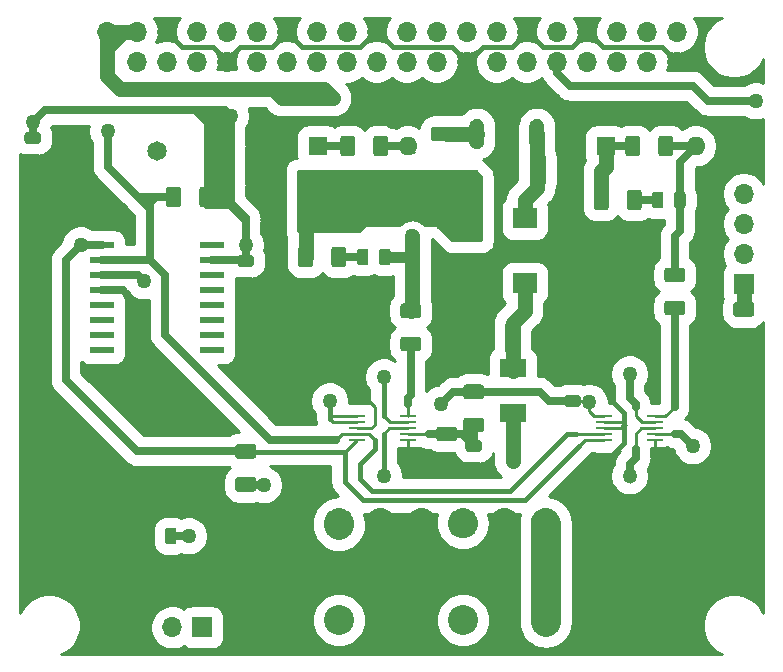
<source format=gbr>
G04 #@! TF.GenerationSoftware,KiCad,Pcbnew,(5.1.5)-3*
G04 #@! TF.CreationDate,2020-01-16T15:12:37+02:00*
G04 #@! TF.ProjectId,Morfeas_Rpi_Hat,4d6f7266-6561-4735-9f52-70695f486174,V1.0*
G04 #@! TF.SameCoordinates,Original*
G04 #@! TF.FileFunction,Copper,L2,Bot*
G04 #@! TF.FilePolarity,Positive*
%FSLAX46Y46*%
G04 Gerber Fmt 4.6, Leading zero omitted, Abs format (unit mm)*
G04 Created by KiCad (PCBNEW (5.1.5)-3) date 2020-01-16 15:12:37*
%MOMM*%
%LPD*%
G04 APERTURE LIST*
G04 #@! TA.AperFunction,SMDPad,CuDef*
%ADD10C,0.025400*%
G04 #@! TD*
G04 #@! TA.AperFunction,SMDPad,CuDef*
%ADD11R,2.199640X1.600200*%
G04 #@! TD*
G04 #@! TA.AperFunction,ComponentPad*
%ADD12C,1.650000*%
G04 #@! TD*
G04 #@! TA.AperFunction,ComponentPad*
%ADD13C,0.025400*%
G04 #@! TD*
G04 #@! TA.AperFunction,SMDPad,CuDef*
%ADD14R,2.050000X1.750000*%
G04 #@! TD*
G04 #@! TA.AperFunction,ComponentPad*
%ADD15O,1.700000X1.700000*%
G04 #@! TD*
G04 #@! TA.AperFunction,SMDPad,CuDef*
%ADD16R,2.050000X0.590000*%
G04 #@! TD*
G04 #@! TA.AperFunction,ComponentPad*
%ADD17C,2.540000*%
G04 #@! TD*
G04 #@! TA.AperFunction,ComponentPad*
%ADD18R,1.700000X1.700000*%
G04 #@! TD*
G04 #@! TA.AperFunction,SMDPad,CuDef*
%ADD19R,1.600200X2.199640*%
G04 #@! TD*
G04 #@! TA.AperFunction,ComponentPad*
%ADD20R,1.600000X1.600000*%
G04 #@! TD*
G04 #@! TA.AperFunction,ComponentPad*
%ADD21O,1.600000X1.600000*%
G04 #@! TD*
G04 #@! TA.AperFunction,SMDPad,CuDef*
%ADD22R,1.422400X0.279400*%
G04 #@! TD*
G04 #@! TA.AperFunction,ViaPad*
%ADD23C,1.270000*%
G04 #@! TD*
G04 #@! TA.AperFunction,Conductor*
%ADD24C,0.254000*%
G04 #@! TD*
G04 #@! TA.AperFunction,Conductor*
%ADD25C,0.406400*%
G04 #@! TD*
G04 #@! TA.AperFunction,Conductor*
%ADD26C,0.635000*%
G04 #@! TD*
G04 #@! TA.AperFunction,Conductor*
%ADD27C,1.270000*%
G04 #@! TD*
G04 #@! TA.AperFunction,Conductor*
%ADD28C,2.540000*%
G04 #@! TD*
G04 #@! TA.AperFunction,Conductor*
%ADD29C,0.889000*%
G04 #@! TD*
G04 APERTURE END LIST*
G04 #@! TA.AperFunction,SMDPad,CuDef*
D10*
G04 #@! TO.P,C3,2*
G04 #@! TO.N,GND*
G36*
X159849504Y-70998204D02*
G01*
X159873773Y-71001804D01*
X159897571Y-71007765D01*
X159920671Y-71016030D01*
X159942849Y-71026520D01*
X159963893Y-71039133D01*
X159983598Y-71053747D01*
X160001777Y-71070223D01*
X160018253Y-71088402D01*
X160032867Y-71108107D01*
X160045480Y-71129151D01*
X160055970Y-71151329D01*
X160064235Y-71174429D01*
X160070196Y-71198227D01*
X160073796Y-71222496D01*
X160075000Y-71247000D01*
X160075000Y-71997000D01*
X160073796Y-72021504D01*
X160070196Y-72045773D01*
X160064235Y-72069571D01*
X160055970Y-72092671D01*
X160045480Y-72114849D01*
X160032867Y-72135893D01*
X160018253Y-72155598D01*
X160001777Y-72173777D01*
X159983598Y-72190253D01*
X159963893Y-72204867D01*
X159942849Y-72217480D01*
X159920671Y-72227970D01*
X159897571Y-72236235D01*
X159873773Y-72242196D01*
X159849504Y-72245796D01*
X159825000Y-72247000D01*
X157675000Y-72247000D01*
X157650496Y-72245796D01*
X157626227Y-72242196D01*
X157602429Y-72236235D01*
X157579329Y-72227970D01*
X157557151Y-72217480D01*
X157536107Y-72204867D01*
X157516402Y-72190253D01*
X157498223Y-72173777D01*
X157481747Y-72155598D01*
X157467133Y-72135893D01*
X157454520Y-72114849D01*
X157444030Y-72092671D01*
X157435765Y-72069571D01*
X157429804Y-72045773D01*
X157426204Y-72021504D01*
X157425000Y-71997000D01*
X157425000Y-71247000D01*
X157426204Y-71222496D01*
X157429804Y-71198227D01*
X157435765Y-71174429D01*
X157444030Y-71151329D01*
X157454520Y-71129151D01*
X157467133Y-71108107D01*
X157481747Y-71088402D01*
X157498223Y-71070223D01*
X157516402Y-71053747D01*
X157536107Y-71039133D01*
X157557151Y-71026520D01*
X157579329Y-71016030D01*
X157602429Y-71007765D01*
X157626227Y-71001804D01*
X157650496Y-70998204D01*
X157675000Y-70997000D01*
X159825000Y-70997000D01*
X159849504Y-70998204D01*
G37*
G04 #@! TD.AperFunction*
G04 #@! TA.AperFunction,SMDPad,CuDef*
G04 #@! TO.P,C3,1*
G04 #@! TO.N,+5V*
G36*
X159849504Y-73798204D02*
G01*
X159873773Y-73801804D01*
X159897571Y-73807765D01*
X159920671Y-73816030D01*
X159942849Y-73826520D01*
X159963893Y-73839133D01*
X159983598Y-73853747D01*
X160001777Y-73870223D01*
X160018253Y-73888402D01*
X160032867Y-73908107D01*
X160045480Y-73929151D01*
X160055970Y-73951329D01*
X160064235Y-73974429D01*
X160070196Y-73998227D01*
X160073796Y-74022496D01*
X160075000Y-74047000D01*
X160075000Y-74797000D01*
X160073796Y-74821504D01*
X160070196Y-74845773D01*
X160064235Y-74869571D01*
X160055970Y-74892671D01*
X160045480Y-74914849D01*
X160032867Y-74935893D01*
X160018253Y-74955598D01*
X160001777Y-74973777D01*
X159983598Y-74990253D01*
X159963893Y-75004867D01*
X159942849Y-75017480D01*
X159920671Y-75027970D01*
X159897571Y-75036235D01*
X159873773Y-75042196D01*
X159849504Y-75045796D01*
X159825000Y-75047000D01*
X157675000Y-75047000D01*
X157650496Y-75045796D01*
X157626227Y-75042196D01*
X157602429Y-75036235D01*
X157579329Y-75027970D01*
X157557151Y-75017480D01*
X157536107Y-75004867D01*
X157516402Y-74990253D01*
X157498223Y-74973777D01*
X157481747Y-74955598D01*
X157467133Y-74935893D01*
X157454520Y-74914849D01*
X157444030Y-74892671D01*
X157435765Y-74869571D01*
X157429804Y-74845773D01*
X157426204Y-74821504D01*
X157425000Y-74797000D01*
X157425000Y-74047000D01*
X157426204Y-74022496D01*
X157429804Y-73998227D01*
X157435765Y-73974429D01*
X157444030Y-73951329D01*
X157454520Y-73929151D01*
X157467133Y-73908107D01*
X157481747Y-73888402D01*
X157498223Y-73870223D01*
X157516402Y-73853747D01*
X157536107Y-73839133D01*
X157557151Y-73826520D01*
X157579329Y-73816030D01*
X157602429Y-73807765D01*
X157626227Y-73801804D01*
X157650496Y-73798204D01*
X157675000Y-73797000D01*
X159825000Y-73797000D01*
X159849504Y-73798204D01*
G37*
G04 #@! TD.AperFunction*
G04 #@! TD*
G04 #@! TA.AperFunction,SMDPad,CuDef*
G04 #@! TO.P,C2,2*
G04 #@! TO.N,GND*
G36*
X164099504Y-76146204D02*
G01*
X164123773Y-76149804D01*
X164147571Y-76155765D01*
X164170671Y-76164030D01*
X164192849Y-76174520D01*
X164213893Y-76187133D01*
X164233598Y-76201747D01*
X164251777Y-76218223D01*
X164268253Y-76236402D01*
X164282867Y-76256107D01*
X164295480Y-76277151D01*
X164305970Y-76299329D01*
X164314235Y-76322429D01*
X164320196Y-76346227D01*
X164323796Y-76370496D01*
X164325000Y-76395000D01*
X164325000Y-78545000D01*
X164323796Y-78569504D01*
X164320196Y-78593773D01*
X164314235Y-78617571D01*
X164305970Y-78640671D01*
X164295480Y-78662849D01*
X164282867Y-78683893D01*
X164268253Y-78703598D01*
X164251777Y-78721777D01*
X164233598Y-78738253D01*
X164213893Y-78752867D01*
X164192849Y-78765480D01*
X164170671Y-78775970D01*
X164147571Y-78784235D01*
X164123773Y-78790196D01*
X164099504Y-78793796D01*
X164075000Y-78795000D01*
X163325000Y-78795000D01*
X163300496Y-78793796D01*
X163276227Y-78790196D01*
X163252429Y-78784235D01*
X163229329Y-78775970D01*
X163207151Y-78765480D01*
X163186107Y-78752867D01*
X163166402Y-78738253D01*
X163148223Y-78721777D01*
X163131747Y-78703598D01*
X163117133Y-78683893D01*
X163104520Y-78662849D01*
X163094030Y-78640671D01*
X163085765Y-78617571D01*
X163079804Y-78593773D01*
X163076204Y-78569504D01*
X163075000Y-78545000D01*
X163075000Y-76395000D01*
X163076204Y-76370496D01*
X163079804Y-76346227D01*
X163085765Y-76322429D01*
X163094030Y-76299329D01*
X163104520Y-76277151D01*
X163117133Y-76256107D01*
X163131747Y-76236402D01*
X163148223Y-76218223D01*
X163166402Y-76201747D01*
X163186107Y-76187133D01*
X163207151Y-76174520D01*
X163229329Y-76164030D01*
X163252429Y-76155765D01*
X163276227Y-76149804D01*
X163300496Y-76146204D01*
X163325000Y-76145000D01*
X164075000Y-76145000D01*
X164099504Y-76146204D01*
G37*
G04 #@! TD.AperFunction*
G04 #@! TA.AperFunction,SMDPad,CuDef*
G04 #@! TO.P,C2,1*
G04 #@! TO.N,Net-(C2-Pad1)*
G36*
X166899504Y-76146204D02*
G01*
X166923773Y-76149804D01*
X166947571Y-76155765D01*
X166970671Y-76164030D01*
X166992849Y-76174520D01*
X167013893Y-76187133D01*
X167033598Y-76201747D01*
X167051777Y-76218223D01*
X167068253Y-76236402D01*
X167082867Y-76256107D01*
X167095480Y-76277151D01*
X167105970Y-76299329D01*
X167114235Y-76322429D01*
X167120196Y-76346227D01*
X167123796Y-76370496D01*
X167125000Y-76395000D01*
X167125000Y-78545000D01*
X167123796Y-78569504D01*
X167120196Y-78593773D01*
X167114235Y-78617571D01*
X167105970Y-78640671D01*
X167095480Y-78662849D01*
X167082867Y-78683893D01*
X167068253Y-78703598D01*
X167051777Y-78721777D01*
X167033598Y-78738253D01*
X167013893Y-78752867D01*
X166992849Y-78765480D01*
X166970671Y-78775970D01*
X166947571Y-78784235D01*
X166923773Y-78790196D01*
X166899504Y-78793796D01*
X166875000Y-78795000D01*
X166125000Y-78795000D01*
X166100496Y-78793796D01*
X166076227Y-78790196D01*
X166052429Y-78784235D01*
X166029329Y-78775970D01*
X166007151Y-78765480D01*
X165986107Y-78752867D01*
X165966402Y-78738253D01*
X165948223Y-78721777D01*
X165931747Y-78703598D01*
X165917133Y-78683893D01*
X165904520Y-78662849D01*
X165894030Y-78640671D01*
X165885765Y-78617571D01*
X165879804Y-78593773D01*
X165876204Y-78569504D01*
X165875000Y-78545000D01*
X165875000Y-76395000D01*
X165876204Y-76370496D01*
X165879804Y-76346227D01*
X165885765Y-76322429D01*
X165894030Y-76299329D01*
X165904520Y-76277151D01*
X165917133Y-76256107D01*
X165931747Y-76236402D01*
X165948223Y-76218223D01*
X165966402Y-76201747D01*
X165986107Y-76187133D01*
X166007151Y-76174520D01*
X166029329Y-76164030D01*
X166052429Y-76155765D01*
X166076227Y-76149804D01*
X166100496Y-76146204D01*
X166125000Y-76145000D01*
X166875000Y-76145000D01*
X166899504Y-76146204D01*
G37*
G04 #@! TD.AperFunction*
G04 #@! TD*
G04 #@! TA.AperFunction,SMDPad,CuDef*
G04 #@! TO.P,C1,2*
G04 #@! TO.N,GND*
G36*
X161937504Y-90370204D02*
G01*
X161961773Y-90373804D01*
X161985571Y-90379765D01*
X162008671Y-90388030D01*
X162030849Y-90398520D01*
X162051893Y-90411133D01*
X162071598Y-90425747D01*
X162089777Y-90442223D01*
X162106253Y-90460402D01*
X162120867Y-90480107D01*
X162133480Y-90501151D01*
X162143970Y-90523329D01*
X162152235Y-90546429D01*
X162158196Y-90570227D01*
X162161796Y-90594496D01*
X162163000Y-90619000D01*
X162163000Y-92769000D01*
X162161796Y-92793504D01*
X162158196Y-92817773D01*
X162152235Y-92841571D01*
X162143970Y-92864671D01*
X162133480Y-92886849D01*
X162120867Y-92907893D01*
X162106253Y-92927598D01*
X162089777Y-92945777D01*
X162071598Y-92962253D01*
X162051893Y-92976867D01*
X162030849Y-92989480D01*
X162008671Y-92999970D01*
X161985571Y-93008235D01*
X161961773Y-93014196D01*
X161937504Y-93017796D01*
X161913000Y-93019000D01*
X161163000Y-93019000D01*
X161138496Y-93017796D01*
X161114227Y-93014196D01*
X161090429Y-93008235D01*
X161067329Y-92999970D01*
X161045151Y-92989480D01*
X161024107Y-92976867D01*
X161004402Y-92962253D01*
X160986223Y-92945777D01*
X160969747Y-92927598D01*
X160955133Y-92907893D01*
X160942520Y-92886849D01*
X160932030Y-92864671D01*
X160923765Y-92841571D01*
X160917804Y-92817773D01*
X160914204Y-92793504D01*
X160913000Y-92769000D01*
X160913000Y-90619000D01*
X160914204Y-90594496D01*
X160917804Y-90570227D01*
X160923765Y-90546429D01*
X160932030Y-90523329D01*
X160942520Y-90501151D01*
X160955133Y-90480107D01*
X160969747Y-90460402D01*
X160986223Y-90442223D01*
X161004402Y-90425747D01*
X161024107Y-90411133D01*
X161045151Y-90398520D01*
X161067329Y-90388030D01*
X161090429Y-90379765D01*
X161114227Y-90373804D01*
X161138496Y-90370204D01*
X161163000Y-90369000D01*
X161913000Y-90369000D01*
X161937504Y-90370204D01*
G37*
G04 #@! TD.AperFunction*
G04 #@! TA.AperFunction,SMDPad,CuDef*
G04 #@! TO.P,C1,1*
G04 #@! TO.N,Net-(C1-Pad1)*
G36*
X164737504Y-90370204D02*
G01*
X164761773Y-90373804D01*
X164785571Y-90379765D01*
X164808671Y-90388030D01*
X164830849Y-90398520D01*
X164851893Y-90411133D01*
X164871598Y-90425747D01*
X164889777Y-90442223D01*
X164906253Y-90460402D01*
X164920867Y-90480107D01*
X164933480Y-90501151D01*
X164943970Y-90523329D01*
X164952235Y-90546429D01*
X164958196Y-90570227D01*
X164961796Y-90594496D01*
X164963000Y-90619000D01*
X164963000Y-92769000D01*
X164961796Y-92793504D01*
X164958196Y-92817773D01*
X164952235Y-92841571D01*
X164943970Y-92864671D01*
X164933480Y-92886849D01*
X164920867Y-92907893D01*
X164906253Y-92927598D01*
X164889777Y-92945777D01*
X164871598Y-92962253D01*
X164851893Y-92976867D01*
X164830849Y-92989480D01*
X164808671Y-92999970D01*
X164785571Y-93008235D01*
X164761773Y-93014196D01*
X164737504Y-93017796D01*
X164713000Y-93019000D01*
X163963000Y-93019000D01*
X163938496Y-93017796D01*
X163914227Y-93014196D01*
X163890429Y-93008235D01*
X163867329Y-92999970D01*
X163845151Y-92989480D01*
X163824107Y-92976867D01*
X163804402Y-92962253D01*
X163786223Y-92945777D01*
X163769747Y-92927598D01*
X163755133Y-92907893D01*
X163742520Y-92886849D01*
X163732030Y-92864671D01*
X163723765Y-92841571D01*
X163717804Y-92817773D01*
X163714204Y-92793504D01*
X163713000Y-92769000D01*
X163713000Y-90619000D01*
X163714204Y-90594496D01*
X163717804Y-90570227D01*
X163723765Y-90546429D01*
X163732030Y-90523329D01*
X163742520Y-90501151D01*
X163755133Y-90480107D01*
X163769747Y-90460402D01*
X163786223Y-90442223D01*
X163804402Y-90425747D01*
X163824107Y-90411133D01*
X163845151Y-90398520D01*
X163867329Y-90388030D01*
X163890429Y-90379765D01*
X163914227Y-90373804D01*
X163938496Y-90370204D01*
X163963000Y-90369000D01*
X164713000Y-90369000D01*
X164737504Y-90370204D01*
G37*
G04 #@! TD.AperFunction*
G04 #@! TD*
D11*
G04 #@! TO.P,D1,1*
G04 #@! TO.N,Net-(C1-Pad1)*
X164338000Y-94244160D03*
G04 #@! TO.P,D1,2*
G04 #@! TO.N,+24V*
X164338000Y-98044000D03*
G04 #@! TD*
D12*
G04 #@! TO.P,BT1,2*
G04 #@! TO.N,GND*
X134239000Y-95885000D03*
G04 #@! TO.P,BT1,1*
G04 #@! TO.N,Net-(BT1-Pad1)*
X134239000Y-75885000D03*
G04 #@! TD*
G04 #@! TA.AperFunction,ComponentPad*
D13*
G04 #@! TO.P,U2,3*
G04 #@! TO.N,+5V*
G36*
X161352242Y-73155058D02*
G01*
X161413883Y-73164201D01*
X161474332Y-73179343D01*
X161533005Y-73200336D01*
X161589338Y-73226980D01*
X161642788Y-73259017D01*
X161692841Y-73296138D01*
X161739014Y-73337987D01*
X161780863Y-73384160D01*
X161817984Y-73434213D01*
X161850021Y-73487663D01*
X161876665Y-73543996D01*
X161897658Y-73602669D01*
X161912800Y-73663118D01*
X161921943Y-73724759D01*
X161925001Y-73787000D01*
X161925001Y-75057000D01*
X161921943Y-75119241D01*
X161912800Y-75180882D01*
X161897658Y-75241331D01*
X161876665Y-75300004D01*
X161850021Y-75356337D01*
X161817984Y-75409787D01*
X161780863Y-75459840D01*
X161739014Y-75506013D01*
X161692841Y-75547862D01*
X161642788Y-75584983D01*
X161589338Y-75617020D01*
X161533005Y-75643664D01*
X161474332Y-75664657D01*
X161413883Y-75679799D01*
X161352242Y-75688942D01*
X161290001Y-75692000D01*
X161289999Y-75692000D01*
X161227758Y-75688942D01*
X161166117Y-75679799D01*
X161105668Y-75664657D01*
X161046995Y-75643664D01*
X160990662Y-75617020D01*
X160937212Y-75584983D01*
X160887159Y-75547862D01*
X160840986Y-75506013D01*
X160799137Y-75459840D01*
X160762016Y-75409787D01*
X160729979Y-75356337D01*
X160703335Y-75300004D01*
X160682342Y-75241331D01*
X160667200Y-75180882D01*
X160658057Y-75119241D01*
X160654999Y-75057000D01*
X160654999Y-73787000D01*
X160658057Y-73724759D01*
X160667200Y-73663118D01*
X160682342Y-73602669D01*
X160703335Y-73543996D01*
X160729979Y-73487663D01*
X160762016Y-73434213D01*
X160799137Y-73384160D01*
X160840986Y-73337987D01*
X160887159Y-73296138D01*
X160937212Y-73259017D01*
X160990662Y-73226980D01*
X161046995Y-73200336D01*
X161105668Y-73179343D01*
X161166117Y-73164201D01*
X161227758Y-73155058D01*
X161289999Y-73152000D01*
X161290001Y-73152000D01*
X161352242Y-73155058D01*
G37*
G04 #@! TD.AperFunction*
G04 #@! TA.AperFunction,ComponentPad*
G04 #@! TO.P,U2,2*
G04 #@! TO.N,GND*
G36*
X163892242Y-73155058D02*
G01*
X163953883Y-73164201D01*
X164014332Y-73179343D01*
X164073005Y-73200336D01*
X164129338Y-73226980D01*
X164182788Y-73259017D01*
X164232841Y-73296138D01*
X164279014Y-73337987D01*
X164320863Y-73384160D01*
X164357984Y-73434213D01*
X164390021Y-73487663D01*
X164416665Y-73543996D01*
X164437658Y-73602669D01*
X164452800Y-73663118D01*
X164461943Y-73724759D01*
X164465001Y-73787000D01*
X164465001Y-75057000D01*
X164461943Y-75119241D01*
X164452800Y-75180882D01*
X164437658Y-75241331D01*
X164416665Y-75300004D01*
X164390021Y-75356337D01*
X164357984Y-75409787D01*
X164320863Y-75459840D01*
X164279014Y-75506013D01*
X164232841Y-75547862D01*
X164182788Y-75584983D01*
X164129338Y-75617020D01*
X164073005Y-75643664D01*
X164014332Y-75664657D01*
X163953883Y-75679799D01*
X163892242Y-75688942D01*
X163830001Y-75692000D01*
X163829999Y-75692000D01*
X163767758Y-75688942D01*
X163706117Y-75679799D01*
X163645668Y-75664657D01*
X163586995Y-75643664D01*
X163530662Y-75617020D01*
X163477212Y-75584983D01*
X163427159Y-75547862D01*
X163380986Y-75506013D01*
X163339137Y-75459840D01*
X163302016Y-75409787D01*
X163269979Y-75356337D01*
X163243335Y-75300004D01*
X163222342Y-75241331D01*
X163207200Y-75180882D01*
X163198057Y-75119241D01*
X163194999Y-75057000D01*
X163194999Y-73787000D01*
X163198057Y-73724759D01*
X163207200Y-73663118D01*
X163222342Y-73602669D01*
X163243335Y-73543996D01*
X163269979Y-73487663D01*
X163302016Y-73434213D01*
X163339137Y-73384160D01*
X163380986Y-73337987D01*
X163427159Y-73296138D01*
X163477212Y-73259017D01*
X163530662Y-73226980D01*
X163586995Y-73200336D01*
X163645668Y-73179343D01*
X163706117Y-73164201D01*
X163767758Y-73155058D01*
X163829999Y-73152000D01*
X163830001Y-73152000D01*
X163892242Y-73155058D01*
G37*
G04 #@! TD.AperFunction*
G04 #@! TA.AperFunction,ComponentPad*
G04 #@! TO.P,U2,1*
G04 #@! TO.N,Net-(C2-Pad1)*
G36*
X166432242Y-73155058D02*
G01*
X166493883Y-73164201D01*
X166554332Y-73179343D01*
X166613005Y-73200336D01*
X166669338Y-73226980D01*
X166722788Y-73259017D01*
X166772841Y-73296138D01*
X166819014Y-73337987D01*
X166860863Y-73384160D01*
X166897984Y-73434213D01*
X166930021Y-73487663D01*
X166956665Y-73543996D01*
X166977658Y-73602669D01*
X166992800Y-73663118D01*
X167001943Y-73724759D01*
X167005001Y-73787000D01*
X167005001Y-75057000D01*
X167001943Y-75119241D01*
X166992800Y-75180882D01*
X166977658Y-75241331D01*
X166956665Y-75300004D01*
X166930021Y-75356337D01*
X166897984Y-75409787D01*
X166860863Y-75459840D01*
X166819014Y-75506013D01*
X166772841Y-75547862D01*
X166722788Y-75584983D01*
X166669338Y-75617020D01*
X166613005Y-75643664D01*
X166554332Y-75664657D01*
X166493883Y-75679799D01*
X166432242Y-75688942D01*
X166370001Y-75692000D01*
X166369999Y-75692000D01*
X166307758Y-75688942D01*
X166246117Y-75679799D01*
X166185668Y-75664657D01*
X166126995Y-75643664D01*
X166070662Y-75617020D01*
X166017212Y-75584983D01*
X165967159Y-75547862D01*
X165920986Y-75506013D01*
X165879137Y-75459840D01*
X165842016Y-75409787D01*
X165809979Y-75356337D01*
X165783335Y-75300004D01*
X165762342Y-75241331D01*
X165747200Y-75180882D01*
X165738057Y-75119241D01*
X165734999Y-75057000D01*
X165734999Y-73787000D01*
X165738057Y-73724759D01*
X165747200Y-73663118D01*
X165762342Y-73602669D01*
X165783335Y-73543996D01*
X165809979Y-73487663D01*
X165842016Y-73434213D01*
X165879137Y-73384160D01*
X165920986Y-73337987D01*
X165967159Y-73296138D01*
X166017212Y-73259017D01*
X166070662Y-73226980D01*
X166126995Y-73200336D01*
X166185668Y-73179343D01*
X166246117Y-73164201D01*
X166307758Y-73155058D01*
X166369999Y-73152000D01*
X166370001Y-73152000D01*
X166432242Y-73155058D01*
G37*
G04 #@! TD.AperFunction*
G04 #@! TD*
D14*
G04 #@! TO.P,L1,1*
G04 #@! TO.N,Net-(C1-Pad1)*
X165354000Y-87078000D03*
G04 #@! TO.P,L1,2*
G04 #@! TO.N,Net-(C2-Pad1)*
X165354000Y-81578000D03*
G04 #@! TD*
D15*
G04 #@! TO.P,J2,2*
G04 #@! TO.N,+5V*
X129964000Y-65770000D03*
G04 #@! TO.P,J2,3*
G04 #@! TO.N,SDA*
X132504000Y-68310000D03*
G04 #@! TO.P,J2,4*
G04 #@! TO.N,+5V*
X132504000Y-65770000D03*
G04 #@! TO.P,J2,5*
G04 #@! TO.N,SCL*
X135044000Y-68310000D03*
G04 #@! TO.P,J2,6*
G04 #@! TO.N,GND*
X135044000Y-65770000D03*
G04 #@! TO.P,J2,7*
G04 #@! TO.N,N/C*
X137584000Y-68310000D03*
G04 #@! TO.P,J2,8*
G04 #@! TO.N,TXD*
X137584000Y-65770000D03*
G04 #@! TO.P,J2,9*
G04 #@! TO.N,GND*
X140124000Y-68310000D03*
G04 #@! TO.P,J2,10*
G04 #@! TO.N,RXD*
X140124000Y-65770000D03*
G04 #@! TO.P,J2,11*
G04 #@! TO.N,N/C*
X142664000Y-68310000D03*
G04 #@! TO.P,J2,12*
X142664000Y-65770000D03*
G04 #@! TO.P,J2,13*
X145204000Y-68310000D03*
G04 #@! TO.P,J2,14*
G04 #@! TO.N,GND*
X145204000Y-65770000D03*
G04 #@! TO.P,J2,15*
G04 #@! TO.N,N/C*
X147744000Y-68310000D03*
G04 #@! TO.P,J2,16*
X147744000Y-65770000D03*
G04 #@! TO.P,J2,17*
X150284000Y-68310000D03*
G04 #@! TO.P,J2,18*
X150284000Y-65770000D03*
G04 #@! TO.P,J2,19*
X152824000Y-68310000D03*
G04 #@! TO.P,J2,20*
G04 #@! TO.N,GND*
X152824000Y-65770000D03*
G04 #@! TO.P,J2,21*
G04 #@! TO.N,N/C*
X155364000Y-68310000D03*
G04 #@! TO.P,J2,22*
X155364000Y-65770000D03*
G04 #@! TO.P,J2,23*
X157904000Y-68310000D03*
G04 #@! TO.P,J2,24*
X157904000Y-65770000D03*
G04 #@! TO.P,J2,25*
G04 #@! TO.N,GND*
X160444000Y-68310000D03*
G04 #@! TO.P,J2,26*
G04 #@! TO.N,N/C*
X160444000Y-65770000D03*
G04 #@! TO.P,J2,27*
X162984000Y-68310000D03*
G04 #@! TO.P,J2,28*
X162984000Y-65770000D03*
G04 #@! TO.P,J2,29*
G04 #@! TO.N,R*
X165524000Y-68310000D03*
G04 #@! TO.P,J2,30*
G04 #@! TO.N,GND*
X165524000Y-65770000D03*
G04 #@! TO.P,J2,31*
G04 #@! TO.N,G*
X168064000Y-68310000D03*
G04 #@! TO.P,J2,32*
G04 #@! TO.N,N/C*
X168064000Y-65770000D03*
G04 #@! TO.P,J2,33*
G04 #@! TO.N,B*
X170604000Y-68310000D03*
G04 #@! TO.P,J2,34*
G04 #@! TO.N,GND*
X170604000Y-65770000D03*
G04 #@! TO.P,J2,35*
G04 #@! TO.N,N/C*
X173144000Y-68310000D03*
G04 #@! TO.P,J2,36*
X173144000Y-65770000D03*
G04 #@! TO.P,J2,37*
X175684000Y-68310000D03*
G04 #@! TO.P,J2,38*
X175684000Y-65770000D03*
G04 #@! TO.P,J2,39*
G04 #@! TO.N,GND*
X178224000Y-68310000D03*
G04 #@! TO.P,J2,40*
G04 #@! TO.N,N/C*
X178224000Y-65770000D03*
G04 #@! TD*
D16*
G04 #@! TO.P,U1,16*
G04 #@! TO.N,SCL*
X129584000Y-83820000D03*
G04 #@! TO.P,U1,15*
G04 #@! TO.N,SDA*
X129584000Y-85090000D03*
G04 #@! TO.P,U1,14*
G04 #@! TO.N,Net-(BT1-Pad1)*
X129584000Y-86360000D03*
G04 #@! TO.P,U1,13*
G04 #@! TO.N,GND*
X129584000Y-87630000D03*
G04 #@! TO.P,U1,12*
G04 #@! TO.N,N/C*
X129584000Y-88900000D03*
G04 #@! TO.P,U1,11*
X129584000Y-90170000D03*
G04 #@! TO.P,U1,10*
X129584000Y-91440000D03*
G04 #@! TO.P,U1,9*
X129584000Y-92710000D03*
G04 #@! TO.P,U1,8*
X138894000Y-92710000D03*
G04 #@! TO.P,U1,7*
X138894000Y-91440000D03*
G04 #@! TO.P,U1,6*
X138894000Y-90170000D03*
G04 #@! TO.P,U1,5*
X138894000Y-88900000D03*
G04 #@! TO.P,U1,4*
X138894000Y-87630000D03*
G04 #@! TO.P,U1,3*
X138894000Y-86360000D03*
G04 #@! TO.P,U1,2*
G04 #@! TO.N,+3V3*
X138894000Y-85090000D03*
G04 #@! TO.P,U1,1*
G04 #@! TO.N,N/C*
X138894000Y-83820000D03*
G04 #@! TD*
D17*
G04 #@! TO.P,J1,8*
G04 #@! TO.N,GND*
X174124000Y-115570000D03*
G04 #@! TO.P,J1,7*
X170624000Y-115570000D03*
G04 #@! TO.P,J1,6*
G04 #@! TO.N,/CAN0_P+*
X167124000Y-115570000D03*
G04 #@! TO.P,J1,5*
G04 #@! TO.N,GND*
X163624000Y-115570000D03*
G04 #@! TO.P,J1,4*
G04 #@! TO.N,+24V*
X160124000Y-115570000D03*
G04 #@! TO.P,J1,3*
G04 #@! TO.N,GND*
X156624000Y-115570000D03*
G04 #@! TO.P,J1,2*
X153124000Y-115570000D03*
G04 #@! TO.P,J1,1*
G04 #@! TO.N,/CAN1_P+*
X149624000Y-115570000D03*
G04 #@! TA.AperFunction,ComponentPad*
D13*
G36*
X149748483Y-106106114D02*
G01*
X149871766Y-106124402D01*
X149992663Y-106154685D01*
X150110009Y-106196672D01*
X150222675Y-106249959D01*
X150329575Y-106314033D01*
X150429680Y-106388276D01*
X150522027Y-106471973D01*
X150605724Y-106564320D01*
X150679967Y-106664425D01*
X150744041Y-106771325D01*
X150797328Y-106883991D01*
X150839315Y-107001337D01*
X150869598Y-107122234D01*
X150887886Y-107245517D01*
X150894001Y-107369999D01*
X150894001Y-107370001D01*
X150887886Y-107494483D01*
X150869598Y-107617766D01*
X150839315Y-107738663D01*
X150797328Y-107856009D01*
X150744041Y-107968675D01*
X150679967Y-108075575D01*
X150605724Y-108175680D01*
X150522027Y-108268027D01*
X150429680Y-108351724D01*
X150329575Y-108425967D01*
X150222675Y-108490041D01*
X150110009Y-108543328D01*
X149992663Y-108585315D01*
X149871766Y-108615598D01*
X149748483Y-108633886D01*
X149624001Y-108640001D01*
X149623999Y-108640001D01*
X149499517Y-108633886D01*
X149376234Y-108615598D01*
X149255337Y-108585315D01*
X149137991Y-108543328D01*
X149025325Y-108490041D01*
X148918425Y-108425967D01*
X148818320Y-108351724D01*
X148725973Y-108268027D01*
X148642276Y-108175680D01*
X148568033Y-108075575D01*
X148503959Y-107968675D01*
X148450672Y-107856009D01*
X148408685Y-107738663D01*
X148378402Y-107617766D01*
X148360114Y-107494483D01*
X148353999Y-107370001D01*
X148353999Y-107369999D01*
X148360114Y-107245517D01*
X148378402Y-107122234D01*
X148408685Y-107001337D01*
X148450672Y-106883991D01*
X148503959Y-106771325D01*
X148568033Y-106664425D01*
X148642276Y-106564320D01*
X148725973Y-106471973D01*
X148818320Y-106388276D01*
X148918425Y-106314033D01*
X149025325Y-106249959D01*
X149137991Y-106196672D01*
X149255337Y-106154685D01*
X149376234Y-106124402D01*
X149499517Y-106106114D01*
X149623999Y-106099999D01*
X149624001Y-106099999D01*
X149748483Y-106106114D01*
G37*
G04 #@! TD.AperFunction*
G04 #@! TA.AperFunction,ComponentPad*
G04 #@! TO.P,J1,2*
G04 #@! TO.N,GND*
G36*
X153248483Y-106106114D02*
G01*
X153371766Y-106124402D01*
X153492663Y-106154685D01*
X153610009Y-106196672D01*
X153722675Y-106249959D01*
X153829575Y-106314033D01*
X153929680Y-106388276D01*
X154022027Y-106471973D01*
X154105724Y-106564320D01*
X154179967Y-106664425D01*
X154244041Y-106771325D01*
X154297328Y-106883991D01*
X154339315Y-107001337D01*
X154369598Y-107122234D01*
X154387886Y-107245517D01*
X154394001Y-107369999D01*
X154394001Y-107370001D01*
X154387886Y-107494483D01*
X154369598Y-107617766D01*
X154339315Y-107738663D01*
X154297328Y-107856009D01*
X154244041Y-107968675D01*
X154179967Y-108075575D01*
X154105724Y-108175680D01*
X154022027Y-108268027D01*
X153929680Y-108351724D01*
X153829575Y-108425967D01*
X153722675Y-108490041D01*
X153610009Y-108543328D01*
X153492663Y-108585315D01*
X153371766Y-108615598D01*
X153248483Y-108633886D01*
X153124001Y-108640001D01*
X153123999Y-108640001D01*
X152999517Y-108633886D01*
X152876234Y-108615598D01*
X152755337Y-108585315D01*
X152637991Y-108543328D01*
X152525325Y-108490041D01*
X152418425Y-108425967D01*
X152318320Y-108351724D01*
X152225973Y-108268027D01*
X152142276Y-108175680D01*
X152068033Y-108075575D01*
X152003959Y-107968675D01*
X151950672Y-107856009D01*
X151908685Y-107738663D01*
X151878402Y-107617766D01*
X151860114Y-107494483D01*
X151853999Y-107370001D01*
X151853999Y-107369999D01*
X151860114Y-107245517D01*
X151878402Y-107122234D01*
X151908685Y-107001337D01*
X151950672Y-106883991D01*
X152003959Y-106771325D01*
X152068033Y-106664425D01*
X152142276Y-106564320D01*
X152225973Y-106471973D01*
X152318320Y-106388276D01*
X152418425Y-106314033D01*
X152525325Y-106249959D01*
X152637991Y-106196672D01*
X152755337Y-106154685D01*
X152876234Y-106124402D01*
X152999517Y-106106114D01*
X153123999Y-106099999D01*
X153124001Y-106099999D01*
X153248483Y-106106114D01*
G37*
G04 #@! TD.AperFunction*
G04 #@! TA.AperFunction,ComponentPad*
G04 #@! TO.P,J1,3*
G36*
X156748483Y-106106114D02*
G01*
X156871766Y-106124402D01*
X156992663Y-106154685D01*
X157110009Y-106196672D01*
X157222675Y-106249959D01*
X157329575Y-106314033D01*
X157429680Y-106388276D01*
X157522027Y-106471973D01*
X157605724Y-106564320D01*
X157679967Y-106664425D01*
X157744041Y-106771325D01*
X157797328Y-106883991D01*
X157839315Y-107001337D01*
X157869598Y-107122234D01*
X157887886Y-107245517D01*
X157894001Y-107369999D01*
X157894001Y-107370001D01*
X157887886Y-107494483D01*
X157869598Y-107617766D01*
X157839315Y-107738663D01*
X157797328Y-107856009D01*
X157744041Y-107968675D01*
X157679967Y-108075575D01*
X157605724Y-108175680D01*
X157522027Y-108268027D01*
X157429680Y-108351724D01*
X157329575Y-108425967D01*
X157222675Y-108490041D01*
X157110009Y-108543328D01*
X156992663Y-108585315D01*
X156871766Y-108615598D01*
X156748483Y-108633886D01*
X156624001Y-108640001D01*
X156623999Y-108640001D01*
X156499517Y-108633886D01*
X156376234Y-108615598D01*
X156255337Y-108585315D01*
X156137991Y-108543328D01*
X156025325Y-108490041D01*
X155918425Y-108425967D01*
X155818320Y-108351724D01*
X155725973Y-108268027D01*
X155642276Y-108175680D01*
X155568033Y-108075575D01*
X155503959Y-107968675D01*
X155450672Y-107856009D01*
X155408685Y-107738663D01*
X155378402Y-107617766D01*
X155360114Y-107494483D01*
X155353999Y-107370001D01*
X155353999Y-107369999D01*
X155360114Y-107245517D01*
X155378402Y-107122234D01*
X155408685Y-107001337D01*
X155450672Y-106883991D01*
X155503959Y-106771325D01*
X155568033Y-106664425D01*
X155642276Y-106564320D01*
X155725973Y-106471973D01*
X155818320Y-106388276D01*
X155918425Y-106314033D01*
X156025325Y-106249959D01*
X156137991Y-106196672D01*
X156255337Y-106154685D01*
X156376234Y-106124402D01*
X156499517Y-106106114D01*
X156623999Y-106099999D01*
X156624001Y-106099999D01*
X156748483Y-106106114D01*
G37*
G04 #@! TD.AperFunction*
G04 #@! TA.AperFunction,ComponentPad*
G04 #@! TO.P,J1,4*
G04 #@! TO.N,+24V*
G36*
X160248483Y-106106114D02*
G01*
X160371766Y-106124402D01*
X160492663Y-106154685D01*
X160610009Y-106196672D01*
X160722675Y-106249959D01*
X160829575Y-106314033D01*
X160929680Y-106388276D01*
X161022027Y-106471973D01*
X161105724Y-106564320D01*
X161179967Y-106664425D01*
X161244041Y-106771325D01*
X161297328Y-106883991D01*
X161339315Y-107001337D01*
X161369598Y-107122234D01*
X161387886Y-107245517D01*
X161394001Y-107369999D01*
X161394001Y-107370001D01*
X161387886Y-107494483D01*
X161369598Y-107617766D01*
X161339315Y-107738663D01*
X161297328Y-107856009D01*
X161244041Y-107968675D01*
X161179967Y-108075575D01*
X161105724Y-108175680D01*
X161022027Y-108268027D01*
X160929680Y-108351724D01*
X160829575Y-108425967D01*
X160722675Y-108490041D01*
X160610009Y-108543328D01*
X160492663Y-108585315D01*
X160371766Y-108615598D01*
X160248483Y-108633886D01*
X160124001Y-108640001D01*
X160123999Y-108640001D01*
X159999517Y-108633886D01*
X159876234Y-108615598D01*
X159755337Y-108585315D01*
X159637991Y-108543328D01*
X159525325Y-108490041D01*
X159418425Y-108425967D01*
X159318320Y-108351724D01*
X159225973Y-108268027D01*
X159142276Y-108175680D01*
X159068033Y-108075575D01*
X159003959Y-107968675D01*
X158950672Y-107856009D01*
X158908685Y-107738663D01*
X158878402Y-107617766D01*
X158860114Y-107494483D01*
X158853999Y-107370001D01*
X158853999Y-107369999D01*
X158860114Y-107245517D01*
X158878402Y-107122234D01*
X158908685Y-107001337D01*
X158950672Y-106883991D01*
X159003959Y-106771325D01*
X159068033Y-106664425D01*
X159142276Y-106564320D01*
X159225973Y-106471973D01*
X159318320Y-106388276D01*
X159418425Y-106314033D01*
X159525325Y-106249959D01*
X159637991Y-106196672D01*
X159755337Y-106154685D01*
X159876234Y-106124402D01*
X159999517Y-106106114D01*
X160123999Y-106099999D01*
X160124001Y-106099999D01*
X160248483Y-106106114D01*
G37*
G04 #@! TD.AperFunction*
G04 #@! TA.AperFunction,ComponentPad*
G04 #@! TO.P,J1,5*
G04 #@! TO.N,GND*
G36*
X163748483Y-106106114D02*
G01*
X163871766Y-106124402D01*
X163992663Y-106154685D01*
X164110009Y-106196672D01*
X164222675Y-106249959D01*
X164329575Y-106314033D01*
X164429680Y-106388276D01*
X164522027Y-106471973D01*
X164605724Y-106564320D01*
X164679967Y-106664425D01*
X164744041Y-106771325D01*
X164797328Y-106883991D01*
X164839315Y-107001337D01*
X164869598Y-107122234D01*
X164887886Y-107245517D01*
X164894001Y-107369999D01*
X164894001Y-107370001D01*
X164887886Y-107494483D01*
X164869598Y-107617766D01*
X164839315Y-107738663D01*
X164797328Y-107856009D01*
X164744041Y-107968675D01*
X164679967Y-108075575D01*
X164605724Y-108175680D01*
X164522027Y-108268027D01*
X164429680Y-108351724D01*
X164329575Y-108425967D01*
X164222675Y-108490041D01*
X164110009Y-108543328D01*
X163992663Y-108585315D01*
X163871766Y-108615598D01*
X163748483Y-108633886D01*
X163624001Y-108640001D01*
X163623999Y-108640001D01*
X163499517Y-108633886D01*
X163376234Y-108615598D01*
X163255337Y-108585315D01*
X163137991Y-108543328D01*
X163025325Y-108490041D01*
X162918425Y-108425967D01*
X162818320Y-108351724D01*
X162725973Y-108268027D01*
X162642276Y-108175680D01*
X162568033Y-108075575D01*
X162503959Y-107968675D01*
X162450672Y-107856009D01*
X162408685Y-107738663D01*
X162378402Y-107617766D01*
X162360114Y-107494483D01*
X162353999Y-107370001D01*
X162353999Y-107369999D01*
X162360114Y-107245517D01*
X162378402Y-107122234D01*
X162408685Y-107001337D01*
X162450672Y-106883991D01*
X162503959Y-106771325D01*
X162568033Y-106664425D01*
X162642276Y-106564320D01*
X162725973Y-106471973D01*
X162818320Y-106388276D01*
X162918425Y-106314033D01*
X163025325Y-106249959D01*
X163137991Y-106196672D01*
X163255337Y-106154685D01*
X163376234Y-106124402D01*
X163499517Y-106106114D01*
X163623999Y-106099999D01*
X163624001Y-106099999D01*
X163748483Y-106106114D01*
G37*
G04 #@! TD.AperFunction*
G04 #@! TA.AperFunction,ComponentPad*
G04 #@! TO.P,J1,6*
G04 #@! TO.N,/CAN0_P+*
G36*
X167248483Y-106106114D02*
G01*
X167371766Y-106124402D01*
X167492663Y-106154685D01*
X167610009Y-106196672D01*
X167722675Y-106249959D01*
X167829575Y-106314033D01*
X167929680Y-106388276D01*
X168022027Y-106471973D01*
X168105724Y-106564320D01*
X168179967Y-106664425D01*
X168244041Y-106771325D01*
X168297328Y-106883991D01*
X168339315Y-107001337D01*
X168369598Y-107122234D01*
X168387886Y-107245517D01*
X168394001Y-107369999D01*
X168394001Y-107370001D01*
X168387886Y-107494483D01*
X168369598Y-107617766D01*
X168339315Y-107738663D01*
X168297328Y-107856009D01*
X168244041Y-107968675D01*
X168179967Y-108075575D01*
X168105724Y-108175680D01*
X168022027Y-108268027D01*
X167929680Y-108351724D01*
X167829575Y-108425967D01*
X167722675Y-108490041D01*
X167610009Y-108543328D01*
X167492663Y-108585315D01*
X167371766Y-108615598D01*
X167248483Y-108633886D01*
X167124001Y-108640001D01*
X167123999Y-108640001D01*
X166999517Y-108633886D01*
X166876234Y-108615598D01*
X166755337Y-108585315D01*
X166637991Y-108543328D01*
X166525325Y-108490041D01*
X166418425Y-108425967D01*
X166318320Y-108351724D01*
X166225973Y-108268027D01*
X166142276Y-108175680D01*
X166068033Y-108075575D01*
X166003959Y-107968675D01*
X165950672Y-107856009D01*
X165908685Y-107738663D01*
X165878402Y-107617766D01*
X165860114Y-107494483D01*
X165853999Y-107370001D01*
X165853999Y-107369999D01*
X165860114Y-107245517D01*
X165878402Y-107122234D01*
X165908685Y-107001337D01*
X165950672Y-106883991D01*
X166003959Y-106771325D01*
X166068033Y-106664425D01*
X166142276Y-106564320D01*
X166225973Y-106471973D01*
X166318320Y-106388276D01*
X166418425Y-106314033D01*
X166525325Y-106249959D01*
X166637991Y-106196672D01*
X166755337Y-106154685D01*
X166876234Y-106124402D01*
X166999517Y-106106114D01*
X167123999Y-106099999D01*
X167124001Y-106099999D01*
X167248483Y-106106114D01*
G37*
G04 #@! TD.AperFunction*
G04 #@! TA.AperFunction,ComponentPad*
G04 #@! TO.P,J1,7*
G04 #@! TO.N,GND*
G36*
X170748483Y-106106114D02*
G01*
X170871766Y-106124402D01*
X170992663Y-106154685D01*
X171110009Y-106196672D01*
X171222675Y-106249959D01*
X171329575Y-106314033D01*
X171429680Y-106388276D01*
X171522027Y-106471973D01*
X171605724Y-106564320D01*
X171679967Y-106664425D01*
X171744041Y-106771325D01*
X171797328Y-106883991D01*
X171839315Y-107001337D01*
X171869598Y-107122234D01*
X171887886Y-107245517D01*
X171894001Y-107369999D01*
X171894001Y-107370001D01*
X171887886Y-107494483D01*
X171869598Y-107617766D01*
X171839315Y-107738663D01*
X171797328Y-107856009D01*
X171744041Y-107968675D01*
X171679967Y-108075575D01*
X171605724Y-108175680D01*
X171522027Y-108268027D01*
X171429680Y-108351724D01*
X171329575Y-108425967D01*
X171222675Y-108490041D01*
X171110009Y-108543328D01*
X170992663Y-108585315D01*
X170871766Y-108615598D01*
X170748483Y-108633886D01*
X170624001Y-108640001D01*
X170623999Y-108640001D01*
X170499517Y-108633886D01*
X170376234Y-108615598D01*
X170255337Y-108585315D01*
X170137991Y-108543328D01*
X170025325Y-108490041D01*
X169918425Y-108425967D01*
X169818320Y-108351724D01*
X169725973Y-108268027D01*
X169642276Y-108175680D01*
X169568033Y-108075575D01*
X169503959Y-107968675D01*
X169450672Y-107856009D01*
X169408685Y-107738663D01*
X169378402Y-107617766D01*
X169360114Y-107494483D01*
X169353999Y-107370001D01*
X169353999Y-107369999D01*
X169360114Y-107245517D01*
X169378402Y-107122234D01*
X169408685Y-107001337D01*
X169450672Y-106883991D01*
X169503959Y-106771325D01*
X169568033Y-106664425D01*
X169642276Y-106564320D01*
X169725973Y-106471973D01*
X169818320Y-106388276D01*
X169918425Y-106314033D01*
X170025325Y-106249959D01*
X170137991Y-106196672D01*
X170255337Y-106154685D01*
X170376234Y-106124402D01*
X170499517Y-106106114D01*
X170623999Y-106099999D01*
X170624001Y-106099999D01*
X170748483Y-106106114D01*
G37*
G04 #@! TD.AperFunction*
G04 #@! TA.AperFunction,ComponentPad*
G04 #@! TO.P,J1,8*
G36*
X174248483Y-106106114D02*
G01*
X174371766Y-106124402D01*
X174492663Y-106154685D01*
X174610009Y-106196672D01*
X174722675Y-106249959D01*
X174829575Y-106314033D01*
X174929680Y-106388276D01*
X175022027Y-106471973D01*
X175105724Y-106564320D01*
X175179967Y-106664425D01*
X175244041Y-106771325D01*
X175297328Y-106883991D01*
X175339315Y-107001337D01*
X175369598Y-107122234D01*
X175387886Y-107245517D01*
X175394001Y-107369999D01*
X175394001Y-107370001D01*
X175387886Y-107494483D01*
X175369598Y-107617766D01*
X175339315Y-107738663D01*
X175297328Y-107856009D01*
X175244041Y-107968675D01*
X175179967Y-108075575D01*
X175105724Y-108175680D01*
X175022027Y-108268027D01*
X174929680Y-108351724D01*
X174829575Y-108425967D01*
X174722675Y-108490041D01*
X174610009Y-108543328D01*
X174492663Y-108585315D01*
X174371766Y-108615598D01*
X174248483Y-108633886D01*
X174124001Y-108640001D01*
X174123999Y-108640001D01*
X173999517Y-108633886D01*
X173876234Y-108615598D01*
X173755337Y-108585315D01*
X173637991Y-108543328D01*
X173525325Y-108490041D01*
X173418425Y-108425967D01*
X173318320Y-108351724D01*
X173225973Y-108268027D01*
X173142276Y-108175680D01*
X173068033Y-108075575D01*
X173003959Y-107968675D01*
X172950672Y-107856009D01*
X172908685Y-107738663D01*
X172878402Y-107617766D01*
X172860114Y-107494483D01*
X172853999Y-107370001D01*
X172853999Y-107369999D01*
X172860114Y-107245517D01*
X172878402Y-107122234D01*
X172908685Y-107001337D01*
X172950672Y-106883991D01*
X173003959Y-106771325D01*
X173068033Y-106664425D01*
X173142276Y-106564320D01*
X173225973Y-106471973D01*
X173318320Y-106388276D01*
X173418425Y-106314033D01*
X173525325Y-106249959D01*
X173637991Y-106196672D01*
X173755337Y-106154685D01*
X173876234Y-106124402D01*
X173999517Y-106106114D01*
X174123999Y-106099999D01*
X174124001Y-106099999D01*
X174248483Y-106106114D01*
G37*
G04 #@! TD.AperFunction*
G04 #@! TD*
D15*
G04 #@! TO.P,J5,3*
G04 #@! TO.N,GND*
X132969000Y-116205000D03*
G04 #@! TO.P,J5,2*
G04 #@! TO.N,Net-(J5-Pad2)*
X135509000Y-116205000D03*
D18*
G04 #@! TO.P,J5,1*
G04 #@! TO.N,Net-(J5-Pad1)*
X138049000Y-116205000D03*
G04 #@! TD*
G04 #@! TA.AperFunction,SMDPad,CuDef*
D10*
G04 #@! TO.P,R8,2*
G04 #@! TO.N,Net-(C17-Pad1)*
G36*
X156351504Y-88778204D02*
G01*
X156375773Y-88781804D01*
X156399571Y-88787765D01*
X156422671Y-88796030D01*
X156444849Y-88806520D01*
X156465893Y-88819133D01*
X156485598Y-88833747D01*
X156503777Y-88850223D01*
X156520253Y-88868402D01*
X156534867Y-88888107D01*
X156547480Y-88909151D01*
X156557970Y-88931329D01*
X156566235Y-88954429D01*
X156572196Y-88978227D01*
X156575796Y-89002496D01*
X156577000Y-89027000D01*
X156577000Y-89777000D01*
X156575796Y-89801504D01*
X156572196Y-89825773D01*
X156566235Y-89849571D01*
X156557970Y-89872671D01*
X156547480Y-89894849D01*
X156534867Y-89915893D01*
X156520253Y-89935598D01*
X156503777Y-89953777D01*
X156485598Y-89970253D01*
X156465893Y-89984867D01*
X156444849Y-89997480D01*
X156422671Y-90007970D01*
X156399571Y-90016235D01*
X156375773Y-90022196D01*
X156351504Y-90025796D01*
X156327000Y-90027000D01*
X155077000Y-90027000D01*
X155052496Y-90025796D01*
X155028227Y-90022196D01*
X155004429Y-90016235D01*
X154981329Y-90007970D01*
X154959151Y-89997480D01*
X154938107Y-89984867D01*
X154918402Y-89970253D01*
X154900223Y-89953777D01*
X154883747Y-89935598D01*
X154869133Y-89915893D01*
X154856520Y-89894849D01*
X154846030Y-89872671D01*
X154837765Y-89849571D01*
X154831804Y-89825773D01*
X154828204Y-89801504D01*
X154827000Y-89777000D01*
X154827000Y-89027000D01*
X154828204Y-89002496D01*
X154831804Y-88978227D01*
X154837765Y-88954429D01*
X154846030Y-88931329D01*
X154856520Y-88909151D01*
X154869133Y-88888107D01*
X154883747Y-88868402D01*
X154900223Y-88850223D01*
X154918402Y-88833747D01*
X154938107Y-88819133D01*
X154959151Y-88806520D01*
X154981329Y-88796030D01*
X155004429Y-88787765D01*
X155028227Y-88781804D01*
X155052496Y-88778204D01*
X155077000Y-88777000D01*
X156327000Y-88777000D01*
X156351504Y-88778204D01*
G37*
G04 #@! TD.AperFunction*
G04 #@! TA.AperFunction,SMDPad,CuDef*
G04 #@! TO.P,R8,1*
G04 #@! TO.N,Net-(R8-Pad1)*
G36*
X156351504Y-91578204D02*
G01*
X156375773Y-91581804D01*
X156399571Y-91587765D01*
X156422671Y-91596030D01*
X156444849Y-91606520D01*
X156465893Y-91619133D01*
X156485598Y-91633747D01*
X156503777Y-91650223D01*
X156520253Y-91668402D01*
X156534867Y-91688107D01*
X156547480Y-91709151D01*
X156557970Y-91731329D01*
X156566235Y-91754429D01*
X156572196Y-91778227D01*
X156575796Y-91802496D01*
X156577000Y-91827000D01*
X156577000Y-92577000D01*
X156575796Y-92601504D01*
X156572196Y-92625773D01*
X156566235Y-92649571D01*
X156557970Y-92672671D01*
X156547480Y-92694849D01*
X156534867Y-92715893D01*
X156520253Y-92735598D01*
X156503777Y-92753777D01*
X156485598Y-92770253D01*
X156465893Y-92784867D01*
X156444849Y-92797480D01*
X156422671Y-92807970D01*
X156399571Y-92816235D01*
X156375773Y-92822196D01*
X156351504Y-92825796D01*
X156327000Y-92827000D01*
X155077000Y-92827000D01*
X155052496Y-92825796D01*
X155028227Y-92822196D01*
X155004429Y-92816235D01*
X154981329Y-92807970D01*
X154959151Y-92797480D01*
X154938107Y-92784867D01*
X154918402Y-92770253D01*
X154900223Y-92753777D01*
X154883747Y-92735598D01*
X154869133Y-92715893D01*
X154856520Y-92694849D01*
X154846030Y-92672671D01*
X154837765Y-92649571D01*
X154831804Y-92625773D01*
X154828204Y-92601504D01*
X154827000Y-92577000D01*
X154827000Y-91827000D01*
X154828204Y-91802496D01*
X154831804Y-91778227D01*
X154837765Y-91754429D01*
X154846030Y-91731329D01*
X154856520Y-91709151D01*
X154869133Y-91688107D01*
X154883747Y-91668402D01*
X154900223Y-91650223D01*
X154918402Y-91633747D01*
X154938107Y-91619133D01*
X154959151Y-91606520D01*
X154981329Y-91596030D01*
X155004429Y-91587765D01*
X155028227Y-91581804D01*
X155052496Y-91578204D01*
X155077000Y-91577000D01*
X156327000Y-91577000D01*
X156351504Y-91578204D01*
G37*
G04 #@! TD.AperFunction*
G04 #@! TD*
G04 #@! TA.AperFunction,SMDPad,CuDef*
G04 #@! TO.P,R15,1*
G04 #@! TO.N,Net-(C17-Pad2)*
G36*
X150005504Y-83962204D02*
G01*
X150029773Y-83965804D01*
X150053571Y-83971765D01*
X150076671Y-83980030D01*
X150098849Y-83990520D01*
X150119893Y-84003133D01*
X150139598Y-84017747D01*
X150157777Y-84034223D01*
X150174253Y-84052402D01*
X150188867Y-84072107D01*
X150201480Y-84093151D01*
X150211970Y-84115329D01*
X150220235Y-84138429D01*
X150226196Y-84162227D01*
X150229796Y-84186496D01*
X150231000Y-84211000D01*
X150231000Y-85461000D01*
X150229796Y-85485504D01*
X150226196Y-85509773D01*
X150220235Y-85533571D01*
X150211970Y-85556671D01*
X150201480Y-85578849D01*
X150188867Y-85599893D01*
X150174253Y-85619598D01*
X150157777Y-85637777D01*
X150139598Y-85654253D01*
X150119893Y-85668867D01*
X150098849Y-85681480D01*
X150076671Y-85691970D01*
X150053571Y-85700235D01*
X150029773Y-85706196D01*
X150005504Y-85709796D01*
X149981000Y-85711000D01*
X149231000Y-85711000D01*
X149206496Y-85709796D01*
X149182227Y-85706196D01*
X149158429Y-85700235D01*
X149135329Y-85691970D01*
X149113151Y-85681480D01*
X149092107Y-85668867D01*
X149072402Y-85654253D01*
X149054223Y-85637777D01*
X149037747Y-85619598D01*
X149023133Y-85599893D01*
X149010520Y-85578849D01*
X149000030Y-85556671D01*
X148991765Y-85533571D01*
X148985804Y-85509773D01*
X148982204Y-85485504D01*
X148981000Y-85461000D01*
X148981000Y-84211000D01*
X148982204Y-84186496D01*
X148985804Y-84162227D01*
X148991765Y-84138429D01*
X149000030Y-84115329D01*
X149010520Y-84093151D01*
X149023133Y-84072107D01*
X149037747Y-84052402D01*
X149054223Y-84034223D01*
X149072402Y-84017747D01*
X149092107Y-84003133D01*
X149113151Y-83990520D01*
X149135329Y-83980030D01*
X149158429Y-83971765D01*
X149182227Y-83965804D01*
X149206496Y-83962204D01*
X149231000Y-83961000D01*
X149981000Y-83961000D01*
X150005504Y-83962204D01*
G37*
G04 #@! TD.AperFunction*
G04 #@! TA.AperFunction,SMDPad,CuDef*
G04 #@! TO.P,R15,2*
G04 #@! TO.N,+24V*
G36*
X147205504Y-83962204D02*
G01*
X147229773Y-83965804D01*
X147253571Y-83971765D01*
X147276671Y-83980030D01*
X147298849Y-83990520D01*
X147319893Y-84003133D01*
X147339598Y-84017747D01*
X147357777Y-84034223D01*
X147374253Y-84052402D01*
X147388867Y-84072107D01*
X147401480Y-84093151D01*
X147411970Y-84115329D01*
X147420235Y-84138429D01*
X147426196Y-84162227D01*
X147429796Y-84186496D01*
X147431000Y-84211000D01*
X147431000Y-85461000D01*
X147429796Y-85485504D01*
X147426196Y-85509773D01*
X147420235Y-85533571D01*
X147411970Y-85556671D01*
X147401480Y-85578849D01*
X147388867Y-85599893D01*
X147374253Y-85619598D01*
X147357777Y-85637777D01*
X147339598Y-85654253D01*
X147319893Y-85668867D01*
X147298849Y-85681480D01*
X147276671Y-85691970D01*
X147253571Y-85700235D01*
X147229773Y-85706196D01*
X147205504Y-85709796D01*
X147181000Y-85711000D01*
X146431000Y-85711000D01*
X146406496Y-85709796D01*
X146382227Y-85706196D01*
X146358429Y-85700235D01*
X146335329Y-85691970D01*
X146313151Y-85681480D01*
X146292107Y-85668867D01*
X146272402Y-85654253D01*
X146254223Y-85637777D01*
X146237747Y-85619598D01*
X146223133Y-85599893D01*
X146210520Y-85578849D01*
X146200030Y-85556671D01*
X146191765Y-85533571D01*
X146185804Y-85509773D01*
X146182204Y-85485504D01*
X146181000Y-85461000D01*
X146181000Y-84211000D01*
X146182204Y-84186496D01*
X146185804Y-84162227D01*
X146191765Y-84138429D01*
X146200030Y-84115329D01*
X146210520Y-84093151D01*
X146223133Y-84072107D01*
X146237747Y-84052402D01*
X146254223Y-84034223D01*
X146272402Y-84017747D01*
X146292107Y-84003133D01*
X146313151Y-83990520D01*
X146335329Y-83980030D01*
X146358429Y-83971765D01*
X146382227Y-83965804D01*
X146406496Y-83962204D01*
X146431000Y-83961000D01*
X147181000Y-83961000D01*
X147205504Y-83962204D01*
G37*
G04 #@! TD.AperFunction*
G04 #@! TD*
G04 #@! TA.AperFunction,SMDPad,CuDef*
G04 #@! TO.P,R14,1*
G04 #@! TO.N,Net-(C16-Pad2)*
G36*
X175027504Y-79136204D02*
G01*
X175051773Y-79139804D01*
X175075571Y-79145765D01*
X175098671Y-79154030D01*
X175120849Y-79164520D01*
X175141893Y-79177133D01*
X175161598Y-79191747D01*
X175179777Y-79208223D01*
X175196253Y-79226402D01*
X175210867Y-79246107D01*
X175223480Y-79267151D01*
X175233970Y-79289329D01*
X175242235Y-79312429D01*
X175248196Y-79336227D01*
X175251796Y-79360496D01*
X175253000Y-79385000D01*
X175253000Y-80635000D01*
X175251796Y-80659504D01*
X175248196Y-80683773D01*
X175242235Y-80707571D01*
X175233970Y-80730671D01*
X175223480Y-80752849D01*
X175210867Y-80773893D01*
X175196253Y-80793598D01*
X175179777Y-80811777D01*
X175161598Y-80828253D01*
X175141893Y-80842867D01*
X175120849Y-80855480D01*
X175098671Y-80865970D01*
X175075571Y-80874235D01*
X175051773Y-80880196D01*
X175027504Y-80883796D01*
X175003000Y-80885000D01*
X174253000Y-80885000D01*
X174228496Y-80883796D01*
X174204227Y-80880196D01*
X174180429Y-80874235D01*
X174157329Y-80865970D01*
X174135151Y-80855480D01*
X174114107Y-80842867D01*
X174094402Y-80828253D01*
X174076223Y-80811777D01*
X174059747Y-80793598D01*
X174045133Y-80773893D01*
X174032520Y-80752849D01*
X174022030Y-80730671D01*
X174013765Y-80707571D01*
X174007804Y-80683773D01*
X174004204Y-80659504D01*
X174003000Y-80635000D01*
X174003000Y-79385000D01*
X174004204Y-79360496D01*
X174007804Y-79336227D01*
X174013765Y-79312429D01*
X174022030Y-79289329D01*
X174032520Y-79267151D01*
X174045133Y-79246107D01*
X174059747Y-79226402D01*
X174076223Y-79208223D01*
X174094402Y-79191747D01*
X174114107Y-79177133D01*
X174135151Y-79164520D01*
X174157329Y-79154030D01*
X174180429Y-79145765D01*
X174204227Y-79139804D01*
X174228496Y-79136204D01*
X174253000Y-79135000D01*
X175003000Y-79135000D01*
X175027504Y-79136204D01*
G37*
G04 #@! TD.AperFunction*
G04 #@! TA.AperFunction,SMDPad,CuDef*
G04 #@! TO.P,R14,2*
G04 #@! TO.N,+24V*
G36*
X172227504Y-79136204D02*
G01*
X172251773Y-79139804D01*
X172275571Y-79145765D01*
X172298671Y-79154030D01*
X172320849Y-79164520D01*
X172341893Y-79177133D01*
X172361598Y-79191747D01*
X172379777Y-79208223D01*
X172396253Y-79226402D01*
X172410867Y-79246107D01*
X172423480Y-79267151D01*
X172433970Y-79289329D01*
X172442235Y-79312429D01*
X172448196Y-79336227D01*
X172451796Y-79360496D01*
X172453000Y-79385000D01*
X172453000Y-80635000D01*
X172451796Y-80659504D01*
X172448196Y-80683773D01*
X172442235Y-80707571D01*
X172433970Y-80730671D01*
X172423480Y-80752849D01*
X172410867Y-80773893D01*
X172396253Y-80793598D01*
X172379777Y-80811777D01*
X172361598Y-80828253D01*
X172341893Y-80842867D01*
X172320849Y-80855480D01*
X172298671Y-80865970D01*
X172275571Y-80874235D01*
X172251773Y-80880196D01*
X172227504Y-80883796D01*
X172203000Y-80885000D01*
X171453000Y-80885000D01*
X171428496Y-80883796D01*
X171404227Y-80880196D01*
X171380429Y-80874235D01*
X171357329Y-80865970D01*
X171335151Y-80855480D01*
X171314107Y-80842867D01*
X171294402Y-80828253D01*
X171276223Y-80811777D01*
X171259747Y-80793598D01*
X171245133Y-80773893D01*
X171232520Y-80752849D01*
X171222030Y-80730671D01*
X171213765Y-80707571D01*
X171207804Y-80683773D01*
X171204204Y-80659504D01*
X171203000Y-80635000D01*
X171203000Y-79385000D01*
X171204204Y-79360496D01*
X171207804Y-79336227D01*
X171213765Y-79312429D01*
X171222030Y-79289329D01*
X171232520Y-79267151D01*
X171245133Y-79246107D01*
X171259747Y-79226402D01*
X171276223Y-79208223D01*
X171294402Y-79191747D01*
X171314107Y-79177133D01*
X171335151Y-79164520D01*
X171357329Y-79154030D01*
X171380429Y-79145765D01*
X171404227Y-79139804D01*
X171428496Y-79136204D01*
X171453000Y-79135000D01*
X172203000Y-79135000D01*
X172227504Y-79136204D01*
G37*
G04 #@! TD.AperFunction*
G04 #@! TD*
G04 #@! TA.AperFunction,SMDPad,CuDef*
G04 #@! TO.P,C17,1*
G04 #@! TO.N,Net-(C17-Pad1)*
G36*
X153780642Y-84137174D02*
G01*
X153804303Y-84140684D01*
X153827507Y-84146496D01*
X153850029Y-84154554D01*
X153871653Y-84164782D01*
X153892170Y-84177079D01*
X153911383Y-84191329D01*
X153929107Y-84207393D01*
X153945171Y-84225117D01*
X153959421Y-84244330D01*
X153971718Y-84264847D01*
X153981946Y-84286471D01*
X153990004Y-84308993D01*
X153995816Y-84332197D01*
X153999326Y-84355858D01*
X154000500Y-84379750D01*
X154000500Y-85292250D01*
X153999326Y-85316142D01*
X153995816Y-85339803D01*
X153990004Y-85363007D01*
X153981946Y-85385529D01*
X153971718Y-85407153D01*
X153959421Y-85427670D01*
X153945171Y-85446883D01*
X153929107Y-85464607D01*
X153911383Y-85480671D01*
X153892170Y-85494921D01*
X153871653Y-85507218D01*
X153850029Y-85517446D01*
X153827507Y-85525504D01*
X153804303Y-85531316D01*
X153780642Y-85534826D01*
X153756750Y-85536000D01*
X153269250Y-85536000D01*
X153245358Y-85534826D01*
X153221697Y-85531316D01*
X153198493Y-85525504D01*
X153175971Y-85517446D01*
X153154347Y-85507218D01*
X153133830Y-85494921D01*
X153114617Y-85480671D01*
X153096893Y-85464607D01*
X153080829Y-85446883D01*
X153066579Y-85427670D01*
X153054282Y-85407153D01*
X153044054Y-85385529D01*
X153035996Y-85363007D01*
X153030184Y-85339803D01*
X153026674Y-85316142D01*
X153025500Y-85292250D01*
X153025500Y-84379750D01*
X153026674Y-84355858D01*
X153030184Y-84332197D01*
X153035996Y-84308993D01*
X153044054Y-84286471D01*
X153054282Y-84264847D01*
X153066579Y-84244330D01*
X153080829Y-84225117D01*
X153096893Y-84207393D01*
X153114617Y-84191329D01*
X153133830Y-84177079D01*
X153154347Y-84164782D01*
X153175971Y-84154554D01*
X153198493Y-84146496D01*
X153221697Y-84140684D01*
X153245358Y-84137174D01*
X153269250Y-84136000D01*
X153756750Y-84136000D01*
X153780642Y-84137174D01*
G37*
G04 #@! TD.AperFunction*
G04 #@! TA.AperFunction,SMDPad,CuDef*
G04 #@! TO.P,C17,2*
G04 #@! TO.N,Net-(C17-Pad2)*
G36*
X151905642Y-84137174D02*
G01*
X151929303Y-84140684D01*
X151952507Y-84146496D01*
X151975029Y-84154554D01*
X151996653Y-84164782D01*
X152017170Y-84177079D01*
X152036383Y-84191329D01*
X152054107Y-84207393D01*
X152070171Y-84225117D01*
X152084421Y-84244330D01*
X152096718Y-84264847D01*
X152106946Y-84286471D01*
X152115004Y-84308993D01*
X152120816Y-84332197D01*
X152124326Y-84355858D01*
X152125500Y-84379750D01*
X152125500Y-85292250D01*
X152124326Y-85316142D01*
X152120816Y-85339803D01*
X152115004Y-85363007D01*
X152106946Y-85385529D01*
X152096718Y-85407153D01*
X152084421Y-85427670D01*
X152070171Y-85446883D01*
X152054107Y-85464607D01*
X152036383Y-85480671D01*
X152017170Y-85494921D01*
X151996653Y-85507218D01*
X151975029Y-85517446D01*
X151952507Y-85525504D01*
X151929303Y-85531316D01*
X151905642Y-85534826D01*
X151881750Y-85536000D01*
X151394250Y-85536000D01*
X151370358Y-85534826D01*
X151346697Y-85531316D01*
X151323493Y-85525504D01*
X151300971Y-85517446D01*
X151279347Y-85507218D01*
X151258830Y-85494921D01*
X151239617Y-85480671D01*
X151221893Y-85464607D01*
X151205829Y-85446883D01*
X151191579Y-85427670D01*
X151179282Y-85407153D01*
X151169054Y-85385529D01*
X151160996Y-85363007D01*
X151155184Y-85339803D01*
X151151674Y-85316142D01*
X151150500Y-85292250D01*
X151150500Y-84379750D01*
X151151674Y-84355858D01*
X151155184Y-84332197D01*
X151160996Y-84308993D01*
X151169054Y-84286471D01*
X151179282Y-84264847D01*
X151191579Y-84244330D01*
X151205829Y-84225117D01*
X151221893Y-84207393D01*
X151239617Y-84191329D01*
X151258830Y-84177079D01*
X151279347Y-84164782D01*
X151300971Y-84154554D01*
X151323493Y-84146496D01*
X151346697Y-84140684D01*
X151370358Y-84137174D01*
X151394250Y-84136000D01*
X151881750Y-84136000D01*
X151905642Y-84137174D01*
G37*
G04 #@! TD.AperFunction*
G04 #@! TD*
G04 #@! TA.AperFunction,SMDPad,CuDef*
G04 #@! TO.P,C16,1*
G04 #@! TO.N,Net-(C16-Pad1)*
G36*
X178751142Y-79311174D02*
G01*
X178774803Y-79314684D01*
X178798007Y-79320496D01*
X178820529Y-79328554D01*
X178842153Y-79338782D01*
X178862670Y-79351079D01*
X178881883Y-79365329D01*
X178899607Y-79381393D01*
X178915671Y-79399117D01*
X178929921Y-79418330D01*
X178942218Y-79438847D01*
X178952446Y-79460471D01*
X178960504Y-79482993D01*
X178966316Y-79506197D01*
X178969826Y-79529858D01*
X178971000Y-79553750D01*
X178971000Y-80466250D01*
X178969826Y-80490142D01*
X178966316Y-80513803D01*
X178960504Y-80537007D01*
X178952446Y-80559529D01*
X178942218Y-80581153D01*
X178929921Y-80601670D01*
X178915671Y-80620883D01*
X178899607Y-80638607D01*
X178881883Y-80654671D01*
X178862670Y-80668921D01*
X178842153Y-80681218D01*
X178820529Y-80691446D01*
X178798007Y-80699504D01*
X178774803Y-80705316D01*
X178751142Y-80708826D01*
X178727250Y-80710000D01*
X178239750Y-80710000D01*
X178215858Y-80708826D01*
X178192197Y-80705316D01*
X178168993Y-80699504D01*
X178146471Y-80691446D01*
X178124847Y-80681218D01*
X178104330Y-80668921D01*
X178085117Y-80654671D01*
X178067393Y-80638607D01*
X178051329Y-80620883D01*
X178037079Y-80601670D01*
X178024782Y-80581153D01*
X178014554Y-80559529D01*
X178006496Y-80537007D01*
X178000684Y-80513803D01*
X177997174Y-80490142D01*
X177996000Y-80466250D01*
X177996000Y-79553750D01*
X177997174Y-79529858D01*
X178000684Y-79506197D01*
X178006496Y-79482993D01*
X178014554Y-79460471D01*
X178024782Y-79438847D01*
X178037079Y-79418330D01*
X178051329Y-79399117D01*
X178067393Y-79381393D01*
X178085117Y-79365329D01*
X178104330Y-79351079D01*
X178124847Y-79338782D01*
X178146471Y-79328554D01*
X178168993Y-79320496D01*
X178192197Y-79314684D01*
X178215858Y-79311174D01*
X178239750Y-79310000D01*
X178727250Y-79310000D01*
X178751142Y-79311174D01*
G37*
G04 #@! TD.AperFunction*
G04 #@! TA.AperFunction,SMDPad,CuDef*
G04 #@! TO.P,C16,2*
G04 #@! TO.N,Net-(C16-Pad2)*
G36*
X176876142Y-79311174D02*
G01*
X176899803Y-79314684D01*
X176923007Y-79320496D01*
X176945529Y-79328554D01*
X176967153Y-79338782D01*
X176987670Y-79351079D01*
X177006883Y-79365329D01*
X177024607Y-79381393D01*
X177040671Y-79399117D01*
X177054921Y-79418330D01*
X177067218Y-79438847D01*
X177077446Y-79460471D01*
X177085504Y-79482993D01*
X177091316Y-79506197D01*
X177094826Y-79529858D01*
X177096000Y-79553750D01*
X177096000Y-80466250D01*
X177094826Y-80490142D01*
X177091316Y-80513803D01*
X177085504Y-80537007D01*
X177077446Y-80559529D01*
X177067218Y-80581153D01*
X177054921Y-80601670D01*
X177040671Y-80620883D01*
X177024607Y-80638607D01*
X177006883Y-80654671D01*
X176987670Y-80668921D01*
X176967153Y-80681218D01*
X176945529Y-80691446D01*
X176923007Y-80699504D01*
X176899803Y-80705316D01*
X176876142Y-80708826D01*
X176852250Y-80710000D01*
X176364750Y-80710000D01*
X176340858Y-80708826D01*
X176317197Y-80705316D01*
X176293993Y-80699504D01*
X176271471Y-80691446D01*
X176249847Y-80681218D01*
X176229330Y-80668921D01*
X176210117Y-80654671D01*
X176192393Y-80638607D01*
X176176329Y-80620883D01*
X176162079Y-80601670D01*
X176149782Y-80581153D01*
X176139554Y-80559529D01*
X176131496Y-80537007D01*
X176125684Y-80513803D01*
X176122174Y-80490142D01*
X176121000Y-80466250D01*
X176121000Y-79553750D01*
X176122174Y-79529858D01*
X176125684Y-79506197D01*
X176131496Y-79482993D01*
X176139554Y-79460471D01*
X176149782Y-79438847D01*
X176162079Y-79418330D01*
X176176329Y-79399117D01*
X176192393Y-79381393D01*
X176210117Y-79365329D01*
X176229330Y-79351079D01*
X176249847Y-79338782D01*
X176271471Y-79328554D01*
X176293993Y-79320496D01*
X176317197Y-79314684D01*
X176340858Y-79311174D01*
X176364750Y-79310000D01*
X176852250Y-79310000D01*
X176876142Y-79311174D01*
G37*
G04 #@! TD.AperFunction*
G04 #@! TD*
D19*
G04 #@! TO.P,D5,1*
G04 #@! TO.N,/CAN0_P+*
X167168043Y-111505523D03*
G04 #@! TO.P,D5,2*
G04 #@! TO.N,GND*
X170967883Y-111505523D03*
G04 #@! TD*
G04 #@! TA.AperFunction,SMDPad,CuDef*
D10*
G04 #@! TO.P,R13,1*
G04 #@! TO.N,+3V3*
G36*
X142381504Y-103466204D02*
G01*
X142405773Y-103469804D01*
X142429571Y-103475765D01*
X142452671Y-103484030D01*
X142474849Y-103494520D01*
X142495893Y-103507133D01*
X142515598Y-103521747D01*
X142533777Y-103538223D01*
X142550253Y-103556402D01*
X142564867Y-103576107D01*
X142577480Y-103597151D01*
X142587970Y-103619329D01*
X142596235Y-103642429D01*
X142602196Y-103666227D01*
X142605796Y-103690496D01*
X142607000Y-103715000D01*
X142607000Y-104465000D01*
X142605796Y-104489504D01*
X142602196Y-104513773D01*
X142596235Y-104537571D01*
X142587970Y-104560671D01*
X142577480Y-104582849D01*
X142564867Y-104603893D01*
X142550253Y-104623598D01*
X142533777Y-104641777D01*
X142515598Y-104658253D01*
X142495893Y-104672867D01*
X142474849Y-104685480D01*
X142452671Y-104695970D01*
X142429571Y-104704235D01*
X142405773Y-104710196D01*
X142381504Y-104713796D01*
X142357000Y-104715000D01*
X141107000Y-104715000D01*
X141082496Y-104713796D01*
X141058227Y-104710196D01*
X141034429Y-104704235D01*
X141011329Y-104695970D01*
X140989151Y-104685480D01*
X140968107Y-104672867D01*
X140948402Y-104658253D01*
X140930223Y-104641777D01*
X140913747Y-104623598D01*
X140899133Y-104603893D01*
X140886520Y-104582849D01*
X140876030Y-104560671D01*
X140867765Y-104537571D01*
X140861804Y-104513773D01*
X140858204Y-104489504D01*
X140857000Y-104465000D01*
X140857000Y-103715000D01*
X140858204Y-103690496D01*
X140861804Y-103666227D01*
X140867765Y-103642429D01*
X140876030Y-103619329D01*
X140886520Y-103597151D01*
X140899133Y-103576107D01*
X140913747Y-103556402D01*
X140930223Y-103538223D01*
X140948402Y-103521747D01*
X140968107Y-103507133D01*
X140989151Y-103494520D01*
X141011329Y-103484030D01*
X141034429Y-103475765D01*
X141058227Y-103469804D01*
X141082496Y-103466204D01*
X141107000Y-103465000D01*
X142357000Y-103465000D01*
X142381504Y-103466204D01*
G37*
G04 #@! TD.AperFunction*
G04 #@! TA.AperFunction,SMDPad,CuDef*
G04 #@! TO.P,R13,2*
G04 #@! TO.N,SCL*
G36*
X142381504Y-100666204D02*
G01*
X142405773Y-100669804D01*
X142429571Y-100675765D01*
X142452671Y-100684030D01*
X142474849Y-100694520D01*
X142495893Y-100707133D01*
X142515598Y-100721747D01*
X142533777Y-100738223D01*
X142550253Y-100756402D01*
X142564867Y-100776107D01*
X142577480Y-100797151D01*
X142587970Y-100819329D01*
X142596235Y-100842429D01*
X142602196Y-100866227D01*
X142605796Y-100890496D01*
X142607000Y-100915000D01*
X142607000Y-101665000D01*
X142605796Y-101689504D01*
X142602196Y-101713773D01*
X142596235Y-101737571D01*
X142587970Y-101760671D01*
X142577480Y-101782849D01*
X142564867Y-101803893D01*
X142550253Y-101823598D01*
X142533777Y-101841777D01*
X142515598Y-101858253D01*
X142495893Y-101872867D01*
X142474849Y-101885480D01*
X142452671Y-101895970D01*
X142429571Y-101904235D01*
X142405773Y-101910196D01*
X142381504Y-101913796D01*
X142357000Y-101915000D01*
X141107000Y-101915000D01*
X141082496Y-101913796D01*
X141058227Y-101910196D01*
X141034429Y-101904235D01*
X141011329Y-101895970D01*
X140989151Y-101885480D01*
X140968107Y-101872867D01*
X140948402Y-101858253D01*
X140930223Y-101841777D01*
X140913747Y-101823598D01*
X140899133Y-101803893D01*
X140886520Y-101782849D01*
X140876030Y-101760671D01*
X140867765Y-101737571D01*
X140861804Y-101713773D01*
X140858204Y-101689504D01*
X140857000Y-101665000D01*
X140857000Y-100915000D01*
X140858204Y-100890496D01*
X140861804Y-100866227D01*
X140867765Y-100842429D01*
X140876030Y-100819329D01*
X140886520Y-100797151D01*
X140899133Y-100776107D01*
X140913747Y-100756402D01*
X140930223Y-100738223D01*
X140948402Y-100721747D01*
X140968107Y-100707133D01*
X140989151Y-100694520D01*
X141011329Y-100684030D01*
X141034429Y-100675765D01*
X141058227Y-100669804D01*
X141082496Y-100666204D01*
X141107000Y-100665000D01*
X142357000Y-100665000D01*
X142381504Y-100666204D01*
G37*
G04 #@! TD.AperFunction*
G04 #@! TD*
G04 #@! TA.AperFunction,SMDPad,CuDef*
G04 #@! TO.P,R12,2*
G04 #@! TO.N,SDA*
G36*
X136029504Y-78882204D02*
G01*
X136053773Y-78885804D01*
X136077571Y-78891765D01*
X136100671Y-78900030D01*
X136122849Y-78910520D01*
X136143893Y-78923133D01*
X136163598Y-78937747D01*
X136181777Y-78954223D01*
X136198253Y-78972402D01*
X136212867Y-78992107D01*
X136225480Y-79013151D01*
X136235970Y-79035329D01*
X136244235Y-79058429D01*
X136250196Y-79082227D01*
X136253796Y-79106496D01*
X136255000Y-79131000D01*
X136255000Y-80381000D01*
X136253796Y-80405504D01*
X136250196Y-80429773D01*
X136244235Y-80453571D01*
X136235970Y-80476671D01*
X136225480Y-80498849D01*
X136212867Y-80519893D01*
X136198253Y-80539598D01*
X136181777Y-80557777D01*
X136163598Y-80574253D01*
X136143893Y-80588867D01*
X136122849Y-80601480D01*
X136100671Y-80611970D01*
X136077571Y-80620235D01*
X136053773Y-80626196D01*
X136029504Y-80629796D01*
X136005000Y-80631000D01*
X135255000Y-80631000D01*
X135230496Y-80629796D01*
X135206227Y-80626196D01*
X135182429Y-80620235D01*
X135159329Y-80611970D01*
X135137151Y-80601480D01*
X135116107Y-80588867D01*
X135096402Y-80574253D01*
X135078223Y-80557777D01*
X135061747Y-80539598D01*
X135047133Y-80519893D01*
X135034520Y-80498849D01*
X135024030Y-80476671D01*
X135015765Y-80453571D01*
X135009804Y-80429773D01*
X135006204Y-80405504D01*
X135005000Y-80381000D01*
X135005000Y-79131000D01*
X135006204Y-79106496D01*
X135009804Y-79082227D01*
X135015765Y-79058429D01*
X135024030Y-79035329D01*
X135034520Y-79013151D01*
X135047133Y-78992107D01*
X135061747Y-78972402D01*
X135078223Y-78954223D01*
X135096402Y-78937747D01*
X135116107Y-78923133D01*
X135137151Y-78910520D01*
X135159329Y-78900030D01*
X135182429Y-78891765D01*
X135206227Y-78885804D01*
X135230496Y-78882204D01*
X135255000Y-78881000D01*
X136005000Y-78881000D01*
X136029504Y-78882204D01*
G37*
G04 #@! TD.AperFunction*
G04 #@! TA.AperFunction,SMDPad,CuDef*
G04 #@! TO.P,R12,1*
G04 #@! TO.N,+3V3*
G36*
X138829504Y-78882204D02*
G01*
X138853773Y-78885804D01*
X138877571Y-78891765D01*
X138900671Y-78900030D01*
X138922849Y-78910520D01*
X138943893Y-78923133D01*
X138963598Y-78937747D01*
X138981777Y-78954223D01*
X138998253Y-78972402D01*
X139012867Y-78992107D01*
X139025480Y-79013151D01*
X139035970Y-79035329D01*
X139044235Y-79058429D01*
X139050196Y-79082227D01*
X139053796Y-79106496D01*
X139055000Y-79131000D01*
X139055000Y-80381000D01*
X139053796Y-80405504D01*
X139050196Y-80429773D01*
X139044235Y-80453571D01*
X139035970Y-80476671D01*
X139025480Y-80498849D01*
X139012867Y-80519893D01*
X138998253Y-80539598D01*
X138981777Y-80557777D01*
X138963598Y-80574253D01*
X138943893Y-80588867D01*
X138922849Y-80601480D01*
X138900671Y-80611970D01*
X138877571Y-80620235D01*
X138853773Y-80626196D01*
X138829504Y-80629796D01*
X138805000Y-80631000D01*
X138055000Y-80631000D01*
X138030496Y-80629796D01*
X138006227Y-80626196D01*
X137982429Y-80620235D01*
X137959329Y-80611970D01*
X137937151Y-80601480D01*
X137916107Y-80588867D01*
X137896402Y-80574253D01*
X137878223Y-80557777D01*
X137861747Y-80539598D01*
X137847133Y-80519893D01*
X137834520Y-80498849D01*
X137824030Y-80476671D01*
X137815765Y-80453571D01*
X137809804Y-80429773D01*
X137806204Y-80405504D01*
X137805000Y-80381000D01*
X137805000Y-79131000D01*
X137806204Y-79106496D01*
X137809804Y-79082227D01*
X137815765Y-79058429D01*
X137824030Y-79035329D01*
X137834520Y-79013151D01*
X137847133Y-78992107D01*
X137861747Y-78972402D01*
X137878223Y-78954223D01*
X137896402Y-78937747D01*
X137916107Y-78923133D01*
X137937151Y-78910520D01*
X137959329Y-78900030D01*
X137982429Y-78891765D01*
X138006227Y-78885804D01*
X138030496Y-78882204D01*
X138055000Y-78881000D01*
X138805000Y-78881000D01*
X138829504Y-78882204D01*
G37*
G04 #@! TD.AperFunction*
G04 #@! TD*
G04 #@! TA.AperFunction,SMDPad,CuDef*
G04 #@! TO.P,C15,1*
G04 #@! TO.N,GND*
G36*
X142212142Y-86557174D02*
G01*
X142235803Y-86560684D01*
X142259007Y-86566496D01*
X142281529Y-86574554D01*
X142303153Y-86584782D01*
X142323670Y-86597079D01*
X142342883Y-86611329D01*
X142360607Y-86627393D01*
X142376671Y-86645117D01*
X142390921Y-86664330D01*
X142403218Y-86684847D01*
X142413446Y-86706471D01*
X142421504Y-86728993D01*
X142427316Y-86752197D01*
X142430826Y-86775858D01*
X142432000Y-86799750D01*
X142432000Y-87287250D01*
X142430826Y-87311142D01*
X142427316Y-87334803D01*
X142421504Y-87358007D01*
X142413446Y-87380529D01*
X142403218Y-87402153D01*
X142390921Y-87422670D01*
X142376671Y-87441883D01*
X142360607Y-87459607D01*
X142342883Y-87475671D01*
X142323670Y-87489921D01*
X142303153Y-87502218D01*
X142281529Y-87512446D01*
X142259007Y-87520504D01*
X142235803Y-87526316D01*
X142212142Y-87529826D01*
X142188250Y-87531000D01*
X141275750Y-87531000D01*
X141251858Y-87529826D01*
X141228197Y-87526316D01*
X141204993Y-87520504D01*
X141182471Y-87512446D01*
X141160847Y-87502218D01*
X141140330Y-87489921D01*
X141121117Y-87475671D01*
X141103393Y-87459607D01*
X141087329Y-87441883D01*
X141073079Y-87422670D01*
X141060782Y-87402153D01*
X141050554Y-87380529D01*
X141042496Y-87358007D01*
X141036684Y-87334803D01*
X141033174Y-87311142D01*
X141032000Y-87287250D01*
X141032000Y-86799750D01*
X141033174Y-86775858D01*
X141036684Y-86752197D01*
X141042496Y-86728993D01*
X141050554Y-86706471D01*
X141060782Y-86684847D01*
X141073079Y-86664330D01*
X141087329Y-86645117D01*
X141103393Y-86627393D01*
X141121117Y-86611329D01*
X141140330Y-86597079D01*
X141160847Y-86584782D01*
X141182471Y-86574554D01*
X141204993Y-86566496D01*
X141228197Y-86560684D01*
X141251858Y-86557174D01*
X141275750Y-86556000D01*
X142188250Y-86556000D01*
X142212142Y-86557174D01*
G37*
G04 #@! TD.AperFunction*
G04 #@! TA.AperFunction,SMDPad,CuDef*
G04 #@! TO.P,C15,2*
G04 #@! TO.N,+3V3*
G36*
X142212142Y-84682174D02*
G01*
X142235803Y-84685684D01*
X142259007Y-84691496D01*
X142281529Y-84699554D01*
X142303153Y-84709782D01*
X142323670Y-84722079D01*
X142342883Y-84736329D01*
X142360607Y-84752393D01*
X142376671Y-84770117D01*
X142390921Y-84789330D01*
X142403218Y-84809847D01*
X142413446Y-84831471D01*
X142421504Y-84853993D01*
X142427316Y-84877197D01*
X142430826Y-84900858D01*
X142432000Y-84924750D01*
X142432000Y-85412250D01*
X142430826Y-85436142D01*
X142427316Y-85459803D01*
X142421504Y-85483007D01*
X142413446Y-85505529D01*
X142403218Y-85527153D01*
X142390921Y-85547670D01*
X142376671Y-85566883D01*
X142360607Y-85584607D01*
X142342883Y-85600671D01*
X142323670Y-85614921D01*
X142303153Y-85627218D01*
X142281529Y-85637446D01*
X142259007Y-85645504D01*
X142235803Y-85651316D01*
X142212142Y-85654826D01*
X142188250Y-85656000D01*
X141275750Y-85656000D01*
X141251858Y-85654826D01*
X141228197Y-85651316D01*
X141204993Y-85645504D01*
X141182471Y-85637446D01*
X141160847Y-85627218D01*
X141140330Y-85614921D01*
X141121117Y-85600671D01*
X141103393Y-85584607D01*
X141087329Y-85566883D01*
X141073079Y-85547670D01*
X141060782Y-85527153D01*
X141050554Y-85505529D01*
X141042496Y-85483007D01*
X141036684Y-85459803D01*
X141033174Y-85436142D01*
X141032000Y-85412250D01*
X141032000Y-84924750D01*
X141033174Y-84900858D01*
X141036684Y-84877197D01*
X141042496Y-84853993D01*
X141050554Y-84831471D01*
X141060782Y-84809847D01*
X141073079Y-84789330D01*
X141087329Y-84770117D01*
X141103393Y-84752393D01*
X141121117Y-84736329D01*
X141140330Y-84722079D01*
X141160847Y-84709782D01*
X141182471Y-84699554D01*
X141204993Y-84691496D01*
X141228197Y-84685684D01*
X141251858Y-84682174D01*
X141275750Y-84681000D01*
X142188250Y-84681000D01*
X142212142Y-84682174D01*
G37*
G04 #@! TD.AperFunction*
G04 #@! TD*
G04 #@! TA.AperFunction,SMDPad,CuDef*
G04 #@! TO.P,R11,1*
G04 #@! TO.N,Net-(D4-Pad1)*
G36*
X184545504Y-88654204D02*
G01*
X184569773Y-88657804D01*
X184593571Y-88663765D01*
X184616671Y-88672030D01*
X184638849Y-88682520D01*
X184659893Y-88695133D01*
X184679598Y-88709747D01*
X184697777Y-88726223D01*
X184714253Y-88744402D01*
X184728867Y-88764107D01*
X184741480Y-88785151D01*
X184751970Y-88807329D01*
X184760235Y-88830429D01*
X184766196Y-88854227D01*
X184769796Y-88878496D01*
X184771000Y-88903000D01*
X184771000Y-89653000D01*
X184769796Y-89677504D01*
X184766196Y-89701773D01*
X184760235Y-89725571D01*
X184751970Y-89748671D01*
X184741480Y-89770849D01*
X184728867Y-89791893D01*
X184714253Y-89811598D01*
X184697777Y-89829777D01*
X184679598Y-89846253D01*
X184659893Y-89860867D01*
X184638849Y-89873480D01*
X184616671Y-89883970D01*
X184593571Y-89892235D01*
X184569773Y-89898196D01*
X184545504Y-89901796D01*
X184521000Y-89903000D01*
X183271000Y-89903000D01*
X183246496Y-89901796D01*
X183222227Y-89898196D01*
X183198429Y-89892235D01*
X183175329Y-89883970D01*
X183153151Y-89873480D01*
X183132107Y-89860867D01*
X183112402Y-89846253D01*
X183094223Y-89829777D01*
X183077747Y-89811598D01*
X183063133Y-89791893D01*
X183050520Y-89770849D01*
X183040030Y-89748671D01*
X183031765Y-89725571D01*
X183025804Y-89701773D01*
X183022204Y-89677504D01*
X183021000Y-89653000D01*
X183021000Y-88903000D01*
X183022204Y-88878496D01*
X183025804Y-88854227D01*
X183031765Y-88830429D01*
X183040030Y-88807329D01*
X183050520Y-88785151D01*
X183063133Y-88764107D01*
X183077747Y-88744402D01*
X183094223Y-88726223D01*
X183112402Y-88709747D01*
X183132107Y-88695133D01*
X183153151Y-88682520D01*
X183175329Y-88672030D01*
X183198429Y-88663765D01*
X183222227Y-88657804D01*
X183246496Y-88654204D01*
X183271000Y-88653000D01*
X184521000Y-88653000D01*
X184545504Y-88654204D01*
G37*
G04 #@! TD.AperFunction*
G04 #@! TA.AperFunction,SMDPad,CuDef*
G04 #@! TO.P,R11,2*
G04 #@! TO.N,GND*
G36*
X184545504Y-91454204D02*
G01*
X184569773Y-91457804D01*
X184593571Y-91463765D01*
X184616671Y-91472030D01*
X184638849Y-91482520D01*
X184659893Y-91495133D01*
X184679598Y-91509747D01*
X184697777Y-91526223D01*
X184714253Y-91544402D01*
X184728867Y-91564107D01*
X184741480Y-91585151D01*
X184751970Y-91607329D01*
X184760235Y-91630429D01*
X184766196Y-91654227D01*
X184769796Y-91678496D01*
X184771000Y-91703000D01*
X184771000Y-92453000D01*
X184769796Y-92477504D01*
X184766196Y-92501773D01*
X184760235Y-92525571D01*
X184751970Y-92548671D01*
X184741480Y-92570849D01*
X184728867Y-92591893D01*
X184714253Y-92611598D01*
X184697777Y-92629777D01*
X184679598Y-92646253D01*
X184659893Y-92660867D01*
X184638849Y-92673480D01*
X184616671Y-92683970D01*
X184593571Y-92692235D01*
X184569773Y-92698196D01*
X184545504Y-92701796D01*
X184521000Y-92703000D01*
X183271000Y-92703000D01*
X183246496Y-92701796D01*
X183222227Y-92698196D01*
X183198429Y-92692235D01*
X183175329Y-92683970D01*
X183153151Y-92673480D01*
X183132107Y-92660867D01*
X183112402Y-92646253D01*
X183094223Y-92629777D01*
X183077747Y-92611598D01*
X183063133Y-92591893D01*
X183050520Y-92570849D01*
X183040030Y-92548671D01*
X183031765Y-92525571D01*
X183025804Y-92501773D01*
X183022204Y-92477504D01*
X183021000Y-92453000D01*
X183021000Y-91703000D01*
X183022204Y-91678496D01*
X183025804Y-91654227D01*
X183031765Y-91630429D01*
X183040030Y-91607329D01*
X183050520Y-91585151D01*
X183063133Y-91564107D01*
X183077747Y-91544402D01*
X183094223Y-91526223D01*
X183112402Y-91509747D01*
X183132107Y-91495133D01*
X183153151Y-91482520D01*
X183175329Y-91472030D01*
X183198429Y-91463765D01*
X183222227Y-91457804D01*
X183246496Y-91454204D01*
X183271000Y-91453000D01*
X184521000Y-91453000D01*
X184545504Y-91454204D01*
G37*
G04 #@! TD.AperFunction*
G04 #@! TD*
D20*
G04 #@! TO.P,D3,1*
G04 #@! TO.N,+24V*
X147828000Y-75438000D03*
D21*
G04 #@! TO.P,D3,2*
G04 #@! TO.N,Net-(C17-Pad1)*
X155448000Y-75438000D03*
G04 #@! TD*
G04 #@! TO.P,D2,2*
G04 #@! TO.N,Net-(C16-Pad1)*
X179832000Y-75438000D03*
D20*
G04 #@! TO.P,D2,1*
G04 #@! TO.N,+24V*
X172212000Y-75438000D03*
G04 #@! TD*
G04 #@! TA.AperFunction,SMDPad,CuDef*
D10*
G04 #@! TO.P,R10,1*
G04 #@! TO.N,Net-(C17-Pad1)*
G36*
X153567504Y-74564204D02*
G01*
X153591773Y-74567804D01*
X153615571Y-74573765D01*
X153638671Y-74582030D01*
X153660849Y-74592520D01*
X153681893Y-74605133D01*
X153701598Y-74619747D01*
X153719777Y-74636223D01*
X153736253Y-74654402D01*
X153750867Y-74674107D01*
X153763480Y-74695151D01*
X153773970Y-74717329D01*
X153782235Y-74740429D01*
X153788196Y-74764227D01*
X153791796Y-74788496D01*
X153793000Y-74813000D01*
X153793000Y-76063000D01*
X153791796Y-76087504D01*
X153788196Y-76111773D01*
X153782235Y-76135571D01*
X153773970Y-76158671D01*
X153763480Y-76180849D01*
X153750867Y-76201893D01*
X153736253Y-76221598D01*
X153719777Y-76239777D01*
X153701598Y-76256253D01*
X153681893Y-76270867D01*
X153660849Y-76283480D01*
X153638671Y-76293970D01*
X153615571Y-76302235D01*
X153591773Y-76308196D01*
X153567504Y-76311796D01*
X153543000Y-76313000D01*
X152793000Y-76313000D01*
X152768496Y-76311796D01*
X152744227Y-76308196D01*
X152720429Y-76302235D01*
X152697329Y-76293970D01*
X152675151Y-76283480D01*
X152654107Y-76270867D01*
X152634402Y-76256253D01*
X152616223Y-76239777D01*
X152599747Y-76221598D01*
X152585133Y-76201893D01*
X152572520Y-76180849D01*
X152562030Y-76158671D01*
X152553765Y-76135571D01*
X152547804Y-76111773D01*
X152544204Y-76087504D01*
X152543000Y-76063000D01*
X152543000Y-74813000D01*
X152544204Y-74788496D01*
X152547804Y-74764227D01*
X152553765Y-74740429D01*
X152562030Y-74717329D01*
X152572520Y-74695151D01*
X152585133Y-74674107D01*
X152599747Y-74654402D01*
X152616223Y-74636223D01*
X152634402Y-74619747D01*
X152654107Y-74605133D01*
X152675151Y-74592520D01*
X152697329Y-74582030D01*
X152720429Y-74573765D01*
X152744227Y-74567804D01*
X152768496Y-74564204D01*
X152793000Y-74563000D01*
X153543000Y-74563000D01*
X153567504Y-74564204D01*
G37*
G04 #@! TD.AperFunction*
G04 #@! TA.AperFunction,SMDPad,CuDef*
G04 #@! TO.P,R10,2*
G04 #@! TO.N,+24V*
G36*
X150767504Y-74564204D02*
G01*
X150791773Y-74567804D01*
X150815571Y-74573765D01*
X150838671Y-74582030D01*
X150860849Y-74592520D01*
X150881893Y-74605133D01*
X150901598Y-74619747D01*
X150919777Y-74636223D01*
X150936253Y-74654402D01*
X150950867Y-74674107D01*
X150963480Y-74695151D01*
X150973970Y-74717329D01*
X150982235Y-74740429D01*
X150988196Y-74764227D01*
X150991796Y-74788496D01*
X150993000Y-74813000D01*
X150993000Y-76063000D01*
X150991796Y-76087504D01*
X150988196Y-76111773D01*
X150982235Y-76135571D01*
X150973970Y-76158671D01*
X150963480Y-76180849D01*
X150950867Y-76201893D01*
X150936253Y-76221598D01*
X150919777Y-76239777D01*
X150901598Y-76256253D01*
X150881893Y-76270867D01*
X150860849Y-76283480D01*
X150838671Y-76293970D01*
X150815571Y-76302235D01*
X150791773Y-76308196D01*
X150767504Y-76311796D01*
X150743000Y-76313000D01*
X149993000Y-76313000D01*
X149968496Y-76311796D01*
X149944227Y-76308196D01*
X149920429Y-76302235D01*
X149897329Y-76293970D01*
X149875151Y-76283480D01*
X149854107Y-76270867D01*
X149834402Y-76256253D01*
X149816223Y-76239777D01*
X149799747Y-76221598D01*
X149785133Y-76201893D01*
X149772520Y-76180849D01*
X149762030Y-76158671D01*
X149753765Y-76135571D01*
X149747804Y-76111773D01*
X149744204Y-76087504D01*
X149743000Y-76063000D01*
X149743000Y-74813000D01*
X149744204Y-74788496D01*
X149747804Y-74764227D01*
X149753765Y-74740429D01*
X149762030Y-74717329D01*
X149772520Y-74695151D01*
X149785133Y-74674107D01*
X149799747Y-74654402D01*
X149816223Y-74636223D01*
X149834402Y-74619747D01*
X149854107Y-74605133D01*
X149875151Y-74592520D01*
X149897329Y-74582030D01*
X149920429Y-74573765D01*
X149944227Y-74567804D01*
X149968496Y-74564204D01*
X149993000Y-74563000D01*
X150743000Y-74563000D01*
X150767504Y-74564204D01*
G37*
G04 #@! TD.AperFunction*
G04 #@! TD*
G04 #@! TA.AperFunction,SMDPad,CuDef*
G04 #@! TO.P,R9,1*
G04 #@! TO.N,Net-(C16-Pad1)*
G36*
X177697504Y-74564204D02*
G01*
X177721773Y-74567804D01*
X177745571Y-74573765D01*
X177768671Y-74582030D01*
X177790849Y-74592520D01*
X177811893Y-74605133D01*
X177831598Y-74619747D01*
X177849777Y-74636223D01*
X177866253Y-74654402D01*
X177880867Y-74674107D01*
X177893480Y-74695151D01*
X177903970Y-74717329D01*
X177912235Y-74740429D01*
X177918196Y-74764227D01*
X177921796Y-74788496D01*
X177923000Y-74813000D01*
X177923000Y-76063000D01*
X177921796Y-76087504D01*
X177918196Y-76111773D01*
X177912235Y-76135571D01*
X177903970Y-76158671D01*
X177893480Y-76180849D01*
X177880867Y-76201893D01*
X177866253Y-76221598D01*
X177849777Y-76239777D01*
X177831598Y-76256253D01*
X177811893Y-76270867D01*
X177790849Y-76283480D01*
X177768671Y-76293970D01*
X177745571Y-76302235D01*
X177721773Y-76308196D01*
X177697504Y-76311796D01*
X177673000Y-76313000D01*
X176923000Y-76313000D01*
X176898496Y-76311796D01*
X176874227Y-76308196D01*
X176850429Y-76302235D01*
X176827329Y-76293970D01*
X176805151Y-76283480D01*
X176784107Y-76270867D01*
X176764402Y-76256253D01*
X176746223Y-76239777D01*
X176729747Y-76221598D01*
X176715133Y-76201893D01*
X176702520Y-76180849D01*
X176692030Y-76158671D01*
X176683765Y-76135571D01*
X176677804Y-76111773D01*
X176674204Y-76087504D01*
X176673000Y-76063000D01*
X176673000Y-74813000D01*
X176674204Y-74788496D01*
X176677804Y-74764227D01*
X176683765Y-74740429D01*
X176692030Y-74717329D01*
X176702520Y-74695151D01*
X176715133Y-74674107D01*
X176729747Y-74654402D01*
X176746223Y-74636223D01*
X176764402Y-74619747D01*
X176784107Y-74605133D01*
X176805151Y-74592520D01*
X176827329Y-74582030D01*
X176850429Y-74573765D01*
X176874227Y-74567804D01*
X176898496Y-74564204D01*
X176923000Y-74563000D01*
X177673000Y-74563000D01*
X177697504Y-74564204D01*
G37*
G04 #@! TD.AperFunction*
G04 #@! TA.AperFunction,SMDPad,CuDef*
G04 #@! TO.P,R9,2*
G04 #@! TO.N,+24V*
G36*
X174897504Y-74564204D02*
G01*
X174921773Y-74567804D01*
X174945571Y-74573765D01*
X174968671Y-74582030D01*
X174990849Y-74592520D01*
X175011893Y-74605133D01*
X175031598Y-74619747D01*
X175049777Y-74636223D01*
X175066253Y-74654402D01*
X175080867Y-74674107D01*
X175093480Y-74695151D01*
X175103970Y-74717329D01*
X175112235Y-74740429D01*
X175118196Y-74764227D01*
X175121796Y-74788496D01*
X175123000Y-74813000D01*
X175123000Y-76063000D01*
X175121796Y-76087504D01*
X175118196Y-76111773D01*
X175112235Y-76135571D01*
X175103970Y-76158671D01*
X175093480Y-76180849D01*
X175080867Y-76201893D01*
X175066253Y-76221598D01*
X175049777Y-76239777D01*
X175031598Y-76256253D01*
X175011893Y-76270867D01*
X174990849Y-76283480D01*
X174968671Y-76293970D01*
X174945571Y-76302235D01*
X174921773Y-76308196D01*
X174897504Y-76311796D01*
X174873000Y-76313000D01*
X174123000Y-76313000D01*
X174098496Y-76311796D01*
X174074227Y-76308196D01*
X174050429Y-76302235D01*
X174027329Y-76293970D01*
X174005151Y-76283480D01*
X173984107Y-76270867D01*
X173964402Y-76256253D01*
X173946223Y-76239777D01*
X173929747Y-76221598D01*
X173915133Y-76201893D01*
X173902520Y-76180849D01*
X173892030Y-76158671D01*
X173883765Y-76135571D01*
X173877804Y-76111773D01*
X173874204Y-76087504D01*
X173873000Y-76063000D01*
X173873000Y-74813000D01*
X173874204Y-74788496D01*
X173877804Y-74764227D01*
X173883765Y-74740429D01*
X173892030Y-74717329D01*
X173902520Y-74695151D01*
X173915133Y-74674107D01*
X173929747Y-74654402D01*
X173946223Y-74636223D01*
X173964402Y-74619747D01*
X173984107Y-74605133D01*
X174005151Y-74592520D01*
X174027329Y-74582030D01*
X174050429Y-74573765D01*
X174074227Y-74567804D01*
X174098496Y-74564204D01*
X174123000Y-74563000D01*
X174873000Y-74563000D01*
X174897504Y-74564204D01*
G37*
G04 #@! TD.AperFunction*
G04 #@! TD*
G04 #@! TA.AperFunction,SMDPad,CuDef*
G04 #@! TO.P,R7,2*
G04 #@! TO.N,Net-(R7-Pad2)*
G36*
X178703504Y-88536204D02*
G01*
X178727773Y-88539804D01*
X178751571Y-88545765D01*
X178774671Y-88554030D01*
X178796849Y-88564520D01*
X178817893Y-88577133D01*
X178837598Y-88591747D01*
X178855777Y-88608223D01*
X178872253Y-88626402D01*
X178886867Y-88646107D01*
X178899480Y-88667151D01*
X178909970Y-88689329D01*
X178918235Y-88712429D01*
X178924196Y-88736227D01*
X178927796Y-88760496D01*
X178929000Y-88785000D01*
X178929000Y-89535000D01*
X178927796Y-89559504D01*
X178924196Y-89583773D01*
X178918235Y-89607571D01*
X178909970Y-89630671D01*
X178899480Y-89652849D01*
X178886867Y-89673893D01*
X178872253Y-89693598D01*
X178855777Y-89711777D01*
X178837598Y-89728253D01*
X178817893Y-89742867D01*
X178796849Y-89755480D01*
X178774671Y-89765970D01*
X178751571Y-89774235D01*
X178727773Y-89780196D01*
X178703504Y-89783796D01*
X178679000Y-89785000D01*
X177429000Y-89785000D01*
X177404496Y-89783796D01*
X177380227Y-89780196D01*
X177356429Y-89774235D01*
X177333329Y-89765970D01*
X177311151Y-89755480D01*
X177290107Y-89742867D01*
X177270402Y-89728253D01*
X177252223Y-89711777D01*
X177235747Y-89693598D01*
X177221133Y-89673893D01*
X177208520Y-89652849D01*
X177198030Y-89630671D01*
X177189765Y-89607571D01*
X177183804Y-89583773D01*
X177180204Y-89559504D01*
X177179000Y-89535000D01*
X177179000Y-88785000D01*
X177180204Y-88760496D01*
X177183804Y-88736227D01*
X177189765Y-88712429D01*
X177198030Y-88689329D01*
X177208520Y-88667151D01*
X177221133Y-88646107D01*
X177235747Y-88626402D01*
X177252223Y-88608223D01*
X177270402Y-88591747D01*
X177290107Y-88577133D01*
X177311151Y-88564520D01*
X177333329Y-88554030D01*
X177356429Y-88545765D01*
X177380227Y-88539804D01*
X177404496Y-88536204D01*
X177429000Y-88535000D01*
X178679000Y-88535000D01*
X178703504Y-88536204D01*
G37*
G04 #@! TD.AperFunction*
G04 #@! TA.AperFunction,SMDPad,CuDef*
G04 #@! TO.P,R7,1*
G04 #@! TO.N,Net-(C16-Pad1)*
G36*
X178703504Y-85736204D02*
G01*
X178727773Y-85739804D01*
X178751571Y-85745765D01*
X178774671Y-85754030D01*
X178796849Y-85764520D01*
X178817893Y-85777133D01*
X178837598Y-85791747D01*
X178855777Y-85808223D01*
X178872253Y-85826402D01*
X178886867Y-85846107D01*
X178899480Y-85867151D01*
X178909970Y-85889329D01*
X178918235Y-85912429D01*
X178924196Y-85936227D01*
X178927796Y-85960496D01*
X178929000Y-85985000D01*
X178929000Y-86735000D01*
X178927796Y-86759504D01*
X178924196Y-86783773D01*
X178918235Y-86807571D01*
X178909970Y-86830671D01*
X178899480Y-86852849D01*
X178886867Y-86873893D01*
X178872253Y-86893598D01*
X178855777Y-86911777D01*
X178837598Y-86928253D01*
X178817893Y-86942867D01*
X178796849Y-86955480D01*
X178774671Y-86965970D01*
X178751571Y-86974235D01*
X178727773Y-86980196D01*
X178703504Y-86983796D01*
X178679000Y-86985000D01*
X177429000Y-86985000D01*
X177404496Y-86983796D01*
X177380227Y-86980196D01*
X177356429Y-86974235D01*
X177333329Y-86965970D01*
X177311151Y-86955480D01*
X177290107Y-86942867D01*
X177270402Y-86928253D01*
X177252223Y-86911777D01*
X177235747Y-86893598D01*
X177221133Y-86873893D01*
X177208520Y-86852849D01*
X177198030Y-86830671D01*
X177189765Y-86807571D01*
X177183804Y-86783773D01*
X177180204Y-86759504D01*
X177179000Y-86735000D01*
X177179000Y-85985000D01*
X177180204Y-85960496D01*
X177183804Y-85936227D01*
X177189765Y-85912429D01*
X177198030Y-85889329D01*
X177208520Y-85867151D01*
X177221133Y-85846107D01*
X177235747Y-85826402D01*
X177252223Y-85808223D01*
X177270402Y-85791747D01*
X177290107Y-85777133D01*
X177311151Y-85764520D01*
X177333329Y-85754030D01*
X177356429Y-85745765D01*
X177380227Y-85739804D01*
X177404496Y-85736204D01*
X177429000Y-85735000D01*
X178679000Y-85735000D01*
X178703504Y-85736204D01*
G37*
G04 #@! TD.AperFunction*
G04 #@! TD*
G04 #@! TA.AperFunction,SMDPad,CuDef*
G04 #@! TO.P,R6,2*
G04 #@! TO.N,+3V3*
G36*
X161685504Y-95636204D02*
G01*
X161709773Y-95639804D01*
X161733571Y-95645765D01*
X161756671Y-95654030D01*
X161778849Y-95664520D01*
X161799893Y-95677133D01*
X161819598Y-95691747D01*
X161837777Y-95708223D01*
X161854253Y-95726402D01*
X161868867Y-95746107D01*
X161881480Y-95767151D01*
X161891970Y-95789329D01*
X161900235Y-95812429D01*
X161906196Y-95836227D01*
X161909796Y-95860496D01*
X161911000Y-95885000D01*
X161911000Y-96635000D01*
X161909796Y-96659504D01*
X161906196Y-96683773D01*
X161900235Y-96707571D01*
X161891970Y-96730671D01*
X161881480Y-96752849D01*
X161868867Y-96773893D01*
X161854253Y-96793598D01*
X161837777Y-96811777D01*
X161819598Y-96828253D01*
X161799893Y-96842867D01*
X161778849Y-96855480D01*
X161756671Y-96865970D01*
X161733571Y-96874235D01*
X161709773Y-96880196D01*
X161685504Y-96883796D01*
X161661000Y-96885000D01*
X160411000Y-96885000D01*
X160386496Y-96883796D01*
X160362227Y-96880196D01*
X160338429Y-96874235D01*
X160315329Y-96865970D01*
X160293151Y-96855480D01*
X160272107Y-96842867D01*
X160252402Y-96828253D01*
X160234223Y-96811777D01*
X160217747Y-96793598D01*
X160203133Y-96773893D01*
X160190520Y-96752849D01*
X160180030Y-96730671D01*
X160171765Y-96707571D01*
X160165804Y-96683773D01*
X160162204Y-96659504D01*
X160161000Y-96635000D01*
X160161000Y-95885000D01*
X160162204Y-95860496D01*
X160165804Y-95836227D01*
X160171765Y-95812429D01*
X160180030Y-95789329D01*
X160190520Y-95767151D01*
X160203133Y-95746107D01*
X160217747Y-95726402D01*
X160234223Y-95708223D01*
X160252402Y-95691747D01*
X160272107Y-95677133D01*
X160293151Y-95664520D01*
X160315329Y-95654030D01*
X160338429Y-95645765D01*
X160362227Y-95639804D01*
X160386496Y-95636204D01*
X160411000Y-95635000D01*
X161661000Y-95635000D01*
X161685504Y-95636204D01*
G37*
G04 #@! TD.AperFunction*
G04 #@! TA.AperFunction,SMDPad,CuDef*
G04 #@! TO.P,R6,1*
G04 #@! TO.N,Net-(C12-Pad2)*
G36*
X161685504Y-98436204D02*
G01*
X161709773Y-98439804D01*
X161733571Y-98445765D01*
X161756671Y-98454030D01*
X161778849Y-98464520D01*
X161799893Y-98477133D01*
X161819598Y-98491747D01*
X161837777Y-98508223D01*
X161854253Y-98526402D01*
X161868867Y-98546107D01*
X161881480Y-98567151D01*
X161891970Y-98589329D01*
X161900235Y-98612429D01*
X161906196Y-98636227D01*
X161909796Y-98660496D01*
X161911000Y-98685000D01*
X161911000Y-99435000D01*
X161909796Y-99459504D01*
X161906196Y-99483773D01*
X161900235Y-99507571D01*
X161891970Y-99530671D01*
X161881480Y-99552849D01*
X161868867Y-99573893D01*
X161854253Y-99593598D01*
X161837777Y-99611777D01*
X161819598Y-99628253D01*
X161799893Y-99642867D01*
X161778849Y-99655480D01*
X161756671Y-99665970D01*
X161733571Y-99674235D01*
X161709773Y-99680196D01*
X161685504Y-99683796D01*
X161661000Y-99685000D01*
X160411000Y-99685000D01*
X160386496Y-99683796D01*
X160362227Y-99680196D01*
X160338429Y-99674235D01*
X160315329Y-99665970D01*
X160293151Y-99655480D01*
X160272107Y-99642867D01*
X160252402Y-99628253D01*
X160234223Y-99611777D01*
X160217747Y-99593598D01*
X160203133Y-99573893D01*
X160190520Y-99552849D01*
X160180030Y-99530671D01*
X160171765Y-99507571D01*
X160165804Y-99483773D01*
X160162204Y-99459504D01*
X160161000Y-99435000D01*
X160161000Y-98685000D01*
X160162204Y-98660496D01*
X160165804Y-98636227D01*
X160171765Y-98612429D01*
X160180030Y-98589329D01*
X160190520Y-98567151D01*
X160203133Y-98546107D01*
X160217747Y-98526402D01*
X160234223Y-98508223D01*
X160252402Y-98491747D01*
X160272107Y-98477133D01*
X160293151Y-98464520D01*
X160315329Y-98454030D01*
X160338429Y-98445765D01*
X160362227Y-98439804D01*
X160386496Y-98436204D01*
X160411000Y-98435000D01*
X161661000Y-98435000D01*
X161685504Y-98436204D01*
G37*
G04 #@! TD.AperFunction*
G04 #@! TD*
G04 #@! TA.AperFunction,SMDPad,CuDef*
G04 #@! TO.P,R4,1*
G04 #@! TO.N,GND*
G36*
X159399504Y-101998204D02*
G01*
X159423773Y-102001804D01*
X159447571Y-102007765D01*
X159470671Y-102016030D01*
X159492849Y-102026520D01*
X159513893Y-102039133D01*
X159533598Y-102053747D01*
X159551777Y-102070223D01*
X159568253Y-102088402D01*
X159582867Y-102108107D01*
X159595480Y-102129151D01*
X159605970Y-102151329D01*
X159614235Y-102174429D01*
X159620196Y-102198227D01*
X159623796Y-102222496D01*
X159625000Y-102247000D01*
X159625000Y-102997000D01*
X159623796Y-103021504D01*
X159620196Y-103045773D01*
X159614235Y-103069571D01*
X159605970Y-103092671D01*
X159595480Y-103114849D01*
X159582867Y-103135893D01*
X159568253Y-103155598D01*
X159551777Y-103173777D01*
X159533598Y-103190253D01*
X159513893Y-103204867D01*
X159492849Y-103217480D01*
X159470671Y-103227970D01*
X159447571Y-103236235D01*
X159423773Y-103242196D01*
X159399504Y-103245796D01*
X159375000Y-103247000D01*
X158125000Y-103247000D01*
X158100496Y-103245796D01*
X158076227Y-103242196D01*
X158052429Y-103236235D01*
X158029329Y-103227970D01*
X158007151Y-103217480D01*
X157986107Y-103204867D01*
X157966402Y-103190253D01*
X157948223Y-103173777D01*
X157931747Y-103155598D01*
X157917133Y-103135893D01*
X157904520Y-103114849D01*
X157894030Y-103092671D01*
X157885765Y-103069571D01*
X157879804Y-103045773D01*
X157876204Y-103021504D01*
X157875000Y-102997000D01*
X157875000Y-102247000D01*
X157876204Y-102222496D01*
X157879804Y-102198227D01*
X157885765Y-102174429D01*
X157894030Y-102151329D01*
X157904520Y-102129151D01*
X157917133Y-102108107D01*
X157931747Y-102088402D01*
X157948223Y-102070223D01*
X157966402Y-102053747D01*
X157986107Y-102039133D01*
X158007151Y-102026520D01*
X158029329Y-102016030D01*
X158052429Y-102007765D01*
X158076227Y-102001804D01*
X158100496Y-101998204D01*
X158125000Y-101997000D01*
X159375000Y-101997000D01*
X159399504Y-101998204D01*
G37*
G04 #@! TD.AperFunction*
G04 #@! TA.AperFunction,SMDPad,CuDef*
G04 #@! TO.P,R4,2*
G04 #@! TO.N,Net-(C12-Pad2)*
G36*
X159399504Y-99198204D02*
G01*
X159423773Y-99201804D01*
X159447571Y-99207765D01*
X159470671Y-99216030D01*
X159492849Y-99226520D01*
X159513893Y-99239133D01*
X159533598Y-99253747D01*
X159551777Y-99270223D01*
X159568253Y-99288402D01*
X159582867Y-99308107D01*
X159595480Y-99329151D01*
X159605970Y-99351329D01*
X159614235Y-99374429D01*
X159620196Y-99398227D01*
X159623796Y-99422496D01*
X159625000Y-99447000D01*
X159625000Y-100197000D01*
X159623796Y-100221504D01*
X159620196Y-100245773D01*
X159614235Y-100269571D01*
X159605970Y-100292671D01*
X159595480Y-100314849D01*
X159582867Y-100335893D01*
X159568253Y-100355598D01*
X159551777Y-100373777D01*
X159533598Y-100390253D01*
X159513893Y-100404867D01*
X159492849Y-100417480D01*
X159470671Y-100427970D01*
X159447571Y-100436235D01*
X159423773Y-100442196D01*
X159399504Y-100445796D01*
X159375000Y-100447000D01*
X158125000Y-100447000D01*
X158100496Y-100445796D01*
X158076227Y-100442196D01*
X158052429Y-100436235D01*
X158029329Y-100427970D01*
X158007151Y-100417480D01*
X157986107Y-100404867D01*
X157966402Y-100390253D01*
X157948223Y-100373777D01*
X157931747Y-100355598D01*
X157917133Y-100335893D01*
X157904520Y-100314849D01*
X157894030Y-100292671D01*
X157885765Y-100269571D01*
X157879804Y-100245773D01*
X157876204Y-100221504D01*
X157875000Y-100197000D01*
X157875000Y-99447000D01*
X157876204Y-99422496D01*
X157879804Y-99398227D01*
X157885765Y-99374429D01*
X157894030Y-99351329D01*
X157904520Y-99329151D01*
X157917133Y-99308107D01*
X157931747Y-99288402D01*
X157948223Y-99270223D01*
X157966402Y-99253747D01*
X157986107Y-99239133D01*
X158007151Y-99226520D01*
X158029329Y-99216030D01*
X158052429Y-99207765D01*
X158076227Y-99201804D01*
X158100496Y-99198204D01*
X158125000Y-99197000D01*
X159375000Y-99197000D01*
X159399504Y-99198204D01*
G37*
G04 #@! TD.AperFunction*
G04 #@! TD*
G04 #@! TA.AperFunction,SMDPad,CuDef*
G04 #@! TO.P,C13,2*
G04 #@! TO.N,GND*
G36*
X169898142Y-94666674D02*
G01*
X169921803Y-94670184D01*
X169945007Y-94675996D01*
X169967529Y-94684054D01*
X169989153Y-94694282D01*
X170009670Y-94706579D01*
X170028883Y-94720829D01*
X170046607Y-94736893D01*
X170062671Y-94754617D01*
X170076921Y-94773830D01*
X170089218Y-94794347D01*
X170099446Y-94815971D01*
X170107504Y-94838493D01*
X170113316Y-94861697D01*
X170116826Y-94885358D01*
X170118000Y-94909250D01*
X170118000Y-95396750D01*
X170116826Y-95420642D01*
X170113316Y-95444303D01*
X170107504Y-95467507D01*
X170099446Y-95490029D01*
X170089218Y-95511653D01*
X170076921Y-95532170D01*
X170062671Y-95551383D01*
X170046607Y-95569107D01*
X170028883Y-95585171D01*
X170009670Y-95599421D01*
X169989153Y-95611718D01*
X169967529Y-95621946D01*
X169945007Y-95630004D01*
X169921803Y-95635816D01*
X169898142Y-95639326D01*
X169874250Y-95640500D01*
X168961750Y-95640500D01*
X168937858Y-95639326D01*
X168914197Y-95635816D01*
X168890993Y-95630004D01*
X168868471Y-95621946D01*
X168846847Y-95611718D01*
X168826330Y-95599421D01*
X168807117Y-95585171D01*
X168789393Y-95569107D01*
X168773329Y-95551383D01*
X168759079Y-95532170D01*
X168746782Y-95511653D01*
X168736554Y-95490029D01*
X168728496Y-95467507D01*
X168722684Y-95444303D01*
X168719174Y-95420642D01*
X168718000Y-95396750D01*
X168718000Y-94909250D01*
X168719174Y-94885358D01*
X168722684Y-94861697D01*
X168728496Y-94838493D01*
X168736554Y-94815971D01*
X168746782Y-94794347D01*
X168759079Y-94773830D01*
X168773329Y-94754617D01*
X168789393Y-94736893D01*
X168807117Y-94720829D01*
X168826330Y-94706579D01*
X168846847Y-94694282D01*
X168868471Y-94684054D01*
X168890993Y-94675996D01*
X168914197Y-94670184D01*
X168937858Y-94666674D01*
X168961750Y-94665500D01*
X169874250Y-94665500D01*
X169898142Y-94666674D01*
G37*
G04 #@! TD.AperFunction*
G04 #@! TA.AperFunction,SMDPad,CuDef*
G04 #@! TO.P,C13,1*
G04 #@! TO.N,+3V3*
G36*
X169898142Y-96541674D02*
G01*
X169921803Y-96545184D01*
X169945007Y-96550996D01*
X169967529Y-96559054D01*
X169989153Y-96569282D01*
X170009670Y-96581579D01*
X170028883Y-96595829D01*
X170046607Y-96611893D01*
X170062671Y-96629617D01*
X170076921Y-96648830D01*
X170089218Y-96669347D01*
X170099446Y-96690971D01*
X170107504Y-96713493D01*
X170113316Y-96736697D01*
X170116826Y-96760358D01*
X170118000Y-96784250D01*
X170118000Y-97271750D01*
X170116826Y-97295642D01*
X170113316Y-97319303D01*
X170107504Y-97342507D01*
X170099446Y-97365029D01*
X170089218Y-97386653D01*
X170076921Y-97407170D01*
X170062671Y-97426383D01*
X170046607Y-97444107D01*
X170028883Y-97460171D01*
X170009670Y-97474421D01*
X169989153Y-97486718D01*
X169967529Y-97496946D01*
X169945007Y-97505004D01*
X169921803Y-97510816D01*
X169898142Y-97514326D01*
X169874250Y-97515500D01*
X168961750Y-97515500D01*
X168937858Y-97514326D01*
X168914197Y-97510816D01*
X168890993Y-97505004D01*
X168868471Y-97496946D01*
X168846847Y-97486718D01*
X168826330Y-97474421D01*
X168807117Y-97460171D01*
X168789393Y-97444107D01*
X168773329Y-97426383D01*
X168759079Y-97407170D01*
X168746782Y-97386653D01*
X168736554Y-97365029D01*
X168728496Y-97342507D01*
X168722684Y-97319303D01*
X168719174Y-97295642D01*
X168718000Y-97271750D01*
X168718000Y-96784250D01*
X168719174Y-96760358D01*
X168722684Y-96736697D01*
X168728496Y-96713493D01*
X168736554Y-96690971D01*
X168746782Y-96669347D01*
X168759079Y-96648830D01*
X168773329Y-96629617D01*
X168789393Y-96611893D01*
X168807117Y-96595829D01*
X168826330Y-96581579D01*
X168846847Y-96569282D01*
X168868471Y-96559054D01*
X168890993Y-96550996D01*
X168914197Y-96545184D01*
X168937858Y-96541674D01*
X168961750Y-96540500D01*
X169874250Y-96540500D01*
X169898142Y-96541674D01*
G37*
G04 #@! TD.AperFunction*
G04 #@! TD*
G04 #@! TA.AperFunction,SMDPad,CuDef*
G04 #@! TO.P,C12,1*
G04 #@! TO.N,GND*
G36*
X161516142Y-102226674D02*
G01*
X161539803Y-102230184D01*
X161563007Y-102235996D01*
X161585529Y-102244054D01*
X161607153Y-102254282D01*
X161627670Y-102266579D01*
X161646883Y-102280829D01*
X161664607Y-102296893D01*
X161680671Y-102314617D01*
X161694921Y-102333830D01*
X161707218Y-102354347D01*
X161717446Y-102375971D01*
X161725504Y-102398493D01*
X161731316Y-102421697D01*
X161734826Y-102445358D01*
X161736000Y-102469250D01*
X161736000Y-102956750D01*
X161734826Y-102980642D01*
X161731316Y-103004303D01*
X161725504Y-103027507D01*
X161717446Y-103050029D01*
X161707218Y-103071653D01*
X161694921Y-103092170D01*
X161680671Y-103111383D01*
X161664607Y-103129107D01*
X161646883Y-103145171D01*
X161627670Y-103159421D01*
X161607153Y-103171718D01*
X161585529Y-103181946D01*
X161563007Y-103190004D01*
X161539803Y-103195816D01*
X161516142Y-103199326D01*
X161492250Y-103200500D01*
X160579750Y-103200500D01*
X160555858Y-103199326D01*
X160532197Y-103195816D01*
X160508993Y-103190004D01*
X160486471Y-103181946D01*
X160464847Y-103171718D01*
X160444330Y-103159421D01*
X160425117Y-103145171D01*
X160407393Y-103129107D01*
X160391329Y-103111383D01*
X160377079Y-103092170D01*
X160364782Y-103071653D01*
X160354554Y-103050029D01*
X160346496Y-103027507D01*
X160340684Y-103004303D01*
X160337174Y-102980642D01*
X160336000Y-102956750D01*
X160336000Y-102469250D01*
X160337174Y-102445358D01*
X160340684Y-102421697D01*
X160346496Y-102398493D01*
X160354554Y-102375971D01*
X160364782Y-102354347D01*
X160377079Y-102333830D01*
X160391329Y-102314617D01*
X160407393Y-102296893D01*
X160425117Y-102280829D01*
X160444330Y-102266579D01*
X160464847Y-102254282D01*
X160486471Y-102244054D01*
X160508993Y-102235996D01*
X160532197Y-102230184D01*
X160555858Y-102226674D01*
X160579750Y-102225500D01*
X161492250Y-102225500D01*
X161516142Y-102226674D01*
G37*
G04 #@! TD.AperFunction*
G04 #@! TA.AperFunction,SMDPad,CuDef*
G04 #@! TO.P,C12,2*
G04 #@! TO.N,Net-(C12-Pad2)*
G36*
X161516142Y-100351674D02*
G01*
X161539803Y-100355184D01*
X161563007Y-100360996D01*
X161585529Y-100369054D01*
X161607153Y-100379282D01*
X161627670Y-100391579D01*
X161646883Y-100405829D01*
X161664607Y-100421893D01*
X161680671Y-100439617D01*
X161694921Y-100458830D01*
X161707218Y-100479347D01*
X161717446Y-100500971D01*
X161725504Y-100523493D01*
X161731316Y-100546697D01*
X161734826Y-100570358D01*
X161736000Y-100594250D01*
X161736000Y-101081750D01*
X161734826Y-101105642D01*
X161731316Y-101129303D01*
X161725504Y-101152507D01*
X161717446Y-101175029D01*
X161707218Y-101196653D01*
X161694921Y-101217170D01*
X161680671Y-101236383D01*
X161664607Y-101254107D01*
X161646883Y-101270171D01*
X161627670Y-101284421D01*
X161607153Y-101296718D01*
X161585529Y-101306946D01*
X161563007Y-101315004D01*
X161539803Y-101320816D01*
X161516142Y-101324326D01*
X161492250Y-101325500D01*
X160579750Y-101325500D01*
X160555858Y-101324326D01*
X160532197Y-101320816D01*
X160508993Y-101315004D01*
X160486471Y-101306946D01*
X160464847Y-101296718D01*
X160444330Y-101284421D01*
X160425117Y-101270171D01*
X160407393Y-101254107D01*
X160391329Y-101236383D01*
X160377079Y-101217170D01*
X160364782Y-101196653D01*
X160354554Y-101175029D01*
X160346496Y-101152507D01*
X160340684Y-101129303D01*
X160337174Y-101105642D01*
X160336000Y-101081750D01*
X160336000Y-100594250D01*
X160337174Y-100570358D01*
X160340684Y-100546697D01*
X160346496Y-100523493D01*
X160354554Y-100500971D01*
X160364782Y-100479347D01*
X160377079Y-100458830D01*
X160391329Y-100439617D01*
X160407393Y-100421893D01*
X160425117Y-100405829D01*
X160444330Y-100391579D01*
X160464847Y-100379282D01*
X160486471Y-100369054D01*
X160508993Y-100360996D01*
X160532197Y-100355184D01*
X160555858Y-100351674D01*
X160579750Y-100350500D01*
X161492250Y-100350500D01*
X161516142Y-100351674D01*
G37*
G04 #@! TD.AperFunction*
G04 #@! TD*
G04 #@! TA.AperFunction,SMDPad,CuDef*
G04 #@! TO.P,C9,1*
G04 #@! TO.N,GND*
G36*
X133774642Y-107759174D02*
G01*
X133798303Y-107762684D01*
X133821507Y-107768496D01*
X133844029Y-107776554D01*
X133865653Y-107786782D01*
X133886170Y-107799079D01*
X133905383Y-107813329D01*
X133923107Y-107829393D01*
X133939171Y-107847117D01*
X133953421Y-107866330D01*
X133965718Y-107886847D01*
X133975946Y-107908471D01*
X133984004Y-107930993D01*
X133989816Y-107954197D01*
X133993326Y-107977858D01*
X133994500Y-108001750D01*
X133994500Y-108914250D01*
X133993326Y-108938142D01*
X133989816Y-108961803D01*
X133984004Y-108985007D01*
X133975946Y-109007529D01*
X133965718Y-109029153D01*
X133953421Y-109049670D01*
X133939171Y-109068883D01*
X133923107Y-109086607D01*
X133905383Y-109102671D01*
X133886170Y-109116921D01*
X133865653Y-109129218D01*
X133844029Y-109139446D01*
X133821507Y-109147504D01*
X133798303Y-109153316D01*
X133774642Y-109156826D01*
X133750750Y-109158000D01*
X133263250Y-109158000D01*
X133239358Y-109156826D01*
X133215697Y-109153316D01*
X133192493Y-109147504D01*
X133169971Y-109139446D01*
X133148347Y-109129218D01*
X133127830Y-109116921D01*
X133108617Y-109102671D01*
X133090893Y-109086607D01*
X133074829Y-109068883D01*
X133060579Y-109049670D01*
X133048282Y-109029153D01*
X133038054Y-109007529D01*
X133029996Y-108985007D01*
X133024184Y-108961803D01*
X133020674Y-108938142D01*
X133019500Y-108914250D01*
X133019500Y-108001750D01*
X133020674Y-107977858D01*
X133024184Y-107954197D01*
X133029996Y-107930993D01*
X133038054Y-107908471D01*
X133048282Y-107886847D01*
X133060579Y-107866330D01*
X133074829Y-107847117D01*
X133090893Y-107829393D01*
X133108617Y-107813329D01*
X133127830Y-107799079D01*
X133148347Y-107786782D01*
X133169971Y-107776554D01*
X133192493Y-107768496D01*
X133215697Y-107762684D01*
X133239358Y-107759174D01*
X133263250Y-107758000D01*
X133750750Y-107758000D01*
X133774642Y-107759174D01*
G37*
G04 #@! TD.AperFunction*
G04 #@! TA.AperFunction,SMDPad,CuDef*
G04 #@! TO.P,C9,2*
G04 #@! TO.N,Net-(C9-Pad2)*
G36*
X135649642Y-107759174D02*
G01*
X135673303Y-107762684D01*
X135696507Y-107768496D01*
X135719029Y-107776554D01*
X135740653Y-107786782D01*
X135761170Y-107799079D01*
X135780383Y-107813329D01*
X135798107Y-107829393D01*
X135814171Y-107847117D01*
X135828421Y-107866330D01*
X135840718Y-107886847D01*
X135850946Y-107908471D01*
X135859004Y-107930993D01*
X135864816Y-107954197D01*
X135868326Y-107977858D01*
X135869500Y-108001750D01*
X135869500Y-108914250D01*
X135868326Y-108938142D01*
X135864816Y-108961803D01*
X135859004Y-108985007D01*
X135850946Y-109007529D01*
X135840718Y-109029153D01*
X135828421Y-109049670D01*
X135814171Y-109068883D01*
X135798107Y-109086607D01*
X135780383Y-109102671D01*
X135761170Y-109116921D01*
X135740653Y-109129218D01*
X135719029Y-109139446D01*
X135696507Y-109147504D01*
X135673303Y-109153316D01*
X135649642Y-109156826D01*
X135625750Y-109158000D01*
X135138250Y-109158000D01*
X135114358Y-109156826D01*
X135090697Y-109153316D01*
X135067493Y-109147504D01*
X135044971Y-109139446D01*
X135023347Y-109129218D01*
X135002830Y-109116921D01*
X134983617Y-109102671D01*
X134965893Y-109086607D01*
X134949829Y-109068883D01*
X134935579Y-109049670D01*
X134923282Y-109029153D01*
X134913054Y-109007529D01*
X134904996Y-108985007D01*
X134899184Y-108961803D01*
X134895674Y-108938142D01*
X134894500Y-108914250D01*
X134894500Y-108001750D01*
X134895674Y-107977858D01*
X134899184Y-107954197D01*
X134904996Y-107930993D01*
X134913054Y-107908471D01*
X134923282Y-107886847D01*
X134935579Y-107866330D01*
X134949829Y-107847117D01*
X134965893Y-107829393D01*
X134983617Y-107813329D01*
X135002830Y-107799079D01*
X135023347Y-107786782D01*
X135044971Y-107776554D01*
X135067493Y-107768496D01*
X135090697Y-107762684D01*
X135114358Y-107759174D01*
X135138250Y-107758000D01*
X135625750Y-107758000D01*
X135649642Y-107759174D01*
G37*
G04 #@! TD.AperFunction*
G04 #@! TD*
G04 #@! TA.AperFunction,SMDPad,CuDef*
G04 #@! TO.P,C8,2*
G04 #@! TO.N,+3V3*
G36*
X124178142Y-74268174D02*
G01*
X124201803Y-74271684D01*
X124225007Y-74277496D01*
X124247529Y-74285554D01*
X124269153Y-74295782D01*
X124289670Y-74308079D01*
X124308883Y-74322329D01*
X124326607Y-74338393D01*
X124342671Y-74356117D01*
X124356921Y-74375330D01*
X124369218Y-74395847D01*
X124379446Y-74417471D01*
X124387504Y-74439993D01*
X124393316Y-74463197D01*
X124396826Y-74486858D01*
X124398000Y-74510750D01*
X124398000Y-74998250D01*
X124396826Y-75022142D01*
X124393316Y-75045803D01*
X124387504Y-75069007D01*
X124379446Y-75091529D01*
X124369218Y-75113153D01*
X124356921Y-75133670D01*
X124342671Y-75152883D01*
X124326607Y-75170607D01*
X124308883Y-75186671D01*
X124289670Y-75200921D01*
X124269153Y-75213218D01*
X124247529Y-75223446D01*
X124225007Y-75231504D01*
X124201803Y-75237316D01*
X124178142Y-75240826D01*
X124154250Y-75242000D01*
X123241750Y-75242000D01*
X123217858Y-75240826D01*
X123194197Y-75237316D01*
X123170993Y-75231504D01*
X123148471Y-75223446D01*
X123126847Y-75213218D01*
X123106330Y-75200921D01*
X123087117Y-75186671D01*
X123069393Y-75170607D01*
X123053329Y-75152883D01*
X123039079Y-75133670D01*
X123026782Y-75113153D01*
X123016554Y-75091529D01*
X123008496Y-75069007D01*
X123002684Y-75045803D01*
X122999174Y-75022142D01*
X122998000Y-74998250D01*
X122998000Y-74510750D01*
X122999174Y-74486858D01*
X123002684Y-74463197D01*
X123008496Y-74439993D01*
X123016554Y-74417471D01*
X123026782Y-74395847D01*
X123039079Y-74375330D01*
X123053329Y-74356117D01*
X123069393Y-74338393D01*
X123087117Y-74322329D01*
X123106330Y-74308079D01*
X123126847Y-74295782D01*
X123148471Y-74285554D01*
X123170993Y-74277496D01*
X123194197Y-74271684D01*
X123217858Y-74268174D01*
X123241750Y-74267000D01*
X124154250Y-74267000D01*
X124178142Y-74268174D01*
G37*
G04 #@! TD.AperFunction*
G04 #@! TA.AperFunction,SMDPad,CuDef*
G04 #@! TO.P,C8,1*
G04 #@! TO.N,GND*
G36*
X124178142Y-76143174D02*
G01*
X124201803Y-76146684D01*
X124225007Y-76152496D01*
X124247529Y-76160554D01*
X124269153Y-76170782D01*
X124289670Y-76183079D01*
X124308883Y-76197329D01*
X124326607Y-76213393D01*
X124342671Y-76231117D01*
X124356921Y-76250330D01*
X124369218Y-76270847D01*
X124379446Y-76292471D01*
X124387504Y-76314993D01*
X124393316Y-76338197D01*
X124396826Y-76361858D01*
X124398000Y-76385750D01*
X124398000Y-76873250D01*
X124396826Y-76897142D01*
X124393316Y-76920803D01*
X124387504Y-76944007D01*
X124379446Y-76966529D01*
X124369218Y-76988153D01*
X124356921Y-77008670D01*
X124342671Y-77027883D01*
X124326607Y-77045607D01*
X124308883Y-77061671D01*
X124289670Y-77075921D01*
X124269153Y-77088218D01*
X124247529Y-77098446D01*
X124225007Y-77106504D01*
X124201803Y-77112316D01*
X124178142Y-77115826D01*
X124154250Y-77117000D01*
X123241750Y-77117000D01*
X123217858Y-77115826D01*
X123194197Y-77112316D01*
X123170993Y-77106504D01*
X123148471Y-77098446D01*
X123126847Y-77088218D01*
X123106330Y-77075921D01*
X123087117Y-77061671D01*
X123069393Y-77045607D01*
X123053329Y-77027883D01*
X123039079Y-77008670D01*
X123026782Y-76988153D01*
X123016554Y-76966529D01*
X123008496Y-76944007D01*
X123002684Y-76920803D01*
X122999174Y-76897142D01*
X122998000Y-76873250D01*
X122998000Y-76385750D01*
X122999174Y-76361858D01*
X123002684Y-76338197D01*
X123008496Y-76314993D01*
X123016554Y-76292471D01*
X123026782Y-76270847D01*
X123039079Y-76250330D01*
X123053329Y-76231117D01*
X123069393Y-76213393D01*
X123087117Y-76197329D01*
X123106330Y-76183079D01*
X123126847Y-76170782D01*
X123148471Y-76160554D01*
X123170993Y-76152496D01*
X123194197Y-76146684D01*
X123217858Y-76143174D01*
X123241750Y-76142000D01*
X124154250Y-76142000D01*
X124178142Y-76143174D01*
G37*
G04 #@! TD.AperFunction*
G04 #@! TD*
D22*
G04 #@! TO.P,U6,10*
G04 #@! TO.N,+3V3*
X172072300Y-98334999D03*
G04 #@! TO.P,U6,9*
G04 #@! TO.N,GND*
X172072300Y-98835001D03*
G04 #@! TO.P,U6,8*
X172072300Y-99335000D03*
G04 #@! TO.P,U6,7*
G04 #@! TO.N,SDA*
X172072300Y-99834999D03*
G04 #@! TO.P,U6,6*
G04 #@! TO.N,SCL*
X172072300Y-100335001D03*
G04 #@! TO.P,U6,5*
G04 #@! TO.N,GND*
X176415700Y-100335001D03*
G04 #@! TO.P,U6,4*
G04 #@! TO.N,Net-(C11-Pad2)*
X176415700Y-99834999D03*
G04 #@! TO.P,U6,3*
G04 #@! TO.N,/CAN0_P+*
X176415700Y-99335000D03*
G04 #@! TO.P,U6,2*
G04 #@! TO.N,Net-(Q1-Pad2)*
X176415700Y-98835001D03*
G04 #@! TO.P,U6,1*
G04 #@! TO.N,Net-(R7-Pad2)*
X176415700Y-98334999D03*
G04 #@! TD*
G04 #@! TO.P,U7,10*
G04 #@! TO.N,+3V3*
X151117300Y-98334999D03*
G04 #@! TO.P,U7,9*
X151117300Y-98835001D03*
G04 #@! TO.P,U7,8*
G04 #@! TO.N,GND*
X151117300Y-99335000D03*
G04 #@! TO.P,U7,7*
G04 #@! TO.N,SDA*
X151117300Y-99834999D03*
G04 #@! TO.P,U7,6*
G04 #@! TO.N,SCL*
X151117300Y-100335001D03*
G04 #@! TO.P,U7,5*
G04 #@! TO.N,GND*
X155460700Y-100335001D03*
G04 #@! TO.P,U7,4*
G04 #@! TO.N,Net-(C12-Pad2)*
X155460700Y-99834999D03*
G04 #@! TO.P,U7,3*
G04 #@! TO.N,/CAN1_P+*
X155460700Y-99335000D03*
G04 #@! TO.P,U7,2*
G04 #@! TO.N,Net-(Q2-Pad2)*
X155460700Y-98835001D03*
G04 #@! TO.P,U7,1*
G04 #@! TO.N,Net-(R8-Pad1)*
X155460700Y-98334999D03*
G04 #@! TD*
D15*
G04 #@! TO.P,D4,4*
G04 #@! TO.N,B*
X183896000Y-79502000D03*
G04 #@! TO.P,D4,3*
G04 #@! TO.N,G*
X183896000Y-82042000D03*
G04 #@! TO.P,D4,2*
G04 #@! TO.N,R*
X183896000Y-84582000D03*
D18*
G04 #@! TO.P,D4,1*
G04 #@! TO.N,Net-(D4-Pad1)*
X183896000Y-87122000D03*
G04 #@! TD*
D23*
G04 #@! TO.N,GND*
X156972000Y-102362000D03*
X154178000Y-73406000D03*
X141224000Y-107696000D03*
X146050000Y-107696000D03*
X141732000Y-114808000D03*
X130302000Y-116332000D03*
X127762000Y-111506000D03*
X125730000Y-80264000D03*
X180848000Y-106172000D03*
X136906000Y-98044000D03*
X163830000Y-71374000D03*
X146812000Y-95250000D03*
X142748000Y-78232000D03*
X144018000Y-80772000D03*
X141605000Y-94615000D03*
G04 #@! TO.N,Net-(BT1-Pad1)*
X133096000Y-86868000D03*
G04 #@! TO.N,+5V*
X144780000Y-71374000D03*
X148844000Y-71374000D03*
X146812000Y-71374000D03*
G04 #@! TO.N,+3V3*
X158242000Y-97282000D03*
X123698000Y-73406000D03*
X170815000Y-97155000D03*
X143256000Y-104140000D03*
X148844000Y-97028000D03*
X141732000Y-83820000D03*
X140462000Y-72898000D03*
G04 #@! TO.N,Net-(C9-Pad2)*
X136906000Y-108458000D03*
G04 #@! TO.N,Net-(C11-Pad2)*
X179578000Y-100838000D03*
G04 #@! TO.N,+24V*
X146812000Y-78232000D03*
X146812000Y-79502000D03*
X146812000Y-80772000D03*
X159512000Y-78232000D03*
X159512000Y-79756000D03*
X159512000Y-81280000D03*
X159512000Y-82804000D03*
X161036000Y-78232000D03*
X161036000Y-79756000D03*
X161036000Y-81280000D03*
X161036000Y-82804000D03*
X146812000Y-82042000D03*
X148336000Y-82042000D03*
X148336000Y-80772000D03*
X148336000Y-79502000D03*
X148336000Y-78232000D03*
X164338000Y-102108000D03*
G04 #@! TO.N,SDA*
X130048000Y-74168000D03*
G04 #@! TO.N,SCL*
X127762000Y-83820000D03*
G04 #@! TO.N,Net-(Q1-Pad2)*
X174244000Y-94742000D03*
G04 #@! TO.N,Net-(Q2-Pad2)*
X153416000Y-94996000D03*
G04 #@! TO.N,G*
X184912000Y-71628000D03*
G04 #@! TO.N,/CAN0_P+*
X174244000Y-103378000D03*
G04 #@! TO.N,/CAN1_P+*
X153416000Y-103378000D03*
G04 #@! TO.N,Net-(C17-Pad1)*
X155829000Y-83058000D03*
G04 #@! TD*
D24*
G04 #@! TO.N,GND*
X155460700Y-100335001D02*
X155460700Y-101079300D01*
X155460700Y-101079300D02*
X155448000Y-101092000D01*
X176415700Y-100335001D02*
X176415700Y-101739700D01*
X176415700Y-101739700D02*
X176530000Y-101854000D01*
X176530000Y-101854000D02*
X177292000Y-101854000D01*
D25*
X173736000Y-100584000D02*
X172212000Y-102108000D01*
X173736000Y-100584000D02*
X173736000Y-99314000D01*
X173736000Y-99314000D02*
X173736000Y-99060000D01*
X173706999Y-98835001D02*
X173736000Y-98806000D01*
D24*
X172072300Y-98835001D02*
X173706999Y-98835001D01*
D25*
X173736000Y-98806000D02*
X173736000Y-99060000D01*
X140124000Y-68310000D02*
X140124000Y-68242000D01*
X140124000Y-68242000D02*
X138938000Y-67056000D01*
X136330000Y-67056000D02*
X135044000Y-65770000D01*
X138938000Y-67056000D02*
X136330000Y-67056000D01*
X152824000Y-65770000D02*
X152824000Y-66124000D01*
X173736000Y-98044000D02*
X172466000Y-96774000D01*
X173736000Y-98806000D02*
X173736000Y-98044000D01*
D26*
X129584000Y-87630000D02*
X131318000Y-87630000D01*
D25*
X131318000Y-87630000D02*
X132080000Y-88392000D01*
X152824000Y-65770000D02*
X152670000Y-65770000D01*
X152670000Y-65770000D02*
X151384000Y-67056000D01*
X146490000Y-67056000D02*
X145204000Y-65770000D01*
X151384000Y-67056000D02*
X146490000Y-67056000D01*
X152824000Y-65770000D02*
X152824000Y-65956000D01*
X159190000Y-67056000D02*
X160444000Y-68310000D01*
X160444000Y-68310000D02*
X160544000Y-68310000D01*
X160544000Y-68310000D02*
X161798000Y-67056000D01*
X164238000Y-67056000D02*
X165524000Y-65770000D01*
X161798000Y-67056000D02*
X164238000Y-67056000D01*
X170604000Y-65770000D02*
X170672000Y-65770000D01*
X176970000Y-67056000D02*
X178224000Y-68310000D01*
X171958000Y-67056000D02*
X176970000Y-67056000D01*
X140124000Y-68310000D02*
X140124000Y-68156000D01*
X140124000Y-68156000D02*
X141224000Y-67056000D01*
X143918000Y-67056000D02*
X145204000Y-65770000D01*
X141224000Y-67056000D02*
X143918000Y-67056000D01*
X170672000Y-65770000D02*
X171958000Y-67056000D01*
X165524000Y-65770000D02*
X165592000Y-65770000D01*
X165592000Y-65770000D02*
X166878000Y-67056000D01*
X169318000Y-67056000D02*
X170604000Y-65770000D01*
X166878000Y-67056000D02*
X169318000Y-67056000D01*
X152892000Y-65770000D02*
X154178000Y-67056000D01*
X152824000Y-65770000D02*
X152892000Y-65770000D01*
X154178000Y-67056000D02*
X159190000Y-67056000D01*
D24*
X173715000Y-99335000D02*
X173736000Y-99314000D01*
X172072300Y-99335000D02*
X173715000Y-99335000D01*
X151117300Y-99335000D02*
X152379000Y-99335000D01*
X152379000Y-99335000D02*
X152654000Y-99060000D01*
X152654000Y-99060000D02*
X152654000Y-97536000D01*
X152654000Y-97536000D02*
X151384000Y-96266000D01*
D26*
G04 #@! TO.N,Net-(BT1-Pad1)*
X132588000Y-86360000D02*
X129584000Y-86360000D01*
X133096000Y-86868000D02*
X132588000Y-86360000D01*
D27*
G04 #@! TO.N,Net-(C1-Pad1)*
X164338000Y-94498160D02*
X164338000Y-91694000D01*
X164338000Y-91694000D02*
X164338000Y-90424000D01*
X165354000Y-89408000D02*
X165354000Y-87078000D01*
X164338000Y-90424000D02*
X165354000Y-89408000D01*
G04 #@! TO.N,Net-(C2-Pad1)*
X166370000Y-74422000D02*
X166370000Y-78994000D01*
X166370000Y-78994000D02*
X166370000Y-77724000D01*
X165354000Y-80010000D02*
X166370000Y-78994000D01*
X165354000Y-81578000D02*
X165354000Y-80010000D01*
G04 #@! TO.N,+5V*
X144780000Y-71374000D02*
X144018000Y-70612000D01*
X161290000Y-74422000D02*
X158750000Y-74422000D01*
X144780000Y-71374000D02*
X146558000Y-71374000D01*
X148336000Y-70612000D02*
X144018000Y-70612000D01*
X146558000Y-71374000D02*
X146812000Y-71374000D01*
X149098000Y-71374000D02*
X148336000Y-70612000D01*
X146812000Y-71374000D02*
X149098000Y-71374000D01*
X129964000Y-69512000D02*
X131064000Y-70612000D01*
X144018000Y-70612000D02*
X131064000Y-70612000D01*
X129964000Y-67140000D02*
X131318000Y-65786000D01*
X129964000Y-65770000D02*
X129964000Y-67734000D01*
X131318000Y-65786000D02*
X132504000Y-65770000D01*
X129964000Y-67734000D02*
X129964000Y-69512000D01*
X129964000Y-67734000D02*
X129964000Y-67140000D01*
X129964000Y-65770000D02*
X131318000Y-65786000D01*
D24*
G04 #@! TO.N,+3V3*
X170688000Y-97028000D02*
X169926000Y-97028000D01*
X172072300Y-98334999D02*
X171994999Y-98334999D01*
D26*
X138894000Y-85090000D02*
X141446000Y-85090000D01*
D25*
X158242000Y-97282000D02*
X158496000Y-97028000D01*
D26*
X124714000Y-72390000D02*
X123698000Y-73406000D01*
D24*
X170815000Y-97155000D02*
X170688000Y-97028000D01*
D26*
X141732000Y-104140000D02*
X143256000Y-104140000D01*
X159264000Y-96260000D02*
X158242000Y-97282000D01*
X141732000Y-83820000D02*
X141732000Y-85106000D01*
X140462000Y-80518000D02*
X141732000Y-81788000D01*
X141732000Y-81534000D02*
X141732000Y-83820000D01*
X139954000Y-79756000D02*
X141732000Y-81534000D01*
X138430000Y-79756000D02*
X139954000Y-79756000D01*
D24*
X170815000Y-97917000D02*
X170815000Y-97155000D01*
X172072300Y-98334999D02*
X171232999Y-98334999D01*
X171232999Y-98334999D02*
X170815000Y-97917000D01*
X149127001Y-98835001D02*
X148844000Y-98552000D01*
X151117300Y-98835001D02*
X149127001Y-98835001D01*
X148880999Y-98334999D02*
X148844000Y-98298000D01*
X151117300Y-98334999D02*
X148880999Y-98334999D01*
D25*
X148844000Y-98552000D02*
X148844000Y-98298000D01*
X148844000Y-98298000D02*
X148844000Y-97028000D01*
D26*
X166618000Y-96260000D02*
X161036000Y-96260000D01*
X169418000Y-97028000D02*
X167386000Y-97028000D01*
X167386000Y-97028000D02*
X166618000Y-96260000D01*
X159264000Y-96260000D02*
X161036000Y-96260000D01*
X138430000Y-79756000D02*
X139446000Y-79756000D01*
X139446000Y-79756000D02*
X140462000Y-78740000D01*
X140462000Y-78740000D02*
X140462000Y-80264000D01*
X137414000Y-72390000D02*
X140462000Y-75438000D01*
X140462000Y-75438000D02*
X140462000Y-78740000D01*
X137414000Y-72390000D02*
X124714000Y-72390000D01*
X139954000Y-72390000D02*
X137414000Y-72390000D01*
X140462000Y-72898000D02*
X140462000Y-75438000D01*
X140462000Y-72898000D02*
X139954000Y-72390000D01*
X123698000Y-74754500D02*
X123698000Y-73406000D01*
G04 #@! TO.N,Net-(C9-Pad2)*
X135636000Y-108458000D02*
X136906000Y-108458000D01*
D24*
G04 #@! TO.N,Net-(C11-Pad2)*
X178054000Y-99822000D02*
X176415700Y-99834999D01*
D26*
X178562000Y-99822000D02*
X179578000Y-100838000D01*
X178054000Y-99822000D02*
X178562000Y-99822000D01*
G04 #@! TO.N,Net-(C12-Pad2)*
X161036000Y-99822000D02*
X161036000Y-99060000D01*
X161036000Y-100330000D02*
X160528000Y-99822000D01*
X161036000Y-100838000D02*
X161036000Y-100330000D01*
X158750000Y-99822000D02*
X160528000Y-99822000D01*
X160528000Y-99822000D02*
X161036000Y-99822000D01*
X160020000Y-99822000D02*
X161036000Y-100838000D01*
X158750000Y-99822000D02*
X160020000Y-99822000D01*
X161036000Y-100838000D02*
X161036000Y-99060000D01*
X157213001Y-99834999D02*
X158737001Y-99834999D01*
X158737001Y-99834999D02*
X158750000Y-99822000D01*
D24*
X155460700Y-99834999D02*
X157213001Y-99834999D01*
D26*
G04 #@! TO.N,+24V*
X150368000Y-75438000D02*
X147828000Y-75438000D01*
X174498000Y-75438000D02*
X172212000Y-75438000D01*
D27*
X146806000Y-82048000D02*
X146812000Y-82042000D01*
X146806000Y-84836000D02*
X146806000Y-82048000D01*
X172212000Y-77216000D02*
X172212000Y-75438000D01*
X171828000Y-77600000D02*
X172212000Y-77216000D01*
X171828000Y-80010000D02*
X171828000Y-77600000D01*
X164338000Y-98298000D02*
X164338000Y-102108000D01*
D24*
G04 #@! TO.N,SDA*
X151117300Y-99834999D02*
X149847001Y-99834999D01*
X149847001Y-99834999D02*
X149352000Y-100330000D01*
D26*
X149352000Y-100330000D02*
X145542000Y-100330000D01*
X145542000Y-100330000D02*
X143764000Y-100330000D01*
X134874000Y-86360000D02*
X134874000Y-91440000D01*
X133604000Y-85090000D02*
X134874000Y-86360000D01*
X143764000Y-100330000D02*
X134874000Y-91440000D01*
D24*
X152158999Y-99834999D02*
X151117300Y-99834999D01*
X152654000Y-100330000D02*
X152158999Y-99834999D01*
X172072300Y-99834999D02*
X169659001Y-99834999D01*
D26*
X129584000Y-85090000D02*
X133604000Y-85090000D01*
X133604000Y-85090000D02*
X133604000Y-80772000D01*
D25*
X152400000Y-104648000D02*
X151384000Y-103632000D01*
X151384000Y-103632000D02*
X151384000Y-102362000D01*
X151384000Y-102362000D02*
X152654000Y-101092000D01*
X152654000Y-101092000D02*
X152654000Y-100330000D01*
D26*
X130048000Y-77216000D02*
X130048000Y-74168000D01*
X133604000Y-80772000D02*
X132588000Y-79756000D01*
X132588000Y-79756000D02*
X130048000Y-77216000D01*
X133604000Y-80772000D02*
X133604000Y-80264000D01*
X135630000Y-79756000D02*
X134112000Y-79756000D01*
X133604000Y-80264000D02*
X134112000Y-79756000D01*
X134112000Y-79756000D02*
X132588000Y-79756000D01*
D25*
X168897001Y-99834999D02*
X164084000Y-104648000D01*
X169659001Y-99834999D02*
X168897001Y-99834999D01*
X164084000Y-104648000D02*
X152400000Y-104648000D01*
D24*
G04 #@! TO.N,SCL*
X150114000Y-101338301D02*
X151117300Y-100335001D01*
X172072300Y-100335001D02*
X170428999Y-100335001D01*
D26*
X129584000Y-83820000D02*
X127762000Y-83820000D01*
D25*
X150114000Y-103886000D02*
X150114000Y-101338301D01*
X150114000Y-103886000D02*
X151638000Y-105410000D01*
X165354000Y-105410000D02*
X169926000Y-100838000D01*
X151638000Y-105410000D02*
X165354000Y-105410000D01*
D24*
X170428999Y-100335001D02*
X169926000Y-100838000D01*
D25*
X141830301Y-101338301D02*
X141732000Y-101240000D01*
X150114000Y-101338301D02*
X141830301Y-101338301D01*
X132482000Y-101240000D02*
X126492000Y-95250000D01*
X141732000Y-101240000D02*
X132482000Y-101240000D01*
D26*
X132532000Y-101290000D02*
X126492000Y-95250000D01*
X141732000Y-101290000D02*
X132532000Y-101290000D01*
X126492000Y-85090000D02*
X127762000Y-83820000D01*
X126492000Y-95250000D02*
X126492000Y-85090000D01*
G04 #@! TO.N,Net-(Q1-Pad2)*
X174244000Y-94742000D02*
X174244000Y-96774000D01*
X174244000Y-96774000D02*
X174752000Y-97282000D01*
D24*
X176415700Y-98835001D02*
X175289001Y-98835001D01*
X174752000Y-98298000D02*
X174752000Y-97282000D01*
X175289001Y-98835001D02*
X174752000Y-98298000D01*
D26*
X174752000Y-97282000D02*
X174752000Y-97536000D01*
D24*
G04 #@! TO.N,Net-(Q2-Pad2)*
X155460700Y-98835001D02*
X153924000Y-98835001D01*
X153924000Y-98835001D02*
X153416000Y-98298000D01*
D25*
X153416000Y-94996000D02*
X153416000Y-98298000D01*
D24*
G04 #@! TO.N,Net-(R8-Pad1)*
X155448000Y-97282000D02*
X155460700Y-98334999D01*
D26*
X155702000Y-96532700D02*
X155702000Y-92202000D01*
X155460700Y-96774000D02*
X155702000Y-96532700D01*
X155448000Y-97282000D02*
X155460700Y-97269300D01*
X155460700Y-97269300D02*
X155460700Y-96774000D01*
D27*
G04 #@! TO.N,Net-(D4-Pad1)*
X183896000Y-87122000D02*
X183896000Y-89278000D01*
D26*
G04 #@! TO.N,G*
X168064000Y-69258000D02*
X169164000Y-70358000D01*
X168064000Y-68310000D02*
X168064000Y-69258000D01*
X184912000Y-71628000D02*
X180848000Y-71628000D01*
X179578000Y-70358000D02*
X169164000Y-70358000D01*
X180848000Y-71628000D02*
X179578000Y-70358000D01*
D24*
G04 #@! TO.N,/CAN0_P+*
X176415700Y-99335000D02*
X175239000Y-99335000D01*
X175239000Y-99335000D02*
X174752000Y-99822000D01*
D28*
X167124000Y-115714000D02*
X167124000Y-107514000D01*
D24*
X174752000Y-99822000D02*
X174752000Y-101854000D01*
D26*
X174752000Y-101854000D02*
X174752000Y-101346000D01*
X174752000Y-101346000D02*
X174752000Y-101092000D01*
D24*
X174244000Y-103886000D02*
X174244000Y-103378000D01*
D26*
X174498000Y-103378000D02*
X174244000Y-103378000D01*
X174752000Y-101854000D02*
X174244000Y-102362000D01*
X174244000Y-102362000D02*
X174244000Y-103378000D01*
D24*
G04 #@! TO.N,/CAN1_P+*
X155460700Y-99335000D02*
X153903000Y-99335000D01*
X153903000Y-99335000D02*
X153416000Y-99822000D01*
X153416000Y-103632000D02*
X153416000Y-99822000D01*
D28*
X149624000Y-107514000D02*
X149606000Y-107532000D01*
D25*
X153416000Y-102616000D02*
X153416000Y-99822000D01*
X153416000Y-102616000D02*
X153416000Y-103378000D01*
D26*
G04 #@! TO.N,Net-(C16-Pad2)*
X174374000Y-80010000D02*
X176608500Y-80010000D01*
G04 #@! TO.N,Net-(C16-Pad1)*
X178054000Y-86360000D02*
X178054000Y-83058000D01*
D25*
X178562000Y-82550000D02*
X178483500Y-82628500D01*
D26*
X178483500Y-82628500D02*
X178054000Y-83058000D01*
X178483500Y-80010000D02*
X178483500Y-82628500D01*
X178483500Y-76786500D02*
X179832000Y-75438000D01*
X178483500Y-80010000D02*
X178483500Y-76786500D01*
X179832000Y-75438000D02*
X177298000Y-75438000D01*
X177298000Y-75438000D02*
X177298000Y-75601000D01*
G04 #@! TO.N,Net-(C17-Pad2)*
X149606000Y-84836000D02*
X151638000Y-84836000D01*
G04 #@! TO.N,Net-(C17-Pad1)*
X153168000Y-75438000D02*
X155448000Y-75438000D01*
D24*
X155956000Y-75946000D02*
X155448000Y-75438000D01*
D29*
X153513000Y-84836000D02*
X155702000Y-84836000D01*
D27*
X155829000Y-83058000D02*
X155829000Y-86481000D01*
X155829000Y-89275000D02*
X155702000Y-89402000D01*
X155829000Y-86481000D02*
X155829000Y-89275000D01*
D24*
G04 #@! TO.N,Net-(R7-Pad2)*
X176415700Y-98334999D02*
X177255001Y-98334999D01*
D26*
X178054000Y-89160000D02*
X178054000Y-97536000D01*
D24*
X177255001Y-98334999D02*
X178054000Y-97536000D01*
G04 #@! TD*
G04 #@! TO.N,GND*
G36*
X161330372Y-67426117D02*
G01*
X161189709Y-67765708D01*
X161118000Y-68126215D01*
X161118000Y-68493785D01*
X161189709Y-68854292D01*
X161330372Y-69193883D01*
X161534583Y-69499506D01*
X161794494Y-69759417D01*
X162100117Y-69963628D01*
X162439708Y-70104291D01*
X162800215Y-70176000D01*
X163167785Y-70176000D01*
X163528292Y-70104291D01*
X163867883Y-69963628D01*
X164173506Y-69759417D01*
X164254000Y-69678923D01*
X164334494Y-69759417D01*
X164640117Y-69963628D01*
X164979708Y-70104291D01*
X165340215Y-70176000D01*
X165707785Y-70176000D01*
X166068292Y-70104291D01*
X166407883Y-69963628D01*
X166713506Y-69759417D01*
X166794000Y-69678923D01*
X166800003Y-69684926D01*
X166826046Y-69770777D01*
X166900945Y-69910903D01*
X166949871Y-70002437D01*
X167033461Y-70104291D01*
X167116512Y-70205489D01*
X167167392Y-70247245D01*
X168174755Y-71254608D01*
X168216511Y-71305489D01*
X168267391Y-71347245D01*
X168267394Y-71347248D01*
X168419562Y-71472129D01*
X168534722Y-71533683D01*
X168651223Y-71595954D01*
X168902588Y-71672205D01*
X169098492Y-71691500D01*
X169098502Y-71691500D01*
X169164000Y-71697951D01*
X169229497Y-71691500D01*
X179025647Y-71691500D01*
X179858750Y-72524603D01*
X179900511Y-72575489D01*
X179993024Y-72651412D01*
X180103562Y-72742129D01*
X180202270Y-72794889D01*
X180335223Y-72865954D01*
X180586588Y-72942205D01*
X180782492Y-72961500D01*
X180782502Y-72961500D01*
X180847999Y-72967951D01*
X180913497Y-72961500D01*
X183936003Y-72961500D01*
X184129958Y-73091097D01*
X184430421Y-73215553D01*
X184749391Y-73279000D01*
X185074609Y-73279000D01*
X185393579Y-73215553D01*
X185553000Y-73149519D01*
X185553000Y-78626258D01*
X185549628Y-78618117D01*
X185345417Y-78312494D01*
X185085506Y-78052583D01*
X184779883Y-77848372D01*
X184440292Y-77707709D01*
X184079785Y-77636000D01*
X183712215Y-77636000D01*
X183351708Y-77707709D01*
X183012117Y-77848372D01*
X182706494Y-78052583D01*
X182446583Y-78312494D01*
X182242372Y-78618117D01*
X182101709Y-78957708D01*
X182030000Y-79318215D01*
X182030000Y-79685785D01*
X182101709Y-80046292D01*
X182242372Y-80385883D01*
X182446583Y-80691506D01*
X182527077Y-80772000D01*
X182446583Y-80852494D01*
X182242372Y-81158117D01*
X182101709Y-81497708D01*
X182030000Y-81858215D01*
X182030000Y-82225785D01*
X182101709Y-82586292D01*
X182242372Y-82925883D01*
X182446583Y-83231506D01*
X182527077Y-83312000D01*
X182446583Y-83392494D01*
X182242372Y-83698117D01*
X182101709Y-84037708D01*
X182030000Y-84398215D01*
X182030000Y-84765785D01*
X182101709Y-85126292D01*
X182242372Y-85465883D01*
X182310072Y-85567203D01*
X182197140Y-85704810D01*
X182102798Y-85881313D01*
X182044702Y-86072829D01*
X182025085Y-86272000D01*
X182025085Y-87972000D01*
X182044702Y-88171171D01*
X182102798Y-88362687D01*
X182114233Y-88384080D01*
X182096828Y-88416642D01*
X182024505Y-88655057D01*
X182000085Y-88903000D01*
X182000085Y-89653000D01*
X182024505Y-89900943D01*
X182096828Y-90139358D01*
X182214273Y-90359083D01*
X182372327Y-90551673D01*
X182564917Y-90709727D01*
X182784642Y-90827172D01*
X183023057Y-90899495D01*
X183271000Y-90923915D01*
X183763268Y-90923915D01*
X183896000Y-90936988D01*
X184028733Y-90923915D01*
X184521000Y-90923915D01*
X184768943Y-90899495D01*
X185007358Y-90827172D01*
X185227083Y-90709727D01*
X185419673Y-90551673D01*
X185553000Y-90389212D01*
X185553001Y-115009959D01*
X185456579Y-114777175D01*
X185164818Y-114340524D01*
X184793476Y-113969182D01*
X184356825Y-113677421D01*
X183871644Y-113476453D01*
X183356578Y-113374000D01*
X182831422Y-113374000D01*
X182316356Y-113476453D01*
X181831175Y-113677421D01*
X181394524Y-113969182D01*
X181023182Y-114340524D01*
X180731421Y-114777175D01*
X180530453Y-115262356D01*
X180428000Y-115777422D01*
X180428000Y-116302578D01*
X180530453Y-116817644D01*
X180731421Y-117302825D01*
X181023182Y-117739476D01*
X181394524Y-118110818D01*
X181831175Y-118402579D01*
X182063957Y-118499000D01*
X126124043Y-118499000D01*
X126356825Y-118402579D01*
X126793476Y-118110818D01*
X127164818Y-117739476D01*
X127456579Y-117302825D01*
X127657547Y-116817644D01*
X127760000Y-116302578D01*
X127760000Y-116021215D01*
X133643000Y-116021215D01*
X133643000Y-116388785D01*
X133714709Y-116749292D01*
X133855372Y-117088883D01*
X134059583Y-117394506D01*
X134319494Y-117654417D01*
X134625117Y-117858628D01*
X134964708Y-117999291D01*
X135325215Y-118071000D01*
X135692785Y-118071000D01*
X136053292Y-117999291D01*
X136392883Y-117858628D01*
X136494203Y-117790928D01*
X136631810Y-117903860D01*
X136808313Y-117998202D01*
X136999829Y-118056298D01*
X137199000Y-118075915D01*
X138899000Y-118075915D01*
X139098171Y-118056298D01*
X139289687Y-117998202D01*
X139466190Y-117903860D01*
X139620896Y-117776896D01*
X139747860Y-117622190D01*
X139842202Y-117445687D01*
X139900298Y-117254171D01*
X139919915Y-117055000D01*
X139919915Y-115355000D01*
X139918916Y-115344849D01*
X147338000Y-115344849D01*
X147338000Y-115795151D01*
X147425850Y-116236802D01*
X147598173Y-116652827D01*
X147848348Y-117027240D01*
X148166760Y-117345652D01*
X148541173Y-117595827D01*
X148957198Y-117768150D01*
X149398849Y-117856000D01*
X149849151Y-117856000D01*
X150290802Y-117768150D01*
X150706827Y-117595827D01*
X151081240Y-117345652D01*
X151399652Y-117027240D01*
X151649827Y-116652827D01*
X151822150Y-116236802D01*
X151910000Y-115795151D01*
X151910000Y-115344849D01*
X157838000Y-115344849D01*
X157838000Y-115795151D01*
X157925850Y-116236802D01*
X158098173Y-116652827D01*
X158348348Y-117027240D01*
X158666760Y-117345652D01*
X159041173Y-117595827D01*
X159457198Y-117768150D01*
X159898849Y-117856000D01*
X160349151Y-117856000D01*
X160790802Y-117768150D01*
X161206827Y-117595827D01*
X161581240Y-117345652D01*
X161899652Y-117027240D01*
X162149827Y-116652827D01*
X162322150Y-116236802D01*
X162410000Y-115795151D01*
X162410000Y-115344849D01*
X162322150Y-114903198D01*
X162149827Y-114487173D01*
X161899652Y-114112760D01*
X161581240Y-113794348D01*
X161206827Y-113544173D01*
X160790802Y-113371850D01*
X160349151Y-113284000D01*
X159898849Y-113284000D01*
X159457198Y-113371850D01*
X159041173Y-113544173D01*
X158666760Y-113794348D01*
X158348348Y-114112760D01*
X158098173Y-114487173D01*
X157925850Y-114903198D01*
X157838000Y-115344849D01*
X151910000Y-115344849D01*
X151822150Y-114903198D01*
X151649827Y-114487173D01*
X151399652Y-114112760D01*
X151081240Y-113794348D01*
X150706827Y-113544173D01*
X150290802Y-113371850D01*
X149849151Y-113284000D01*
X149398849Y-113284000D01*
X148957198Y-113371850D01*
X148541173Y-113544173D01*
X148166760Y-113794348D01*
X147848348Y-114112760D01*
X147598173Y-114487173D01*
X147425850Y-114903198D01*
X147338000Y-115344849D01*
X139918916Y-115344849D01*
X139900298Y-115155829D01*
X139842202Y-114964313D01*
X139747860Y-114787810D01*
X139620896Y-114633104D01*
X139466190Y-114506140D01*
X139289687Y-114411798D01*
X139098171Y-114353702D01*
X138899000Y-114334085D01*
X137199000Y-114334085D01*
X136999829Y-114353702D01*
X136808313Y-114411798D01*
X136631810Y-114506140D01*
X136494203Y-114619072D01*
X136392883Y-114551372D01*
X136053292Y-114410709D01*
X135692785Y-114339000D01*
X135325215Y-114339000D01*
X134964708Y-114410709D01*
X134625117Y-114551372D01*
X134319494Y-114755583D01*
X134059583Y-115015494D01*
X133855372Y-115321117D01*
X133714709Y-115660708D01*
X133643000Y-116021215D01*
X127760000Y-116021215D01*
X127760000Y-115777422D01*
X127657547Y-115262356D01*
X127456579Y-114777175D01*
X127164818Y-114340524D01*
X126793476Y-113969182D01*
X126356825Y-113677421D01*
X125871644Y-113476453D01*
X125356578Y-113374000D01*
X124831422Y-113374000D01*
X124316356Y-113476453D01*
X123831175Y-113677421D01*
X123394524Y-113969182D01*
X123023182Y-114340524D01*
X122731421Y-114777175D01*
X122635000Y-115009957D01*
X122635000Y-108001750D01*
X133873585Y-108001750D01*
X133873585Y-108914250D01*
X133897885Y-109160974D01*
X133969852Y-109398216D01*
X134086719Y-109616860D01*
X134243997Y-109808503D01*
X134435640Y-109965781D01*
X134654284Y-110082648D01*
X134891526Y-110154615D01*
X135138250Y-110178915D01*
X135625750Y-110178915D01*
X135872474Y-110154615D01*
X136109716Y-110082648D01*
X136286217Y-109988307D01*
X136424421Y-110045553D01*
X136743391Y-110109000D01*
X137068609Y-110109000D01*
X137387579Y-110045553D01*
X137688042Y-109921097D01*
X137958451Y-109740415D01*
X138188415Y-109510451D01*
X138369097Y-109240042D01*
X138493553Y-108939579D01*
X138557000Y-108620609D01*
X138557000Y-108295391D01*
X138493553Y-107976421D01*
X138369097Y-107675958D01*
X138188415Y-107405549D01*
X137958451Y-107175585D01*
X137688042Y-106994903D01*
X137387579Y-106870447D01*
X137068609Y-106807000D01*
X136743391Y-106807000D01*
X136424421Y-106870447D01*
X136286217Y-106927693D01*
X136109716Y-106833352D01*
X135872474Y-106761385D01*
X135625750Y-106737085D01*
X135138250Y-106737085D01*
X134891526Y-106761385D01*
X134654284Y-106833352D01*
X134435640Y-106950219D01*
X134243997Y-107107497D01*
X134086719Y-107299140D01*
X133969852Y-107517784D01*
X133897885Y-107755026D01*
X133873585Y-108001750D01*
X122635000Y-108001750D01*
X122635000Y-76101019D01*
X122757784Y-76166648D01*
X122995026Y-76238615D01*
X123241750Y-76262915D01*
X124154250Y-76262915D01*
X124400974Y-76238615D01*
X124638216Y-76166648D01*
X124856860Y-76049781D01*
X125048503Y-75892503D01*
X125205781Y-75700860D01*
X125322648Y-75482216D01*
X125394615Y-75244974D01*
X125418915Y-74998250D01*
X125418915Y-74510750D01*
X125394615Y-74264026D01*
X125322648Y-74026784D01*
X125269263Y-73926907D01*
X125285553Y-73887579D01*
X125318190Y-73723500D01*
X128453072Y-73723500D01*
X128397000Y-74005391D01*
X128397000Y-74330609D01*
X128460447Y-74649579D01*
X128584903Y-74950042D01*
X128714501Y-75143998D01*
X128714500Y-77150502D01*
X128708049Y-77216000D01*
X128714500Y-77281497D01*
X128714500Y-77281507D01*
X128733795Y-77477411D01*
X128810046Y-77728776D01*
X128831663Y-77769218D01*
X128933871Y-77960437D01*
X129023287Y-78069391D01*
X129100511Y-78163489D01*
X129151396Y-78205250D01*
X131598755Y-80652609D01*
X131640511Y-80703489D01*
X131691391Y-80745245D01*
X131691393Y-80745247D01*
X131691398Y-80745251D01*
X132270501Y-81324354D01*
X132270500Y-83756500D01*
X131629915Y-83756500D01*
X131629915Y-83525000D01*
X131610298Y-83325829D01*
X131552202Y-83134313D01*
X131457860Y-82957810D01*
X131330896Y-82803104D01*
X131176190Y-82676140D01*
X130999687Y-82581798D01*
X130808171Y-82523702D01*
X130609000Y-82504085D01*
X129828050Y-82504085D01*
X129649508Y-82486500D01*
X128737997Y-82486500D01*
X128544042Y-82356903D01*
X128243579Y-82232447D01*
X127924609Y-82169000D01*
X127599391Y-82169000D01*
X127280421Y-82232447D01*
X126979958Y-82356903D01*
X126709549Y-82537585D01*
X126479585Y-82767549D01*
X126298903Y-83037958D01*
X126174447Y-83338421D01*
X126128938Y-83567209D01*
X125595392Y-84100755D01*
X125544512Y-84142511D01*
X125502756Y-84193391D01*
X125502752Y-84193395D01*
X125377871Y-84345563D01*
X125292284Y-84505687D01*
X125254047Y-84577223D01*
X125183184Y-84810828D01*
X125177796Y-84828589D01*
X125152049Y-85090000D01*
X125158501Y-85155507D01*
X125158500Y-95184502D01*
X125152049Y-95250000D01*
X125158500Y-95315497D01*
X125158500Y-95315507D01*
X125177795Y-95511411D01*
X125254046Y-95762776D01*
X125284047Y-95818903D01*
X125377871Y-95994437D01*
X125442373Y-96073033D01*
X125544511Y-96197489D01*
X125595397Y-96239250D01*
X131542755Y-102186609D01*
X131584511Y-102237489D01*
X131635391Y-102279245D01*
X131635394Y-102279248D01*
X131787562Y-102404129D01*
X131900999Y-102464762D01*
X132019223Y-102527954D01*
X132270588Y-102604205D01*
X132466492Y-102623500D01*
X132466502Y-102623500D01*
X132532000Y-102629951D01*
X132597497Y-102623500D01*
X140281227Y-102623500D01*
X140362257Y-102690000D01*
X140208327Y-102816327D01*
X140050273Y-103008917D01*
X139932828Y-103228642D01*
X139860505Y-103467057D01*
X139836085Y-103715000D01*
X139836085Y-104465000D01*
X139860505Y-104712943D01*
X139932828Y-104951358D01*
X140050273Y-105171083D01*
X140208327Y-105363673D01*
X140400917Y-105521727D01*
X140620642Y-105639172D01*
X140859057Y-105711495D01*
X141107000Y-105735915D01*
X142357000Y-105735915D01*
X142604943Y-105711495D01*
X142680396Y-105688606D01*
X142774421Y-105727553D01*
X143093391Y-105791000D01*
X143418609Y-105791000D01*
X143737579Y-105727553D01*
X144038042Y-105603097D01*
X144308451Y-105422415D01*
X144538415Y-105192451D01*
X144719097Y-104922042D01*
X144843553Y-104621579D01*
X144907000Y-104302609D01*
X144907000Y-103977391D01*
X144843553Y-103658421D01*
X144719097Y-103357958D01*
X144538415Y-103087549D01*
X144308451Y-102857585D01*
X144038042Y-102676903D01*
X143749780Y-102557501D01*
X148894801Y-102557501D01*
X148894800Y-103826106D01*
X148888901Y-103886000D01*
X148897902Y-103977391D01*
X148912441Y-104125004D01*
X148982156Y-104354824D01*
X149095367Y-104566628D01*
X149247724Y-104752276D01*
X149294255Y-104790463D01*
X149586563Y-105082771D01*
X149177064Y-105123103D01*
X148747304Y-105253470D01*
X148351235Y-105465173D01*
X148004077Y-105750077D01*
X147719173Y-106097235D01*
X147507470Y-106493304D01*
X147377103Y-106923064D01*
X147365202Y-107043899D01*
X147353078Y-107083866D01*
X147308940Y-107532000D01*
X147353078Y-107980134D01*
X147483793Y-108411046D01*
X147696065Y-108808178D01*
X147981734Y-109156266D01*
X148329822Y-109441935D01*
X148726954Y-109654207D01*
X149157866Y-109784922D01*
X149606000Y-109829060D01*
X150054134Y-109784922D01*
X150485046Y-109654207D01*
X150882178Y-109441935D01*
X151143041Y-109227850D01*
X151319850Y-109051041D01*
X151533935Y-108790178D01*
X151746207Y-108393046D01*
X151876922Y-107962134D01*
X151921060Y-107514000D01*
X151910897Y-107410811D01*
X151914916Y-107370001D01*
X151914916Y-107369999D01*
X151870897Y-106923064D01*
X151781754Y-106629200D01*
X157966246Y-106629200D01*
X157877103Y-106923064D01*
X157833084Y-107369999D01*
X157833084Y-107370001D01*
X157877103Y-107816936D01*
X158007470Y-108246696D01*
X158219173Y-108642765D01*
X158504077Y-108989923D01*
X158851235Y-109274827D01*
X159247304Y-109486530D01*
X159677064Y-109616897D01*
X160123999Y-109660916D01*
X160124001Y-109660916D01*
X160570936Y-109616897D01*
X161000696Y-109486530D01*
X161396765Y-109274827D01*
X161743923Y-108989923D01*
X162028827Y-108642765D01*
X162240530Y-108246696D01*
X162370897Y-107816936D01*
X162414916Y-107370001D01*
X162414916Y-107369999D01*
X162370897Y-106923064D01*
X162281754Y-106629200D01*
X164966246Y-106629200D01*
X164877103Y-106923064D01*
X164833084Y-107369999D01*
X164833084Y-107370001D01*
X164838001Y-107419924D01*
X164838000Y-115826294D01*
X164871077Y-116162133D01*
X165001793Y-116593046D01*
X165214064Y-116990177D01*
X165499733Y-117338267D01*
X165847822Y-117623936D01*
X166244953Y-117836207D01*
X166675866Y-117966923D01*
X167124000Y-118011060D01*
X167572133Y-117966923D01*
X168003046Y-117836207D01*
X168400177Y-117623936D01*
X168748267Y-117338267D01*
X169033936Y-116990178D01*
X169246207Y-116593047D01*
X169376923Y-116162134D01*
X169410000Y-115826295D01*
X169410000Y-107419914D01*
X169414916Y-107370001D01*
X169414916Y-107369999D01*
X169370897Y-106923064D01*
X169240530Y-106493304D01*
X169028827Y-106097235D01*
X168743923Y-105750077D01*
X168396765Y-105465173D01*
X168000696Y-105253470D01*
X167570936Y-105123103D01*
X167383560Y-105104648D01*
X170830455Y-101657755D01*
X170944632Y-101518629D01*
X170966348Y-101478001D01*
X171182255Y-101478001D01*
X171361100Y-101495616D01*
X172783500Y-101495616D01*
X172982671Y-101475999D01*
X173174187Y-101417903D01*
X173350690Y-101323561D01*
X173418500Y-101267911D01*
X173418500Y-101301647D01*
X173347397Y-101372750D01*
X173296511Y-101414511D01*
X173245976Y-101476088D01*
X173129871Y-101617563D01*
X173101869Y-101669952D01*
X173006046Y-101849224D01*
X172929795Y-102100589D01*
X172910500Y-102296493D01*
X172910500Y-102296503D01*
X172904049Y-102362000D01*
X172908312Y-102405278D01*
X172780903Y-102595958D01*
X172656447Y-102896421D01*
X172593000Y-103215391D01*
X172593000Y-103540609D01*
X172656447Y-103859579D01*
X172780903Y-104160042D01*
X172961585Y-104430451D01*
X173191549Y-104660415D01*
X173461958Y-104841097D01*
X173762421Y-104965553D01*
X174081391Y-105029000D01*
X174187854Y-105029000D01*
X174244000Y-105034530D01*
X174300146Y-105029000D01*
X174406609Y-105029000D01*
X174725579Y-104965553D01*
X175026042Y-104841097D01*
X175296451Y-104660415D01*
X175526415Y-104430451D01*
X175707097Y-104160042D01*
X175831553Y-103859579D01*
X175895000Y-103540609D01*
X175895000Y-103215391D01*
X175831553Y-102896421D01*
X175761123Y-102726388D01*
X175866129Y-102598437D01*
X175989954Y-102366777D01*
X176066205Y-102115412D01*
X176085500Y-101919508D01*
X176085500Y-101919499D01*
X176091951Y-101854001D01*
X176085500Y-101788503D01*
X176085500Y-101026493D01*
X176082459Y-100995614D01*
X177126900Y-100995614D01*
X177326071Y-100975997D01*
X177343625Y-100970672D01*
X177373741Y-100970433D01*
X177541223Y-101059954D01*
X177792588Y-101136205D01*
X177957197Y-101152418D01*
X177990447Y-101319579D01*
X178114903Y-101620042D01*
X178295585Y-101890451D01*
X178525549Y-102120415D01*
X178795958Y-102301097D01*
X179096421Y-102425553D01*
X179415391Y-102489000D01*
X179740609Y-102489000D01*
X180059579Y-102425553D01*
X180360042Y-102301097D01*
X180630451Y-102120415D01*
X180860415Y-101890451D01*
X181041097Y-101620042D01*
X181165553Y-101319579D01*
X181229000Y-101000609D01*
X181229000Y-100675391D01*
X181165553Y-100356421D01*
X181041097Y-100055958D01*
X180860415Y-99785549D01*
X180630451Y-99555585D01*
X180360042Y-99374903D01*
X180059579Y-99250447D01*
X179830792Y-99204938D01*
X179551249Y-98925396D01*
X179509489Y-98874511D01*
X179306437Y-98707871D01*
X179074777Y-98584046D01*
X178931806Y-98540676D01*
X179001489Y-98483489D01*
X179168129Y-98280437D01*
X179291954Y-98048777D01*
X179368205Y-97797412D01*
X179387500Y-97601508D01*
X179387500Y-90589743D01*
X179577673Y-90433673D01*
X179735727Y-90241083D01*
X179853172Y-90021358D01*
X179925495Y-89782943D01*
X179949915Y-89535000D01*
X179949915Y-88785000D01*
X179925495Y-88537057D01*
X179853172Y-88298642D01*
X179735727Y-88078917D01*
X179577673Y-87886327D01*
X179423743Y-87760000D01*
X179577673Y-87633673D01*
X179735727Y-87441083D01*
X179853172Y-87221358D01*
X179925495Y-86982943D01*
X179949915Y-86735000D01*
X179949915Y-85985000D01*
X179925495Y-85737057D01*
X179853172Y-85498642D01*
X179735727Y-85278917D01*
X179577673Y-85086327D01*
X179387500Y-84930257D01*
X179387500Y-83611679D01*
X179430989Y-83575989D01*
X179597629Y-83372937D01*
X179721454Y-83141277D01*
X179797705Y-82889912D01*
X179817000Y-82694008D01*
X179817000Y-82693998D01*
X179823451Y-82628500D01*
X179817000Y-82563003D01*
X179817000Y-81097357D01*
X179895648Y-80950216D01*
X179967615Y-80712974D01*
X179991915Y-80466250D01*
X179991915Y-79553750D01*
X179967615Y-79307026D01*
X179895648Y-79069784D01*
X179817000Y-78922643D01*
X179817000Y-77338853D01*
X179901853Y-77254000D01*
X180010860Y-77254000D01*
X180361708Y-77184212D01*
X180692199Y-77047318D01*
X180989633Y-76848579D01*
X181242579Y-76595633D01*
X181441318Y-76298199D01*
X181578212Y-75967708D01*
X181648000Y-75616860D01*
X181648000Y-75259140D01*
X181578212Y-74908292D01*
X181441318Y-74577801D01*
X181242579Y-74280367D01*
X180989633Y-74027421D01*
X180692199Y-73828682D01*
X180361708Y-73691788D01*
X180010860Y-73622000D01*
X179653140Y-73622000D01*
X179302292Y-73691788D01*
X178971801Y-73828682D01*
X178674367Y-74027421D01*
X178668940Y-74032848D01*
X178571673Y-73914327D01*
X178379083Y-73756273D01*
X178159358Y-73638828D01*
X177920943Y-73566505D01*
X177673000Y-73542085D01*
X176923000Y-73542085D01*
X176675057Y-73566505D01*
X176436642Y-73638828D01*
X176216917Y-73756273D01*
X176024327Y-73914327D01*
X175898000Y-74068257D01*
X175771673Y-73914327D01*
X175579083Y-73756273D01*
X175359358Y-73638828D01*
X175120943Y-73566505D01*
X174873000Y-73542085D01*
X174123000Y-73542085D01*
X173875057Y-73566505D01*
X173636642Y-73638828D01*
X173467308Y-73729338D01*
X173402687Y-73694798D01*
X173211171Y-73636702D01*
X173012000Y-73617085D01*
X171412000Y-73617085D01*
X171212829Y-73636702D01*
X171021313Y-73694798D01*
X170844810Y-73789140D01*
X170690104Y-73916104D01*
X170563140Y-74070810D01*
X170468798Y-74247313D01*
X170410702Y-74438829D01*
X170391085Y-74638000D01*
X170391085Y-76238000D01*
X170410702Y-76437171D01*
X170468798Y-76628687D01*
X170476897Y-76643839D01*
X170448602Y-76678317D01*
X170380787Y-76805190D01*
X170295296Y-76965133D01*
X170205977Y-77259580D01*
X170200890Y-77276348D01*
X170169012Y-77600000D01*
X170177001Y-77681110D01*
X170177000Y-80091103D01*
X170182085Y-80142732D01*
X170182085Y-80635000D01*
X170206505Y-80882943D01*
X170278828Y-81121358D01*
X170396273Y-81341083D01*
X170554327Y-81533673D01*
X170746917Y-81691727D01*
X170966642Y-81809172D01*
X171205057Y-81881495D01*
X171453000Y-81905915D01*
X172203000Y-81905915D01*
X172450943Y-81881495D01*
X172689358Y-81809172D01*
X172909083Y-81691727D01*
X173101673Y-81533673D01*
X173228000Y-81379743D01*
X173354327Y-81533673D01*
X173546917Y-81691727D01*
X173766642Y-81809172D01*
X174005057Y-81881495D01*
X174253000Y-81905915D01*
X175003000Y-81905915D01*
X175250943Y-81881495D01*
X175489358Y-81809172D01*
X175709083Y-81691727D01*
X175818924Y-81601583D01*
X175880784Y-81634648D01*
X176118026Y-81706615D01*
X176364750Y-81730915D01*
X176852250Y-81730915D01*
X177098974Y-81706615D01*
X177150001Y-81691136D01*
X177150001Y-82074821D01*
X177106512Y-82110511D01*
X177064756Y-82161391D01*
X177064752Y-82161395D01*
X176939871Y-82313563D01*
X176840388Y-82499684D01*
X176816047Y-82545223D01*
X176739796Y-82796588D01*
X176723050Y-82966609D01*
X176714049Y-83058000D01*
X176720501Y-83123507D01*
X176720500Y-84930256D01*
X176530327Y-85086327D01*
X176372273Y-85278917D01*
X176254828Y-85498642D01*
X176182505Y-85737057D01*
X176158085Y-85985000D01*
X176158085Y-86735000D01*
X176182505Y-86982943D01*
X176254828Y-87221358D01*
X176372273Y-87441083D01*
X176530327Y-87633673D01*
X176684257Y-87760000D01*
X176530327Y-87886327D01*
X176372273Y-88078917D01*
X176254828Y-88298642D01*
X176182505Y-88537057D01*
X176158085Y-88785000D01*
X176158085Y-89535000D01*
X176182505Y-89782943D01*
X176254828Y-90021358D01*
X176372273Y-90241083D01*
X176530327Y-90433673D01*
X176720500Y-90589744D01*
X176720501Y-97174384D01*
X176081353Y-97174384D01*
X176066205Y-97020588D01*
X175989954Y-96769223D01*
X175866129Y-96537563D01*
X175699489Y-96334511D01*
X175648604Y-96292751D01*
X175577500Y-96221647D01*
X175577500Y-95717997D01*
X175707097Y-95524042D01*
X175831553Y-95223579D01*
X175895000Y-94904609D01*
X175895000Y-94579391D01*
X175831553Y-94260421D01*
X175707097Y-93959958D01*
X175526415Y-93689549D01*
X175296451Y-93459585D01*
X175026042Y-93278903D01*
X174725579Y-93154447D01*
X174406609Y-93091000D01*
X174081391Y-93091000D01*
X173762421Y-93154447D01*
X173461958Y-93278903D01*
X173191549Y-93459585D01*
X172961585Y-93689549D01*
X172780903Y-93959958D01*
X172656447Y-94260421D01*
X172593000Y-94579391D01*
X172593000Y-94904609D01*
X172656447Y-95223579D01*
X172780903Y-95524042D01*
X172910500Y-95717998D01*
X172910501Y-96708492D01*
X172904049Y-96774000D01*
X172910501Y-96839508D01*
X172929796Y-97035412D01*
X172966560Y-97156605D01*
X172977757Y-97193517D01*
X172783500Y-97174384D01*
X172466000Y-97174384D01*
X172466000Y-96992391D01*
X172402553Y-96673421D01*
X172278097Y-96372958D01*
X172097415Y-96102549D01*
X171867451Y-95872585D01*
X171597042Y-95691903D01*
X171296579Y-95567447D01*
X170977609Y-95504000D01*
X170652391Y-95504000D01*
X170333421Y-95567447D01*
X170276446Y-95591047D01*
X170120974Y-95543885D01*
X169874250Y-95519585D01*
X168961750Y-95519585D01*
X168715026Y-95543885D01*
X168477784Y-95615852D01*
X168330643Y-95694500D01*
X167938353Y-95694500D01*
X167607250Y-95363397D01*
X167565489Y-95312511D01*
X167362437Y-95145871D01*
X167130777Y-95022046D01*
X166879412Y-94945795D01*
X166683508Y-94926500D01*
X166683497Y-94926500D01*
X166618000Y-94920049D01*
X166552503Y-94926500D01*
X166458735Y-94926500D01*
X166458735Y-93444060D01*
X166439118Y-93244889D01*
X166381022Y-93053373D01*
X166286680Y-92876870D01*
X166159716Y-92722164D01*
X166005010Y-92595200D01*
X165989000Y-92586643D01*
X165989000Y-91107866D01*
X166464080Y-90632786D01*
X166527082Y-90581082D01*
X166733398Y-90329684D01*
X166886705Y-90042867D01*
X166981111Y-89731653D01*
X167005000Y-89489104D01*
X167005000Y-89489101D01*
X167012988Y-89408000D01*
X167005000Y-89326899D01*
X167005000Y-88753596D01*
X167100896Y-88674896D01*
X167227860Y-88520190D01*
X167322202Y-88343687D01*
X167380298Y-88152171D01*
X167399915Y-87953000D01*
X167399915Y-86203000D01*
X167380298Y-86003829D01*
X167322202Y-85812313D01*
X167227860Y-85635810D01*
X167100896Y-85481104D01*
X166946190Y-85354140D01*
X166769687Y-85259798D01*
X166578171Y-85201702D01*
X166379000Y-85182085D01*
X164329000Y-85182085D01*
X164129829Y-85201702D01*
X163938313Y-85259798D01*
X163761810Y-85354140D01*
X163607104Y-85481104D01*
X163480140Y-85635810D01*
X163385798Y-85812313D01*
X163327702Y-86003829D01*
X163308085Y-86203000D01*
X163308085Y-87953000D01*
X163327702Y-88152171D01*
X163385798Y-88343687D01*
X163480140Y-88520190D01*
X163607104Y-88674896D01*
X163686818Y-88740316D01*
X163227916Y-89199218D01*
X163164919Y-89250918D01*
X163113219Y-89313915D01*
X163113218Y-89313916D01*
X162958602Y-89502317D01*
X162839227Y-89725652D01*
X162805296Y-89789133D01*
X162710889Y-90100347D01*
X162687000Y-90342896D01*
X162679012Y-90424000D01*
X162687000Y-90505101D01*
X162687000Y-91775103D01*
X162687001Y-91775113D01*
X162687001Y-92586642D01*
X162670990Y-92595200D01*
X162516284Y-92722164D01*
X162389320Y-92876870D01*
X162294978Y-93053373D01*
X162236882Y-93244889D01*
X162217265Y-93444060D01*
X162217265Y-94748194D01*
X162147358Y-94710828D01*
X161908943Y-94638505D01*
X161661000Y-94614085D01*
X160411000Y-94614085D01*
X160163057Y-94638505D01*
X159924642Y-94710828D01*
X159704917Y-94828273D01*
X159585227Y-94926500D01*
X159329497Y-94926500D01*
X159263999Y-94920049D01*
X159198502Y-94926500D01*
X159198492Y-94926500D01*
X159002588Y-94945795D01*
X158751223Y-95022046D01*
X158709664Y-95044260D01*
X158519562Y-95145871D01*
X158431069Y-95218496D01*
X158316511Y-95312511D01*
X158274750Y-95363397D01*
X157989209Y-95648938D01*
X157760421Y-95694447D01*
X157459958Y-95818903D01*
X157189549Y-95999585D01*
X157035500Y-96153634D01*
X157035500Y-93631743D01*
X157225673Y-93475673D01*
X157383727Y-93283083D01*
X157501172Y-93063358D01*
X157573495Y-92824943D01*
X157597915Y-92577000D01*
X157597915Y-91827000D01*
X157573495Y-91579057D01*
X157501172Y-91340642D01*
X157383727Y-91120917D01*
X157225673Y-90928327D01*
X157071743Y-90802000D01*
X157225673Y-90675673D01*
X157383727Y-90483083D01*
X157501172Y-90263358D01*
X157573495Y-90024943D01*
X157597915Y-89777000D01*
X157597915Y-89027000D01*
X157573495Y-88779057D01*
X157501172Y-88540642D01*
X157480000Y-88501032D01*
X157480000Y-83351840D01*
X158412580Y-84284420D01*
X158566541Y-84410773D01*
X158742194Y-84504662D01*
X158932788Y-84562478D01*
X159131000Y-84582000D01*
X161798000Y-84582000D01*
X161996212Y-84562478D01*
X162186806Y-84504662D01*
X162362459Y-84410773D01*
X162516420Y-84284420D01*
X162642773Y-84130459D01*
X162736662Y-83954806D01*
X162794478Y-83764212D01*
X162814000Y-83566000D01*
X162814000Y-80703000D01*
X163308085Y-80703000D01*
X163308085Y-82453000D01*
X163327702Y-82652171D01*
X163385798Y-82843687D01*
X163480140Y-83020190D01*
X163607104Y-83174896D01*
X163761810Y-83301860D01*
X163938313Y-83396202D01*
X164129829Y-83454298D01*
X164329000Y-83473915D01*
X166379000Y-83473915D01*
X166578171Y-83454298D01*
X166769687Y-83396202D01*
X166946190Y-83301860D01*
X167100896Y-83174896D01*
X167227860Y-83020190D01*
X167322202Y-82843687D01*
X167380298Y-82652171D01*
X167399915Y-82453000D01*
X167399915Y-80703000D01*
X167380298Y-80503829D01*
X167337179Y-80361687D01*
X167480079Y-80218787D01*
X167543082Y-80167082D01*
X167749398Y-79915684D01*
X167902705Y-79628867D01*
X167997111Y-79317653D01*
X168019918Y-79086088D01*
X168049172Y-79031358D01*
X168121495Y-78792943D01*
X168145915Y-78545000D01*
X168145915Y-76395000D01*
X168121495Y-76147057D01*
X168049172Y-75908642D01*
X168021000Y-75855936D01*
X168021000Y-75106913D01*
X168025916Y-75057000D01*
X168025916Y-73787000D01*
X167994098Y-73463947D01*
X167899867Y-73153309D01*
X167746844Y-72867023D01*
X167540910Y-72616091D01*
X167289978Y-72410157D01*
X167003692Y-72257134D01*
X166693054Y-72162903D01*
X166370001Y-72131085D01*
X166369999Y-72131085D01*
X166046946Y-72162903D01*
X165736308Y-72257134D01*
X165450022Y-72410157D01*
X165199090Y-72616091D01*
X164993156Y-72867023D01*
X164840133Y-73153309D01*
X164745902Y-73463947D01*
X164714084Y-73787000D01*
X164714084Y-75057000D01*
X164719000Y-75106915D01*
X164719001Y-77642889D01*
X164719000Y-77642896D01*
X164719000Y-78310134D01*
X164243916Y-78785218D01*
X164180919Y-78836918D01*
X164129219Y-78899915D01*
X164129218Y-78899916D01*
X163974602Y-79088317D01*
X163825432Y-79367395D01*
X163821296Y-79375133D01*
X163726889Y-79686347D01*
X163705839Y-79900075D01*
X163607104Y-79981104D01*
X163480140Y-80135810D01*
X163385798Y-80312313D01*
X163327702Y-80503829D01*
X163308085Y-80703000D01*
X162814000Y-80703000D01*
X162814000Y-77978000D01*
X162794478Y-77779788D01*
X162736662Y-77589194D01*
X162642773Y-77413541D01*
X162516420Y-77259580D01*
X162008420Y-76751580D01*
X161854459Y-76625227D01*
X161833740Y-76614153D01*
X161923692Y-76586866D01*
X162209978Y-76433843D01*
X162460910Y-76227909D01*
X162666844Y-75976977D01*
X162819867Y-75690691D01*
X162914098Y-75380053D01*
X162945916Y-75057000D01*
X162945916Y-74453191D01*
X162948988Y-74422000D01*
X162945916Y-74390809D01*
X162945916Y-73787000D01*
X162914098Y-73463947D01*
X162819867Y-73153309D01*
X162666844Y-72867023D01*
X162460910Y-72616091D01*
X162209978Y-72410157D01*
X161923692Y-72257134D01*
X161613054Y-72162903D01*
X161290001Y-72131085D01*
X161289999Y-72131085D01*
X160966946Y-72162903D01*
X160656308Y-72257134D01*
X160370022Y-72410157D01*
X160119090Y-72616091D01*
X159991960Y-72771000D01*
X158668896Y-72771000D01*
X158617267Y-72776085D01*
X157675000Y-72776085D01*
X157427057Y-72800505D01*
X157188642Y-72872828D01*
X156968917Y-72990273D01*
X156776327Y-73148327D01*
X156618273Y-73340917D01*
X156500828Y-73560642D01*
X156428505Y-73799057D01*
X156418339Y-73902275D01*
X156308199Y-73828682D01*
X155977708Y-73691788D01*
X155626860Y-73622000D01*
X155269140Y-73622000D01*
X154918292Y-73691788D01*
X154587801Y-73828682D01*
X154448030Y-73922074D01*
X154441673Y-73914327D01*
X154249083Y-73756273D01*
X154029358Y-73638828D01*
X153790943Y-73566505D01*
X153543000Y-73542085D01*
X152793000Y-73542085D01*
X152545057Y-73566505D01*
X152306642Y-73638828D01*
X152086917Y-73756273D01*
X151894327Y-73914327D01*
X151768000Y-74068257D01*
X151641673Y-73914327D01*
X151449083Y-73756273D01*
X151229358Y-73638828D01*
X150990943Y-73566505D01*
X150743000Y-73542085D01*
X149993000Y-73542085D01*
X149745057Y-73566505D01*
X149506642Y-73638828D01*
X149286917Y-73756273D01*
X149221029Y-73810346D01*
X149195190Y-73789140D01*
X149018687Y-73694798D01*
X148827171Y-73636702D01*
X148628000Y-73617085D01*
X147028000Y-73617085D01*
X146828829Y-73636702D01*
X146637313Y-73694798D01*
X146460810Y-73789140D01*
X146306104Y-73916104D01*
X146179140Y-74070810D01*
X146084798Y-74247313D01*
X146026702Y-74438829D01*
X146007085Y-74638000D01*
X146007085Y-76238000D01*
X146026702Y-76437171D01*
X146032335Y-76455740D01*
X145851788Y-76473522D01*
X145661194Y-76531338D01*
X145485541Y-76625227D01*
X145331580Y-76751580D01*
X145205227Y-76905541D01*
X145111338Y-77081194D01*
X145053522Y-77271788D01*
X145034000Y-77470000D01*
X145034000Y-82804000D01*
X145053522Y-83002212D01*
X145111338Y-83192806D01*
X145155001Y-83274492D01*
X145155000Y-84917103D01*
X145160085Y-84968732D01*
X145160085Y-85461000D01*
X145184505Y-85708943D01*
X145256828Y-85947358D01*
X145374273Y-86167083D01*
X145532327Y-86359673D01*
X145724917Y-86517727D01*
X145944642Y-86635172D01*
X146183057Y-86707495D01*
X146431000Y-86731915D01*
X147181000Y-86731915D01*
X147428943Y-86707495D01*
X147667358Y-86635172D01*
X147887083Y-86517727D01*
X148079673Y-86359673D01*
X148206000Y-86205743D01*
X148332327Y-86359673D01*
X148524917Y-86517727D01*
X148744642Y-86635172D01*
X148983057Y-86707495D01*
X149231000Y-86731915D01*
X149981000Y-86731915D01*
X150228943Y-86707495D01*
X150467358Y-86635172D01*
X150687083Y-86517727D01*
X150817236Y-86410913D01*
X150910284Y-86460648D01*
X151147526Y-86532615D01*
X151394250Y-86556915D01*
X151881750Y-86556915D01*
X152128474Y-86532615D01*
X152365716Y-86460648D01*
X152575500Y-86348517D01*
X152785284Y-86460648D01*
X153022526Y-86532615D01*
X153269250Y-86556915D01*
X153756750Y-86556915D01*
X154003474Y-86532615D01*
X154178000Y-86479673D01*
X154178001Y-88128725D01*
X154020273Y-88320917D01*
X153902828Y-88540642D01*
X153830505Y-88779057D01*
X153806085Y-89027000D01*
X153806085Y-89777000D01*
X153830505Y-90024943D01*
X153902828Y-90263358D01*
X154020273Y-90483083D01*
X154178327Y-90675673D01*
X154332257Y-90802000D01*
X154178327Y-90928327D01*
X154020273Y-91120917D01*
X153902828Y-91340642D01*
X153830505Y-91579057D01*
X153806085Y-91827000D01*
X153806085Y-92577000D01*
X153830505Y-92824943D01*
X153902828Y-93063358D01*
X154020273Y-93283083D01*
X154178327Y-93475673D01*
X154368501Y-93631744D01*
X154368501Y-93646800D01*
X154198042Y-93532903D01*
X153897579Y-93408447D01*
X153578609Y-93345000D01*
X153253391Y-93345000D01*
X152934421Y-93408447D01*
X152633958Y-93532903D01*
X152363549Y-93713585D01*
X152133585Y-93943549D01*
X151952903Y-94213958D01*
X151828447Y-94514421D01*
X151765000Y-94833391D01*
X151765000Y-95158609D01*
X151828447Y-95477579D01*
X151952903Y-95778042D01*
X152133585Y-96048451D01*
X152196800Y-96111666D01*
X152196801Y-97245306D01*
X152027671Y-97194001D01*
X151828500Y-97174384D01*
X150495000Y-97174384D01*
X150495000Y-96865391D01*
X150431553Y-96546421D01*
X150307097Y-96245958D01*
X150126415Y-95975549D01*
X149896451Y-95745585D01*
X149626042Y-95564903D01*
X149325579Y-95440447D01*
X149006609Y-95377000D01*
X148681391Y-95377000D01*
X148362421Y-95440447D01*
X148061958Y-95564903D01*
X147791549Y-95745585D01*
X147561585Y-95975549D01*
X147380903Y-96245958D01*
X147256447Y-96546421D01*
X147193000Y-96865391D01*
X147193000Y-97190609D01*
X147256447Y-97509579D01*
X147380903Y-97810042D01*
X147561585Y-98080451D01*
X147624800Y-98143666D01*
X147624800Y-98611892D01*
X147642441Y-98791004D01*
X147704777Y-98996500D01*
X144316354Y-98996500D01*
X139345768Y-94025915D01*
X139919000Y-94025915D01*
X140118171Y-94006298D01*
X140309687Y-93948202D01*
X140486190Y-93853860D01*
X140640896Y-93726896D01*
X140767860Y-93572190D01*
X140862202Y-93395687D01*
X140920298Y-93204171D01*
X140939915Y-93005000D01*
X140939915Y-92415000D01*
X140920298Y-92215829D01*
X140877578Y-92075000D01*
X140920298Y-91934171D01*
X140939915Y-91735000D01*
X140939915Y-91145000D01*
X140920298Y-90945829D01*
X140877578Y-90805000D01*
X140920298Y-90664171D01*
X140939915Y-90465000D01*
X140939915Y-89875000D01*
X140920298Y-89675829D01*
X140877578Y-89535000D01*
X140920298Y-89394171D01*
X140939915Y-89195000D01*
X140939915Y-88605000D01*
X140920298Y-88405829D01*
X140877578Y-88265000D01*
X140920298Y-88124171D01*
X140939915Y-87925000D01*
X140939915Y-87335000D01*
X140920298Y-87135829D01*
X140877578Y-86995000D01*
X140920298Y-86854171D01*
X140939915Y-86655000D01*
X140939915Y-86625583D01*
X141029026Y-86652615D01*
X141275750Y-86676915D01*
X142188250Y-86676915D01*
X142434974Y-86652615D01*
X142672216Y-86580648D01*
X142890860Y-86463781D01*
X143082503Y-86306503D01*
X143239781Y-86114860D01*
X143356648Y-85896216D01*
X143428615Y-85658974D01*
X143452915Y-85412250D01*
X143452915Y-84924750D01*
X143428615Y-84678026D01*
X143356648Y-84440784D01*
X143303263Y-84340907D01*
X143319553Y-84301579D01*
X143383000Y-83982609D01*
X143383000Y-83657391D01*
X143319553Y-83338421D01*
X143195097Y-83037958D01*
X143065500Y-82844003D01*
X143065500Y-81853497D01*
X143071951Y-81787999D01*
X143065500Y-81722502D01*
X143065500Y-81599497D01*
X143071951Y-81534000D01*
X143065500Y-81468502D01*
X143065500Y-81468492D01*
X143046205Y-81272588D01*
X142969954Y-81021223D01*
X142846129Y-80789563D01*
X142841904Y-80784415D01*
X142721248Y-80637394D01*
X142721245Y-80637391D01*
X142679489Y-80586511D01*
X142628610Y-80544756D01*
X141795500Y-79711646D01*
X141795500Y-78805498D01*
X141801951Y-78740000D01*
X141795500Y-78674503D01*
X141795500Y-75503497D01*
X141801951Y-75438000D01*
X141795500Y-75372502D01*
X141795500Y-73873997D01*
X141925097Y-73680042D01*
X142049553Y-73379579D01*
X142113000Y-73060609D01*
X142113000Y-72735391D01*
X142049553Y-72416421D01*
X141986004Y-72263000D01*
X143334135Y-72263000D01*
X143497583Y-72426449D01*
X143555213Y-72484079D01*
X143606918Y-72547082D01*
X143669921Y-72598787D01*
X143727549Y-72656415D01*
X143795317Y-72701696D01*
X143858316Y-72753398D01*
X143930188Y-72791814D01*
X143997958Y-72837097D01*
X144073259Y-72868288D01*
X144145132Y-72906705D01*
X144217566Y-72928677D01*
X144223119Y-72930362D01*
X144298421Y-72961553D01*
X144378360Y-72977454D01*
X144456347Y-73001111D01*
X144537452Y-73009099D01*
X144617391Y-73025000D01*
X144698899Y-73025000D01*
X144780000Y-73032988D01*
X144861101Y-73025000D01*
X149016899Y-73025000D01*
X149098000Y-73032988D01*
X149179101Y-73025000D01*
X149179104Y-73025000D01*
X149421653Y-73001111D01*
X149732867Y-72906705D01*
X150019684Y-72753398D01*
X150271082Y-72547082D01*
X150477398Y-72295684D01*
X150630705Y-72008867D01*
X150725111Y-71697653D01*
X150756988Y-71374000D01*
X150725111Y-71050347D01*
X150630705Y-70739133D01*
X150630705Y-70739132D01*
X150500723Y-70495954D01*
X150477398Y-70452316D01*
X150271082Y-70200918D01*
X150240719Y-70176000D01*
X150467785Y-70176000D01*
X150828292Y-70104291D01*
X151167883Y-69963628D01*
X151473506Y-69759417D01*
X151554000Y-69678923D01*
X151634494Y-69759417D01*
X151940117Y-69963628D01*
X152279708Y-70104291D01*
X152640215Y-70176000D01*
X153007785Y-70176000D01*
X153368292Y-70104291D01*
X153707883Y-69963628D01*
X154013506Y-69759417D01*
X154094000Y-69678923D01*
X154174494Y-69759417D01*
X154480117Y-69963628D01*
X154819708Y-70104291D01*
X155180215Y-70176000D01*
X155547785Y-70176000D01*
X155908292Y-70104291D01*
X156247883Y-69963628D01*
X156553506Y-69759417D01*
X156634000Y-69678923D01*
X156714494Y-69759417D01*
X157020117Y-69963628D01*
X157359708Y-70104291D01*
X157720215Y-70176000D01*
X158087785Y-70176000D01*
X158448292Y-70104291D01*
X158787883Y-69963628D01*
X159093506Y-69759417D01*
X159353417Y-69499506D01*
X159557628Y-69193883D01*
X159698291Y-68854292D01*
X159770000Y-68493785D01*
X159770000Y-68126215D01*
X159698291Y-67765708D01*
X159557628Y-67426117D01*
X159552616Y-67418616D01*
X159560117Y-67423628D01*
X159899708Y-67564291D01*
X160260215Y-67636000D01*
X160627785Y-67636000D01*
X160988292Y-67564291D01*
X161327883Y-67423628D01*
X161335384Y-67418616D01*
X161330372Y-67426117D01*
G37*
X161330372Y-67426117D02*
X161189709Y-67765708D01*
X161118000Y-68126215D01*
X161118000Y-68493785D01*
X161189709Y-68854292D01*
X161330372Y-69193883D01*
X161534583Y-69499506D01*
X161794494Y-69759417D01*
X162100117Y-69963628D01*
X162439708Y-70104291D01*
X162800215Y-70176000D01*
X163167785Y-70176000D01*
X163528292Y-70104291D01*
X163867883Y-69963628D01*
X164173506Y-69759417D01*
X164254000Y-69678923D01*
X164334494Y-69759417D01*
X164640117Y-69963628D01*
X164979708Y-70104291D01*
X165340215Y-70176000D01*
X165707785Y-70176000D01*
X166068292Y-70104291D01*
X166407883Y-69963628D01*
X166713506Y-69759417D01*
X166794000Y-69678923D01*
X166800003Y-69684926D01*
X166826046Y-69770777D01*
X166900945Y-69910903D01*
X166949871Y-70002437D01*
X167033461Y-70104291D01*
X167116512Y-70205489D01*
X167167392Y-70247245D01*
X168174755Y-71254608D01*
X168216511Y-71305489D01*
X168267391Y-71347245D01*
X168267394Y-71347248D01*
X168419562Y-71472129D01*
X168534722Y-71533683D01*
X168651223Y-71595954D01*
X168902588Y-71672205D01*
X169098492Y-71691500D01*
X169098502Y-71691500D01*
X169164000Y-71697951D01*
X169229497Y-71691500D01*
X179025647Y-71691500D01*
X179858750Y-72524603D01*
X179900511Y-72575489D01*
X179993024Y-72651412D01*
X180103562Y-72742129D01*
X180202270Y-72794889D01*
X180335223Y-72865954D01*
X180586588Y-72942205D01*
X180782492Y-72961500D01*
X180782502Y-72961500D01*
X180847999Y-72967951D01*
X180913497Y-72961500D01*
X183936003Y-72961500D01*
X184129958Y-73091097D01*
X184430421Y-73215553D01*
X184749391Y-73279000D01*
X185074609Y-73279000D01*
X185393579Y-73215553D01*
X185553000Y-73149519D01*
X185553000Y-78626258D01*
X185549628Y-78618117D01*
X185345417Y-78312494D01*
X185085506Y-78052583D01*
X184779883Y-77848372D01*
X184440292Y-77707709D01*
X184079785Y-77636000D01*
X183712215Y-77636000D01*
X183351708Y-77707709D01*
X183012117Y-77848372D01*
X182706494Y-78052583D01*
X182446583Y-78312494D01*
X182242372Y-78618117D01*
X182101709Y-78957708D01*
X182030000Y-79318215D01*
X182030000Y-79685785D01*
X182101709Y-80046292D01*
X182242372Y-80385883D01*
X182446583Y-80691506D01*
X182527077Y-80772000D01*
X182446583Y-80852494D01*
X182242372Y-81158117D01*
X182101709Y-81497708D01*
X182030000Y-81858215D01*
X182030000Y-82225785D01*
X182101709Y-82586292D01*
X182242372Y-82925883D01*
X182446583Y-83231506D01*
X182527077Y-83312000D01*
X182446583Y-83392494D01*
X182242372Y-83698117D01*
X182101709Y-84037708D01*
X182030000Y-84398215D01*
X182030000Y-84765785D01*
X182101709Y-85126292D01*
X182242372Y-85465883D01*
X182310072Y-85567203D01*
X182197140Y-85704810D01*
X182102798Y-85881313D01*
X182044702Y-86072829D01*
X182025085Y-86272000D01*
X182025085Y-87972000D01*
X182044702Y-88171171D01*
X182102798Y-88362687D01*
X182114233Y-88384080D01*
X182096828Y-88416642D01*
X182024505Y-88655057D01*
X182000085Y-88903000D01*
X182000085Y-89653000D01*
X182024505Y-89900943D01*
X182096828Y-90139358D01*
X182214273Y-90359083D01*
X182372327Y-90551673D01*
X182564917Y-90709727D01*
X182784642Y-90827172D01*
X183023057Y-90899495D01*
X183271000Y-90923915D01*
X183763268Y-90923915D01*
X183896000Y-90936988D01*
X184028733Y-90923915D01*
X184521000Y-90923915D01*
X184768943Y-90899495D01*
X185007358Y-90827172D01*
X185227083Y-90709727D01*
X185419673Y-90551673D01*
X185553000Y-90389212D01*
X185553001Y-115009959D01*
X185456579Y-114777175D01*
X185164818Y-114340524D01*
X184793476Y-113969182D01*
X184356825Y-113677421D01*
X183871644Y-113476453D01*
X183356578Y-113374000D01*
X182831422Y-113374000D01*
X182316356Y-113476453D01*
X181831175Y-113677421D01*
X181394524Y-113969182D01*
X181023182Y-114340524D01*
X180731421Y-114777175D01*
X180530453Y-115262356D01*
X180428000Y-115777422D01*
X180428000Y-116302578D01*
X180530453Y-116817644D01*
X180731421Y-117302825D01*
X181023182Y-117739476D01*
X181394524Y-118110818D01*
X181831175Y-118402579D01*
X182063957Y-118499000D01*
X126124043Y-118499000D01*
X126356825Y-118402579D01*
X126793476Y-118110818D01*
X127164818Y-117739476D01*
X127456579Y-117302825D01*
X127657547Y-116817644D01*
X127760000Y-116302578D01*
X127760000Y-116021215D01*
X133643000Y-116021215D01*
X133643000Y-116388785D01*
X133714709Y-116749292D01*
X133855372Y-117088883D01*
X134059583Y-117394506D01*
X134319494Y-117654417D01*
X134625117Y-117858628D01*
X134964708Y-117999291D01*
X135325215Y-118071000D01*
X135692785Y-118071000D01*
X136053292Y-117999291D01*
X136392883Y-117858628D01*
X136494203Y-117790928D01*
X136631810Y-117903860D01*
X136808313Y-117998202D01*
X136999829Y-118056298D01*
X137199000Y-118075915D01*
X138899000Y-118075915D01*
X139098171Y-118056298D01*
X139289687Y-117998202D01*
X139466190Y-117903860D01*
X139620896Y-117776896D01*
X139747860Y-117622190D01*
X139842202Y-117445687D01*
X139900298Y-117254171D01*
X139919915Y-117055000D01*
X139919915Y-115355000D01*
X139918916Y-115344849D01*
X147338000Y-115344849D01*
X147338000Y-115795151D01*
X147425850Y-116236802D01*
X147598173Y-116652827D01*
X147848348Y-117027240D01*
X148166760Y-117345652D01*
X148541173Y-117595827D01*
X148957198Y-117768150D01*
X149398849Y-117856000D01*
X149849151Y-117856000D01*
X150290802Y-117768150D01*
X150706827Y-117595827D01*
X151081240Y-117345652D01*
X151399652Y-117027240D01*
X151649827Y-116652827D01*
X151822150Y-116236802D01*
X151910000Y-115795151D01*
X151910000Y-115344849D01*
X157838000Y-115344849D01*
X157838000Y-115795151D01*
X157925850Y-116236802D01*
X158098173Y-116652827D01*
X158348348Y-117027240D01*
X158666760Y-117345652D01*
X159041173Y-117595827D01*
X159457198Y-117768150D01*
X159898849Y-117856000D01*
X160349151Y-117856000D01*
X160790802Y-117768150D01*
X161206827Y-117595827D01*
X161581240Y-117345652D01*
X161899652Y-117027240D01*
X162149827Y-116652827D01*
X162322150Y-116236802D01*
X162410000Y-115795151D01*
X162410000Y-115344849D01*
X162322150Y-114903198D01*
X162149827Y-114487173D01*
X161899652Y-114112760D01*
X161581240Y-113794348D01*
X161206827Y-113544173D01*
X160790802Y-113371850D01*
X160349151Y-113284000D01*
X159898849Y-113284000D01*
X159457198Y-113371850D01*
X159041173Y-113544173D01*
X158666760Y-113794348D01*
X158348348Y-114112760D01*
X158098173Y-114487173D01*
X157925850Y-114903198D01*
X157838000Y-115344849D01*
X151910000Y-115344849D01*
X151822150Y-114903198D01*
X151649827Y-114487173D01*
X151399652Y-114112760D01*
X151081240Y-113794348D01*
X150706827Y-113544173D01*
X150290802Y-113371850D01*
X149849151Y-113284000D01*
X149398849Y-113284000D01*
X148957198Y-113371850D01*
X148541173Y-113544173D01*
X148166760Y-113794348D01*
X147848348Y-114112760D01*
X147598173Y-114487173D01*
X147425850Y-114903198D01*
X147338000Y-115344849D01*
X139918916Y-115344849D01*
X139900298Y-115155829D01*
X139842202Y-114964313D01*
X139747860Y-114787810D01*
X139620896Y-114633104D01*
X139466190Y-114506140D01*
X139289687Y-114411798D01*
X139098171Y-114353702D01*
X138899000Y-114334085D01*
X137199000Y-114334085D01*
X136999829Y-114353702D01*
X136808313Y-114411798D01*
X136631810Y-114506140D01*
X136494203Y-114619072D01*
X136392883Y-114551372D01*
X136053292Y-114410709D01*
X135692785Y-114339000D01*
X135325215Y-114339000D01*
X134964708Y-114410709D01*
X134625117Y-114551372D01*
X134319494Y-114755583D01*
X134059583Y-115015494D01*
X133855372Y-115321117D01*
X133714709Y-115660708D01*
X133643000Y-116021215D01*
X127760000Y-116021215D01*
X127760000Y-115777422D01*
X127657547Y-115262356D01*
X127456579Y-114777175D01*
X127164818Y-114340524D01*
X126793476Y-113969182D01*
X126356825Y-113677421D01*
X125871644Y-113476453D01*
X125356578Y-113374000D01*
X124831422Y-113374000D01*
X124316356Y-113476453D01*
X123831175Y-113677421D01*
X123394524Y-113969182D01*
X123023182Y-114340524D01*
X122731421Y-114777175D01*
X122635000Y-115009957D01*
X122635000Y-108001750D01*
X133873585Y-108001750D01*
X133873585Y-108914250D01*
X133897885Y-109160974D01*
X133969852Y-109398216D01*
X134086719Y-109616860D01*
X134243997Y-109808503D01*
X134435640Y-109965781D01*
X134654284Y-110082648D01*
X134891526Y-110154615D01*
X135138250Y-110178915D01*
X135625750Y-110178915D01*
X135872474Y-110154615D01*
X136109716Y-110082648D01*
X136286217Y-109988307D01*
X136424421Y-110045553D01*
X136743391Y-110109000D01*
X137068609Y-110109000D01*
X137387579Y-110045553D01*
X137688042Y-109921097D01*
X137958451Y-109740415D01*
X138188415Y-109510451D01*
X138369097Y-109240042D01*
X138493553Y-108939579D01*
X138557000Y-108620609D01*
X138557000Y-108295391D01*
X138493553Y-107976421D01*
X138369097Y-107675958D01*
X138188415Y-107405549D01*
X137958451Y-107175585D01*
X137688042Y-106994903D01*
X137387579Y-106870447D01*
X137068609Y-106807000D01*
X136743391Y-106807000D01*
X136424421Y-106870447D01*
X136286217Y-106927693D01*
X136109716Y-106833352D01*
X135872474Y-106761385D01*
X135625750Y-106737085D01*
X135138250Y-106737085D01*
X134891526Y-106761385D01*
X134654284Y-106833352D01*
X134435640Y-106950219D01*
X134243997Y-107107497D01*
X134086719Y-107299140D01*
X133969852Y-107517784D01*
X133897885Y-107755026D01*
X133873585Y-108001750D01*
X122635000Y-108001750D01*
X122635000Y-76101019D01*
X122757784Y-76166648D01*
X122995026Y-76238615D01*
X123241750Y-76262915D01*
X124154250Y-76262915D01*
X124400974Y-76238615D01*
X124638216Y-76166648D01*
X124856860Y-76049781D01*
X125048503Y-75892503D01*
X125205781Y-75700860D01*
X125322648Y-75482216D01*
X125394615Y-75244974D01*
X125418915Y-74998250D01*
X125418915Y-74510750D01*
X125394615Y-74264026D01*
X125322648Y-74026784D01*
X125269263Y-73926907D01*
X125285553Y-73887579D01*
X125318190Y-73723500D01*
X128453072Y-73723500D01*
X128397000Y-74005391D01*
X128397000Y-74330609D01*
X128460447Y-74649579D01*
X128584903Y-74950042D01*
X128714501Y-75143998D01*
X128714500Y-77150502D01*
X128708049Y-77216000D01*
X128714500Y-77281497D01*
X128714500Y-77281507D01*
X128733795Y-77477411D01*
X128810046Y-77728776D01*
X128831663Y-77769218D01*
X128933871Y-77960437D01*
X129023287Y-78069391D01*
X129100511Y-78163489D01*
X129151396Y-78205250D01*
X131598755Y-80652609D01*
X131640511Y-80703489D01*
X131691391Y-80745245D01*
X131691393Y-80745247D01*
X131691398Y-80745251D01*
X132270501Y-81324354D01*
X132270500Y-83756500D01*
X131629915Y-83756500D01*
X131629915Y-83525000D01*
X131610298Y-83325829D01*
X131552202Y-83134313D01*
X131457860Y-82957810D01*
X131330896Y-82803104D01*
X131176190Y-82676140D01*
X130999687Y-82581798D01*
X130808171Y-82523702D01*
X130609000Y-82504085D01*
X129828050Y-82504085D01*
X129649508Y-82486500D01*
X128737997Y-82486500D01*
X128544042Y-82356903D01*
X128243579Y-82232447D01*
X127924609Y-82169000D01*
X127599391Y-82169000D01*
X127280421Y-82232447D01*
X126979958Y-82356903D01*
X126709549Y-82537585D01*
X126479585Y-82767549D01*
X126298903Y-83037958D01*
X126174447Y-83338421D01*
X126128938Y-83567209D01*
X125595392Y-84100755D01*
X125544512Y-84142511D01*
X125502756Y-84193391D01*
X125502752Y-84193395D01*
X125377871Y-84345563D01*
X125292284Y-84505687D01*
X125254047Y-84577223D01*
X125183184Y-84810828D01*
X125177796Y-84828589D01*
X125152049Y-85090000D01*
X125158501Y-85155507D01*
X125158500Y-95184502D01*
X125152049Y-95250000D01*
X125158500Y-95315497D01*
X125158500Y-95315507D01*
X125177795Y-95511411D01*
X125254046Y-95762776D01*
X125284047Y-95818903D01*
X125377871Y-95994437D01*
X125442373Y-96073033D01*
X125544511Y-96197489D01*
X125595397Y-96239250D01*
X131542755Y-102186609D01*
X131584511Y-102237489D01*
X131635391Y-102279245D01*
X131635394Y-102279248D01*
X131787562Y-102404129D01*
X131900999Y-102464762D01*
X132019223Y-102527954D01*
X132270588Y-102604205D01*
X132466492Y-102623500D01*
X132466502Y-102623500D01*
X132532000Y-102629951D01*
X132597497Y-102623500D01*
X140281227Y-102623500D01*
X140362257Y-102690000D01*
X140208327Y-102816327D01*
X140050273Y-103008917D01*
X139932828Y-103228642D01*
X139860505Y-103467057D01*
X139836085Y-103715000D01*
X139836085Y-104465000D01*
X139860505Y-104712943D01*
X139932828Y-104951358D01*
X140050273Y-105171083D01*
X140208327Y-105363673D01*
X140400917Y-105521727D01*
X140620642Y-105639172D01*
X140859057Y-105711495D01*
X141107000Y-105735915D01*
X142357000Y-105735915D01*
X142604943Y-105711495D01*
X142680396Y-105688606D01*
X142774421Y-105727553D01*
X143093391Y-105791000D01*
X143418609Y-105791000D01*
X143737579Y-105727553D01*
X144038042Y-105603097D01*
X144308451Y-105422415D01*
X144538415Y-105192451D01*
X144719097Y-104922042D01*
X144843553Y-104621579D01*
X144907000Y-104302609D01*
X144907000Y-103977391D01*
X144843553Y-103658421D01*
X144719097Y-103357958D01*
X144538415Y-103087549D01*
X144308451Y-102857585D01*
X144038042Y-102676903D01*
X143749780Y-102557501D01*
X148894801Y-102557501D01*
X148894800Y-103826106D01*
X148888901Y-103886000D01*
X148897902Y-103977391D01*
X148912441Y-104125004D01*
X148982156Y-104354824D01*
X149095367Y-104566628D01*
X149247724Y-104752276D01*
X149294255Y-104790463D01*
X149586563Y-105082771D01*
X149177064Y-105123103D01*
X148747304Y-105253470D01*
X148351235Y-105465173D01*
X148004077Y-105750077D01*
X147719173Y-106097235D01*
X147507470Y-106493304D01*
X147377103Y-106923064D01*
X147365202Y-107043899D01*
X147353078Y-107083866D01*
X147308940Y-107532000D01*
X147353078Y-107980134D01*
X147483793Y-108411046D01*
X147696065Y-108808178D01*
X147981734Y-109156266D01*
X148329822Y-109441935D01*
X148726954Y-109654207D01*
X149157866Y-109784922D01*
X149606000Y-109829060D01*
X150054134Y-109784922D01*
X150485046Y-109654207D01*
X150882178Y-109441935D01*
X151143041Y-109227850D01*
X151319850Y-109051041D01*
X151533935Y-108790178D01*
X151746207Y-108393046D01*
X151876922Y-107962134D01*
X151921060Y-107514000D01*
X151910897Y-107410811D01*
X151914916Y-107370001D01*
X151914916Y-107369999D01*
X151870897Y-106923064D01*
X151781754Y-106629200D01*
X157966246Y-106629200D01*
X157877103Y-106923064D01*
X157833084Y-107369999D01*
X157833084Y-107370001D01*
X157877103Y-107816936D01*
X158007470Y-108246696D01*
X158219173Y-108642765D01*
X158504077Y-108989923D01*
X158851235Y-109274827D01*
X159247304Y-109486530D01*
X159677064Y-109616897D01*
X160123999Y-109660916D01*
X160124001Y-109660916D01*
X160570936Y-109616897D01*
X161000696Y-109486530D01*
X161396765Y-109274827D01*
X161743923Y-108989923D01*
X162028827Y-108642765D01*
X162240530Y-108246696D01*
X162370897Y-107816936D01*
X162414916Y-107370001D01*
X162414916Y-107369999D01*
X162370897Y-106923064D01*
X162281754Y-106629200D01*
X164966246Y-106629200D01*
X164877103Y-106923064D01*
X164833084Y-107369999D01*
X164833084Y-107370001D01*
X164838001Y-107419924D01*
X164838000Y-115826294D01*
X164871077Y-116162133D01*
X165001793Y-116593046D01*
X165214064Y-116990177D01*
X165499733Y-117338267D01*
X165847822Y-117623936D01*
X166244953Y-117836207D01*
X166675866Y-117966923D01*
X167124000Y-118011060D01*
X167572133Y-117966923D01*
X168003046Y-117836207D01*
X168400177Y-117623936D01*
X168748267Y-117338267D01*
X169033936Y-116990178D01*
X169246207Y-116593047D01*
X169376923Y-116162134D01*
X169410000Y-115826295D01*
X169410000Y-107419914D01*
X169414916Y-107370001D01*
X169414916Y-107369999D01*
X169370897Y-106923064D01*
X169240530Y-106493304D01*
X169028827Y-106097235D01*
X168743923Y-105750077D01*
X168396765Y-105465173D01*
X168000696Y-105253470D01*
X167570936Y-105123103D01*
X167383560Y-105104648D01*
X170830455Y-101657755D01*
X170944632Y-101518629D01*
X170966348Y-101478001D01*
X171182255Y-101478001D01*
X171361100Y-101495616D01*
X172783500Y-101495616D01*
X172982671Y-101475999D01*
X173174187Y-101417903D01*
X173350690Y-101323561D01*
X173418500Y-101267911D01*
X173418500Y-101301647D01*
X173347397Y-101372750D01*
X173296511Y-101414511D01*
X173245976Y-101476088D01*
X173129871Y-101617563D01*
X173101869Y-101669952D01*
X173006046Y-101849224D01*
X172929795Y-102100589D01*
X172910500Y-102296493D01*
X172910500Y-102296503D01*
X172904049Y-102362000D01*
X172908312Y-102405278D01*
X172780903Y-102595958D01*
X172656447Y-102896421D01*
X172593000Y-103215391D01*
X172593000Y-103540609D01*
X172656447Y-103859579D01*
X172780903Y-104160042D01*
X172961585Y-104430451D01*
X173191549Y-104660415D01*
X173461958Y-104841097D01*
X173762421Y-104965553D01*
X174081391Y-105029000D01*
X174187854Y-105029000D01*
X174244000Y-105034530D01*
X174300146Y-105029000D01*
X174406609Y-105029000D01*
X174725579Y-104965553D01*
X175026042Y-104841097D01*
X175296451Y-104660415D01*
X175526415Y-104430451D01*
X175707097Y-104160042D01*
X175831553Y-103859579D01*
X175895000Y-103540609D01*
X175895000Y-103215391D01*
X175831553Y-102896421D01*
X175761123Y-102726388D01*
X175866129Y-102598437D01*
X175989954Y-102366777D01*
X176066205Y-102115412D01*
X176085500Y-101919508D01*
X176085500Y-101919499D01*
X176091951Y-101854001D01*
X176085500Y-101788503D01*
X176085500Y-101026493D01*
X176082459Y-100995614D01*
X177126900Y-100995614D01*
X177326071Y-100975997D01*
X177343625Y-100970672D01*
X177373741Y-100970433D01*
X177541223Y-101059954D01*
X177792588Y-101136205D01*
X177957197Y-101152418D01*
X177990447Y-101319579D01*
X178114903Y-101620042D01*
X178295585Y-101890451D01*
X178525549Y-102120415D01*
X178795958Y-102301097D01*
X179096421Y-102425553D01*
X179415391Y-102489000D01*
X179740609Y-102489000D01*
X180059579Y-102425553D01*
X180360042Y-102301097D01*
X180630451Y-102120415D01*
X180860415Y-101890451D01*
X181041097Y-101620042D01*
X181165553Y-101319579D01*
X181229000Y-101000609D01*
X181229000Y-100675391D01*
X181165553Y-100356421D01*
X181041097Y-100055958D01*
X180860415Y-99785549D01*
X180630451Y-99555585D01*
X180360042Y-99374903D01*
X180059579Y-99250447D01*
X179830792Y-99204938D01*
X179551249Y-98925396D01*
X179509489Y-98874511D01*
X179306437Y-98707871D01*
X179074777Y-98584046D01*
X178931806Y-98540676D01*
X179001489Y-98483489D01*
X179168129Y-98280437D01*
X179291954Y-98048777D01*
X179368205Y-97797412D01*
X179387500Y-97601508D01*
X179387500Y-90589743D01*
X179577673Y-90433673D01*
X179735727Y-90241083D01*
X179853172Y-90021358D01*
X179925495Y-89782943D01*
X179949915Y-89535000D01*
X179949915Y-88785000D01*
X179925495Y-88537057D01*
X179853172Y-88298642D01*
X179735727Y-88078917D01*
X179577673Y-87886327D01*
X179423743Y-87760000D01*
X179577673Y-87633673D01*
X179735727Y-87441083D01*
X179853172Y-87221358D01*
X179925495Y-86982943D01*
X179949915Y-86735000D01*
X179949915Y-85985000D01*
X179925495Y-85737057D01*
X179853172Y-85498642D01*
X179735727Y-85278917D01*
X179577673Y-85086327D01*
X179387500Y-84930257D01*
X179387500Y-83611679D01*
X179430989Y-83575989D01*
X179597629Y-83372937D01*
X179721454Y-83141277D01*
X179797705Y-82889912D01*
X179817000Y-82694008D01*
X179817000Y-82693998D01*
X179823451Y-82628500D01*
X179817000Y-82563003D01*
X179817000Y-81097357D01*
X179895648Y-80950216D01*
X179967615Y-80712974D01*
X179991915Y-80466250D01*
X179991915Y-79553750D01*
X179967615Y-79307026D01*
X179895648Y-79069784D01*
X179817000Y-78922643D01*
X179817000Y-77338853D01*
X179901853Y-77254000D01*
X180010860Y-77254000D01*
X180361708Y-77184212D01*
X180692199Y-77047318D01*
X180989633Y-76848579D01*
X181242579Y-76595633D01*
X181441318Y-76298199D01*
X181578212Y-75967708D01*
X181648000Y-75616860D01*
X181648000Y-75259140D01*
X181578212Y-74908292D01*
X181441318Y-74577801D01*
X181242579Y-74280367D01*
X180989633Y-74027421D01*
X180692199Y-73828682D01*
X180361708Y-73691788D01*
X180010860Y-73622000D01*
X179653140Y-73622000D01*
X179302292Y-73691788D01*
X178971801Y-73828682D01*
X178674367Y-74027421D01*
X178668940Y-74032848D01*
X178571673Y-73914327D01*
X178379083Y-73756273D01*
X178159358Y-73638828D01*
X177920943Y-73566505D01*
X177673000Y-73542085D01*
X176923000Y-73542085D01*
X176675057Y-73566505D01*
X176436642Y-73638828D01*
X176216917Y-73756273D01*
X176024327Y-73914327D01*
X175898000Y-74068257D01*
X175771673Y-73914327D01*
X175579083Y-73756273D01*
X175359358Y-73638828D01*
X175120943Y-73566505D01*
X174873000Y-73542085D01*
X174123000Y-73542085D01*
X173875057Y-73566505D01*
X173636642Y-73638828D01*
X173467308Y-73729338D01*
X173402687Y-73694798D01*
X173211171Y-73636702D01*
X173012000Y-73617085D01*
X171412000Y-73617085D01*
X171212829Y-73636702D01*
X171021313Y-73694798D01*
X170844810Y-73789140D01*
X170690104Y-73916104D01*
X170563140Y-74070810D01*
X170468798Y-74247313D01*
X170410702Y-74438829D01*
X170391085Y-74638000D01*
X170391085Y-76238000D01*
X170410702Y-76437171D01*
X170468798Y-76628687D01*
X170476897Y-76643839D01*
X170448602Y-76678317D01*
X170380787Y-76805190D01*
X170295296Y-76965133D01*
X170205977Y-77259580D01*
X170200890Y-77276348D01*
X170169012Y-77600000D01*
X170177001Y-77681110D01*
X170177000Y-80091103D01*
X170182085Y-80142732D01*
X170182085Y-80635000D01*
X170206505Y-80882943D01*
X170278828Y-81121358D01*
X170396273Y-81341083D01*
X170554327Y-81533673D01*
X170746917Y-81691727D01*
X170966642Y-81809172D01*
X171205057Y-81881495D01*
X171453000Y-81905915D01*
X172203000Y-81905915D01*
X172450943Y-81881495D01*
X172689358Y-81809172D01*
X172909083Y-81691727D01*
X173101673Y-81533673D01*
X173228000Y-81379743D01*
X173354327Y-81533673D01*
X173546917Y-81691727D01*
X173766642Y-81809172D01*
X174005057Y-81881495D01*
X174253000Y-81905915D01*
X175003000Y-81905915D01*
X175250943Y-81881495D01*
X175489358Y-81809172D01*
X175709083Y-81691727D01*
X175818924Y-81601583D01*
X175880784Y-81634648D01*
X176118026Y-81706615D01*
X176364750Y-81730915D01*
X176852250Y-81730915D01*
X177098974Y-81706615D01*
X177150001Y-81691136D01*
X177150001Y-82074821D01*
X177106512Y-82110511D01*
X177064756Y-82161391D01*
X177064752Y-82161395D01*
X176939871Y-82313563D01*
X176840388Y-82499684D01*
X176816047Y-82545223D01*
X176739796Y-82796588D01*
X176723050Y-82966609D01*
X176714049Y-83058000D01*
X176720501Y-83123507D01*
X176720500Y-84930256D01*
X176530327Y-85086327D01*
X176372273Y-85278917D01*
X176254828Y-85498642D01*
X176182505Y-85737057D01*
X176158085Y-85985000D01*
X176158085Y-86735000D01*
X176182505Y-86982943D01*
X176254828Y-87221358D01*
X176372273Y-87441083D01*
X176530327Y-87633673D01*
X176684257Y-87760000D01*
X176530327Y-87886327D01*
X176372273Y-88078917D01*
X176254828Y-88298642D01*
X176182505Y-88537057D01*
X176158085Y-88785000D01*
X176158085Y-89535000D01*
X176182505Y-89782943D01*
X176254828Y-90021358D01*
X176372273Y-90241083D01*
X176530327Y-90433673D01*
X176720500Y-90589744D01*
X176720501Y-97174384D01*
X176081353Y-97174384D01*
X176066205Y-97020588D01*
X175989954Y-96769223D01*
X175866129Y-96537563D01*
X175699489Y-96334511D01*
X175648604Y-96292751D01*
X175577500Y-96221647D01*
X175577500Y-95717997D01*
X175707097Y-95524042D01*
X175831553Y-95223579D01*
X175895000Y-94904609D01*
X175895000Y-94579391D01*
X175831553Y-94260421D01*
X175707097Y-93959958D01*
X175526415Y-93689549D01*
X175296451Y-93459585D01*
X175026042Y-93278903D01*
X174725579Y-93154447D01*
X174406609Y-93091000D01*
X174081391Y-93091000D01*
X173762421Y-93154447D01*
X173461958Y-93278903D01*
X173191549Y-93459585D01*
X172961585Y-93689549D01*
X172780903Y-93959958D01*
X172656447Y-94260421D01*
X172593000Y-94579391D01*
X172593000Y-94904609D01*
X172656447Y-95223579D01*
X172780903Y-95524042D01*
X172910500Y-95717998D01*
X172910501Y-96708492D01*
X172904049Y-96774000D01*
X172910501Y-96839508D01*
X172929796Y-97035412D01*
X172966560Y-97156605D01*
X172977757Y-97193517D01*
X172783500Y-97174384D01*
X172466000Y-97174384D01*
X172466000Y-96992391D01*
X172402553Y-96673421D01*
X172278097Y-96372958D01*
X172097415Y-96102549D01*
X171867451Y-95872585D01*
X171597042Y-95691903D01*
X171296579Y-95567447D01*
X170977609Y-95504000D01*
X170652391Y-95504000D01*
X170333421Y-95567447D01*
X170276446Y-95591047D01*
X170120974Y-95543885D01*
X169874250Y-95519585D01*
X168961750Y-95519585D01*
X168715026Y-95543885D01*
X168477784Y-95615852D01*
X168330643Y-95694500D01*
X167938353Y-95694500D01*
X167607250Y-95363397D01*
X167565489Y-95312511D01*
X167362437Y-95145871D01*
X167130777Y-95022046D01*
X166879412Y-94945795D01*
X166683508Y-94926500D01*
X166683497Y-94926500D01*
X166618000Y-94920049D01*
X166552503Y-94926500D01*
X166458735Y-94926500D01*
X166458735Y-93444060D01*
X166439118Y-93244889D01*
X166381022Y-93053373D01*
X166286680Y-92876870D01*
X166159716Y-92722164D01*
X166005010Y-92595200D01*
X165989000Y-92586643D01*
X165989000Y-91107866D01*
X166464080Y-90632786D01*
X166527082Y-90581082D01*
X166733398Y-90329684D01*
X166886705Y-90042867D01*
X166981111Y-89731653D01*
X167005000Y-89489104D01*
X167005000Y-89489101D01*
X167012988Y-89408000D01*
X167005000Y-89326899D01*
X167005000Y-88753596D01*
X167100896Y-88674896D01*
X167227860Y-88520190D01*
X167322202Y-88343687D01*
X167380298Y-88152171D01*
X167399915Y-87953000D01*
X167399915Y-86203000D01*
X167380298Y-86003829D01*
X167322202Y-85812313D01*
X167227860Y-85635810D01*
X167100896Y-85481104D01*
X166946190Y-85354140D01*
X166769687Y-85259798D01*
X166578171Y-85201702D01*
X166379000Y-85182085D01*
X164329000Y-85182085D01*
X164129829Y-85201702D01*
X163938313Y-85259798D01*
X163761810Y-85354140D01*
X163607104Y-85481104D01*
X163480140Y-85635810D01*
X163385798Y-85812313D01*
X163327702Y-86003829D01*
X163308085Y-86203000D01*
X163308085Y-87953000D01*
X163327702Y-88152171D01*
X163385798Y-88343687D01*
X163480140Y-88520190D01*
X163607104Y-88674896D01*
X163686818Y-88740316D01*
X163227916Y-89199218D01*
X163164919Y-89250918D01*
X163113219Y-89313915D01*
X163113218Y-89313916D01*
X162958602Y-89502317D01*
X162839227Y-89725652D01*
X162805296Y-89789133D01*
X162710889Y-90100347D01*
X162687000Y-90342896D01*
X162679012Y-90424000D01*
X162687000Y-90505101D01*
X162687000Y-91775103D01*
X162687001Y-91775113D01*
X162687001Y-92586642D01*
X162670990Y-92595200D01*
X162516284Y-92722164D01*
X162389320Y-92876870D01*
X162294978Y-93053373D01*
X162236882Y-93244889D01*
X162217265Y-93444060D01*
X162217265Y-94748194D01*
X162147358Y-94710828D01*
X161908943Y-94638505D01*
X161661000Y-94614085D01*
X160411000Y-94614085D01*
X160163057Y-94638505D01*
X159924642Y-94710828D01*
X159704917Y-94828273D01*
X159585227Y-94926500D01*
X159329497Y-94926500D01*
X159263999Y-94920049D01*
X159198502Y-94926500D01*
X159198492Y-94926500D01*
X159002588Y-94945795D01*
X158751223Y-95022046D01*
X158709664Y-95044260D01*
X158519562Y-95145871D01*
X158431069Y-95218496D01*
X158316511Y-95312511D01*
X158274750Y-95363397D01*
X157989209Y-95648938D01*
X157760421Y-95694447D01*
X157459958Y-95818903D01*
X157189549Y-95999585D01*
X157035500Y-96153634D01*
X157035500Y-93631743D01*
X157225673Y-93475673D01*
X157383727Y-93283083D01*
X157501172Y-93063358D01*
X157573495Y-92824943D01*
X157597915Y-92577000D01*
X157597915Y-91827000D01*
X157573495Y-91579057D01*
X157501172Y-91340642D01*
X157383727Y-91120917D01*
X157225673Y-90928327D01*
X157071743Y-90802000D01*
X157225673Y-90675673D01*
X157383727Y-90483083D01*
X157501172Y-90263358D01*
X157573495Y-90024943D01*
X157597915Y-89777000D01*
X157597915Y-89027000D01*
X157573495Y-88779057D01*
X157501172Y-88540642D01*
X157480000Y-88501032D01*
X157480000Y-83351840D01*
X158412580Y-84284420D01*
X158566541Y-84410773D01*
X158742194Y-84504662D01*
X158932788Y-84562478D01*
X159131000Y-84582000D01*
X161798000Y-84582000D01*
X161996212Y-84562478D01*
X162186806Y-84504662D01*
X162362459Y-84410773D01*
X162516420Y-84284420D01*
X162642773Y-84130459D01*
X162736662Y-83954806D01*
X162794478Y-83764212D01*
X162814000Y-83566000D01*
X162814000Y-80703000D01*
X163308085Y-80703000D01*
X163308085Y-82453000D01*
X163327702Y-82652171D01*
X163385798Y-82843687D01*
X163480140Y-83020190D01*
X163607104Y-83174896D01*
X163761810Y-83301860D01*
X163938313Y-83396202D01*
X164129829Y-83454298D01*
X164329000Y-83473915D01*
X166379000Y-83473915D01*
X166578171Y-83454298D01*
X166769687Y-83396202D01*
X166946190Y-83301860D01*
X167100896Y-83174896D01*
X167227860Y-83020190D01*
X167322202Y-82843687D01*
X167380298Y-82652171D01*
X167399915Y-82453000D01*
X167399915Y-80703000D01*
X167380298Y-80503829D01*
X167337179Y-80361687D01*
X167480079Y-80218787D01*
X167543082Y-80167082D01*
X167749398Y-79915684D01*
X167902705Y-79628867D01*
X167997111Y-79317653D01*
X168019918Y-79086088D01*
X168049172Y-79031358D01*
X168121495Y-78792943D01*
X168145915Y-78545000D01*
X168145915Y-76395000D01*
X168121495Y-76147057D01*
X168049172Y-75908642D01*
X168021000Y-75855936D01*
X168021000Y-75106913D01*
X168025916Y-75057000D01*
X168025916Y-73787000D01*
X167994098Y-73463947D01*
X167899867Y-73153309D01*
X167746844Y-72867023D01*
X167540910Y-72616091D01*
X167289978Y-72410157D01*
X167003692Y-72257134D01*
X166693054Y-72162903D01*
X166370001Y-72131085D01*
X166369999Y-72131085D01*
X166046946Y-72162903D01*
X165736308Y-72257134D01*
X165450022Y-72410157D01*
X165199090Y-72616091D01*
X164993156Y-72867023D01*
X164840133Y-73153309D01*
X164745902Y-73463947D01*
X164714084Y-73787000D01*
X164714084Y-75057000D01*
X164719000Y-75106915D01*
X164719001Y-77642889D01*
X164719000Y-77642896D01*
X164719000Y-78310134D01*
X164243916Y-78785218D01*
X164180919Y-78836918D01*
X164129219Y-78899915D01*
X164129218Y-78899916D01*
X163974602Y-79088317D01*
X163825432Y-79367395D01*
X163821296Y-79375133D01*
X163726889Y-79686347D01*
X163705839Y-79900075D01*
X163607104Y-79981104D01*
X163480140Y-80135810D01*
X163385798Y-80312313D01*
X163327702Y-80503829D01*
X163308085Y-80703000D01*
X162814000Y-80703000D01*
X162814000Y-77978000D01*
X162794478Y-77779788D01*
X162736662Y-77589194D01*
X162642773Y-77413541D01*
X162516420Y-77259580D01*
X162008420Y-76751580D01*
X161854459Y-76625227D01*
X161833740Y-76614153D01*
X161923692Y-76586866D01*
X162209978Y-76433843D01*
X162460910Y-76227909D01*
X162666844Y-75976977D01*
X162819867Y-75690691D01*
X162914098Y-75380053D01*
X162945916Y-75057000D01*
X162945916Y-74453191D01*
X162948988Y-74422000D01*
X162945916Y-74390809D01*
X162945916Y-73787000D01*
X162914098Y-73463947D01*
X162819867Y-73153309D01*
X162666844Y-72867023D01*
X162460910Y-72616091D01*
X162209978Y-72410157D01*
X161923692Y-72257134D01*
X161613054Y-72162903D01*
X161290001Y-72131085D01*
X161289999Y-72131085D01*
X160966946Y-72162903D01*
X160656308Y-72257134D01*
X160370022Y-72410157D01*
X160119090Y-72616091D01*
X159991960Y-72771000D01*
X158668896Y-72771000D01*
X158617267Y-72776085D01*
X157675000Y-72776085D01*
X157427057Y-72800505D01*
X157188642Y-72872828D01*
X156968917Y-72990273D01*
X156776327Y-73148327D01*
X156618273Y-73340917D01*
X156500828Y-73560642D01*
X156428505Y-73799057D01*
X156418339Y-73902275D01*
X156308199Y-73828682D01*
X155977708Y-73691788D01*
X155626860Y-73622000D01*
X155269140Y-73622000D01*
X154918292Y-73691788D01*
X154587801Y-73828682D01*
X154448030Y-73922074D01*
X154441673Y-73914327D01*
X154249083Y-73756273D01*
X154029358Y-73638828D01*
X153790943Y-73566505D01*
X153543000Y-73542085D01*
X152793000Y-73542085D01*
X152545057Y-73566505D01*
X152306642Y-73638828D01*
X152086917Y-73756273D01*
X151894327Y-73914327D01*
X151768000Y-74068257D01*
X151641673Y-73914327D01*
X151449083Y-73756273D01*
X151229358Y-73638828D01*
X150990943Y-73566505D01*
X150743000Y-73542085D01*
X149993000Y-73542085D01*
X149745057Y-73566505D01*
X149506642Y-73638828D01*
X149286917Y-73756273D01*
X149221029Y-73810346D01*
X149195190Y-73789140D01*
X149018687Y-73694798D01*
X148827171Y-73636702D01*
X148628000Y-73617085D01*
X147028000Y-73617085D01*
X146828829Y-73636702D01*
X146637313Y-73694798D01*
X146460810Y-73789140D01*
X146306104Y-73916104D01*
X146179140Y-74070810D01*
X146084798Y-74247313D01*
X146026702Y-74438829D01*
X146007085Y-74638000D01*
X146007085Y-76238000D01*
X146026702Y-76437171D01*
X146032335Y-76455740D01*
X145851788Y-76473522D01*
X145661194Y-76531338D01*
X145485541Y-76625227D01*
X145331580Y-76751580D01*
X145205227Y-76905541D01*
X145111338Y-77081194D01*
X145053522Y-77271788D01*
X145034000Y-77470000D01*
X145034000Y-82804000D01*
X145053522Y-83002212D01*
X145111338Y-83192806D01*
X145155001Y-83274492D01*
X145155000Y-84917103D01*
X145160085Y-84968732D01*
X145160085Y-85461000D01*
X145184505Y-85708943D01*
X145256828Y-85947358D01*
X145374273Y-86167083D01*
X145532327Y-86359673D01*
X145724917Y-86517727D01*
X145944642Y-86635172D01*
X146183057Y-86707495D01*
X146431000Y-86731915D01*
X147181000Y-86731915D01*
X147428943Y-86707495D01*
X147667358Y-86635172D01*
X147887083Y-86517727D01*
X148079673Y-86359673D01*
X148206000Y-86205743D01*
X148332327Y-86359673D01*
X148524917Y-86517727D01*
X148744642Y-86635172D01*
X148983057Y-86707495D01*
X149231000Y-86731915D01*
X149981000Y-86731915D01*
X150228943Y-86707495D01*
X150467358Y-86635172D01*
X150687083Y-86517727D01*
X150817236Y-86410913D01*
X150910284Y-86460648D01*
X151147526Y-86532615D01*
X151394250Y-86556915D01*
X151881750Y-86556915D01*
X152128474Y-86532615D01*
X152365716Y-86460648D01*
X152575500Y-86348517D01*
X152785284Y-86460648D01*
X153022526Y-86532615D01*
X153269250Y-86556915D01*
X153756750Y-86556915D01*
X154003474Y-86532615D01*
X154178000Y-86479673D01*
X154178001Y-88128725D01*
X154020273Y-88320917D01*
X153902828Y-88540642D01*
X153830505Y-88779057D01*
X153806085Y-89027000D01*
X153806085Y-89777000D01*
X153830505Y-90024943D01*
X153902828Y-90263358D01*
X154020273Y-90483083D01*
X154178327Y-90675673D01*
X154332257Y-90802000D01*
X154178327Y-90928327D01*
X154020273Y-91120917D01*
X153902828Y-91340642D01*
X153830505Y-91579057D01*
X153806085Y-91827000D01*
X153806085Y-92577000D01*
X153830505Y-92824943D01*
X153902828Y-93063358D01*
X154020273Y-93283083D01*
X154178327Y-93475673D01*

... [26519 chars truncated]
</source>
